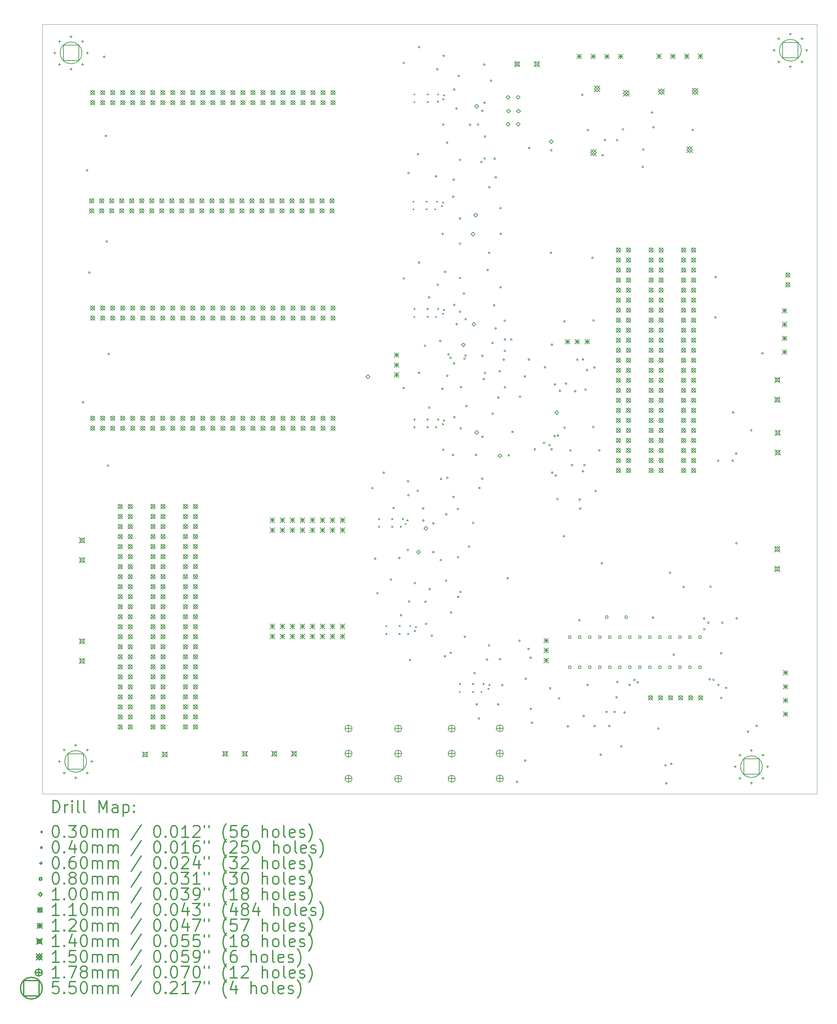
<source format=gbr>
%FSLAX45Y45*%
G04 Gerber Fmt 4.5, Leading zero omitted, Abs format (unit mm)*
G04 Created by KiCad (PCBNEW 4.0.4-stable) date 08/02/17 18:58:30*
%MOMM*%
%LPD*%
G01*
G04 APERTURE LIST*
%ADD10C,0.127000*%
%ADD11C,0.100000*%
%ADD12C,0.200000*%
%ADD13C,0.300000*%
G04 APERTURE END LIST*
D10*
D11*
X1772920Y-21031200D02*
X1772920Y-1526540D01*
X21417280Y-21031200D02*
X1772920Y-21031200D01*
X21417280Y-1524000D02*
X21417280Y-21031200D01*
X1772920Y-1524000D02*
X21417280Y-1524000D01*
D12*
X10294606Y-14046186D02*
X10324606Y-14076186D01*
X10324606Y-14046186D02*
X10294606Y-14076186D01*
X10294606Y-14243036D02*
X10324606Y-14273036D01*
X10324606Y-14243036D02*
X10294606Y-14273036D01*
X10481550Y-16761446D02*
X10511550Y-16791446D01*
X10511550Y-16761446D02*
X10481550Y-16791446D01*
X10481550Y-16958296D02*
X10511550Y-16988296D01*
X10511550Y-16958296D02*
X10481550Y-16988296D01*
X10631156Y-14046186D02*
X10661156Y-14076186D01*
X10661156Y-14046186D02*
X10631156Y-14076186D01*
X10631156Y-14243036D02*
X10661156Y-14273036D01*
X10661156Y-14243036D02*
X10631156Y-14273036D01*
X10818100Y-16761446D02*
X10848100Y-16791446D01*
X10848100Y-16761446D02*
X10818100Y-16791446D01*
X10818100Y-16958296D02*
X10848100Y-16988296D01*
X10848100Y-16958296D02*
X10818100Y-16988296D01*
X10847056Y-14243036D02*
X10877056Y-14273036D01*
X10877056Y-14243036D02*
X10847056Y-14273036D01*
X10897856Y-14046186D02*
X10927856Y-14076186D01*
X10927856Y-14046186D02*
X10897856Y-14076186D01*
X10971770Y-14170900D02*
X11001770Y-14200900D01*
X11001770Y-14170900D02*
X10971770Y-14200900D01*
X11021300Y-14079460D02*
X11051300Y-14109460D01*
X11051300Y-14079460D02*
X11021300Y-14109460D01*
X11034000Y-16958296D02*
X11064000Y-16988296D01*
X11064000Y-16958296D02*
X11034000Y-16988296D01*
X11084800Y-16761446D02*
X11114800Y-16791446D01*
X11114800Y-16761446D02*
X11084800Y-16791446D01*
X11167350Y-5998450D02*
X11197350Y-6028450D01*
X11197350Y-5998450D02*
X11167350Y-6028450D01*
X11167350Y-6195300D02*
X11197350Y-6225300D01*
X11197350Y-6195300D02*
X11167350Y-6225300D01*
X11192750Y-3280650D02*
X11222750Y-3310650D01*
X11222750Y-3280650D02*
X11192750Y-3310650D01*
X11192750Y-3477500D02*
X11222750Y-3507500D01*
X11222750Y-3477500D02*
X11192750Y-3507500D01*
X11192750Y-8723870D02*
X11222750Y-8753870D01*
X11222750Y-8723870D02*
X11192750Y-8753870D01*
X11192750Y-8920720D02*
X11222750Y-8950720D01*
X11222750Y-8920720D02*
X11192750Y-8950720D01*
X11192750Y-11522950D02*
X11222750Y-11552950D01*
X11222750Y-11522950D02*
X11192750Y-11552950D01*
X11192750Y-11719800D02*
X11222750Y-11749800D01*
X11222750Y-11719800D02*
X11192750Y-11749800D01*
X11205450Y-16882096D02*
X11235450Y-16912096D01*
X11235450Y-16882096D02*
X11205450Y-16912096D01*
X11230850Y-16786846D02*
X11260850Y-16816846D01*
X11260850Y-16786846D02*
X11230850Y-16816846D01*
X11503900Y-5998450D02*
X11533900Y-6028450D01*
X11533900Y-5998450D02*
X11503900Y-6028450D01*
X11503900Y-6195300D02*
X11533900Y-6225300D01*
X11533900Y-6195300D02*
X11503900Y-6225300D01*
X11529300Y-3280650D02*
X11559300Y-3310650D01*
X11559300Y-3280650D02*
X11529300Y-3310650D01*
X11529300Y-3477500D02*
X11559300Y-3507500D01*
X11559300Y-3477500D02*
X11529300Y-3507500D01*
X11529300Y-8723870D02*
X11559300Y-8753870D01*
X11559300Y-8723870D02*
X11529300Y-8753870D01*
X11529300Y-8920720D02*
X11559300Y-8950720D01*
X11559300Y-8920720D02*
X11529300Y-8950720D01*
X11529300Y-11522950D02*
X11559300Y-11552950D01*
X11559300Y-11522950D02*
X11529300Y-11552950D01*
X11529300Y-11719800D02*
X11559300Y-11749800D01*
X11559300Y-11719800D02*
X11529300Y-11749800D01*
X11719800Y-6195300D02*
X11749800Y-6225300D01*
X11749800Y-6195300D02*
X11719800Y-6225300D01*
X11745200Y-8920720D02*
X11775200Y-8950720D01*
X11775200Y-8920720D02*
X11745200Y-8950720D01*
X11745200Y-11719800D02*
X11775200Y-11749800D01*
X11775200Y-11719800D02*
X11745200Y-11749800D01*
X11770600Y-5998450D02*
X11800600Y-6028450D01*
X11800600Y-5998450D02*
X11770600Y-6028450D01*
X11790920Y-3462260D02*
X11820920Y-3492260D01*
X11820920Y-3462260D02*
X11790920Y-3492260D01*
X11796000Y-3280650D02*
X11826000Y-3310650D01*
X11826000Y-3280650D02*
X11796000Y-3310650D01*
X11796000Y-8723870D02*
X11826000Y-8753870D01*
X11826000Y-8723870D02*
X11796000Y-8753870D01*
X11796000Y-11522950D02*
X11826000Y-11552950D01*
X11826000Y-11522950D02*
X11796000Y-11552950D01*
X11891250Y-6119100D02*
X11921250Y-6149100D01*
X11921250Y-6119100D02*
X11891250Y-6149100D01*
X11916650Y-6023850D02*
X11946650Y-6053850D01*
X11946650Y-6023850D02*
X11916650Y-6053850D01*
X11916650Y-8844520D02*
X11946650Y-8874520D01*
X11946650Y-8844520D02*
X11916650Y-8874520D01*
X11916650Y-11643600D02*
X11946650Y-11673600D01*
X11946650Y-11643600D02*
X11916650Y-11673600D01*
X11924270Y-3403840D02*
X11954270Y-3433840D01*
X11954270Y-3403840D02*
X11924270Y-3433840D01*
X11942050Y-3306050D02*
X11972050Y-3336050D01*
X11972050Y-3306050D02*
X11942050Y-3336050D01*
X11942050Y-8749270D02*
X11972050Y-8779270D01*
X11972050Y-8749270D02*
X11942050Y-8779270D01*
X11942050Y-11548350D02*
X11972050Y-11578350D01*
X11972050Y-11548350D02*
X11942050Y-11578350D01*
X12343370Y-18232614D02*
X12373370Y-18262614D01*
X12373370Y-18232614D02*
X12343370Y-18262614D01*
X12343370Y-18429464D02*
X12373370Y-18459464D01*
X12373370Y-18429464D02*
X12343370Y-18459464D01*
X12679920Y-18232614D02*
X12709920Y-18262614D01*
X12709920Y-18232614D02*
X12679920Y-18262614D01*
X12679920Y-18429464D02*
X12709920Y-18459464D01*
X12709920Y-18429464D02*
X12679920Y-18459464D01*
X12895820Y-18429464D02*
X12925820Y-18459464D01*
X12925820Y-18429464D02*
X12895820Y-18459464D01*
X12946620Y-18232614D02*
X12976620Y-18262614D01*
X12976620Y-18232614D02*
X12946620Y-18262614D01*
X13067270Y-18353264D02*
X13097270Y-18383264D01*
X13097270Y-18353264D02*
X13067270Y-18383264D01*
X13092670Y-18258014D02*
X13122670Y-18288014D01*
X13122670Y-18258014D02*
X13092670Y-18288014D01*
X2824160Y-11102340D02*
G75*
G03X2824160Y-11102340I-20000J0D01*
G01*
X2928300Y-5222240D02*
G75*
G03X2928300Y-5222240I-20000J0D01*
G01*
X2981640Y-7815580D02*
G75*
G03X2981640Y-7815580I-20000J0D01*
G01*
X3360100Y-2344420D02*
G75*
G03X3360100Y-2344420I-20000J0D01*
G01*
X3400740Y-4353560D02*
G75*
G03X3400740Y-4353560I-20000J0D01*
G01*
X3423600Y-7025640D02*
G75*
G03X3423600Y-7025640I-20000J0D01*
G01*
X3454080Y-12710160D02*
G75*
G03X3454080Y-12710160I-20000J0D01*
G01*
X3471860Y-9880600D02*
G75*
G03X3471860Y-9880600I-20000J0D01*
G01*
X10159680Y-13279120D02*
G75*
G03X10159680Y-13279120I-20000J0D01*
G01*
X10230800Y-15067280D02*
G75*
G03X10230800Y-15067280I-20000J0D01*
G01*
X10289220Y-15943580D02*
G75*
G03X10289220Y-15943580I-20000J0D01*
G01*
X10449240Y-12887960D02*
G75*
G03X10449240Y-12887960I-20000J0D01*
G01*
X10632120Y-15598140D02*
G75*
G03X10632120Y-15598140I-20000J0D01*
G01*
X10700700Y-13784580D02*
G75*
G03X10700700Y-13784580I-20000J0D01*
G01*
X10845480Y-15052040D02*
G75*
G03X10845480Y-15052040I-20000J0D01*
G01*
X10888660Y-16499840D02*
G75*
G03X10888660Y-16499840I-20000J0D01*
G01*
X10954700Y-2501900D02*
G75*
G03X10954700Y-2501900I-20000J0D01*
G01*
X10954700Y-7962900D02*
G75*
G03X10954700Y-7962900I-20000J0D01*
G01*
X10954700Y-10744200D02*
G75*
G03X10954700Y-10744200I-20000J0D01*
G01*
X11061888Y-14846808D02*
G75*
G03X11061888Y-14846808I-20000J0D01*
G01*
X11063920Y-13103860D02*
G75*
G03X11063920Y-13103860I-20000J0D01*
G01*
X11074080Y-13456920D02*
G75*
G03X11074080Y-13456920I-20000J0D01*
G01*
X11076620Y-5293360D02*
G75*
G03X11076620Y-5293360I-20000J0D01*
G01*
X11091860Y-16154400D02*
G75*
G03X11091860Y-16154400I-20000J0D01*
G01*
X11114720Y-17635220D02*
G75*
G03X11114720Y-17635220I-20000J0D01*
G01*
X11236640Y-15687040D02*
G75*
G03X11236640Y-15687040I-20000J0D01*
G01*
X11310300Y-13347700D02*
G75*
G03X11310300Y-13347700I-20000J0D01*
G01*
X11317920Y-4813300D02*
G75*
G03X11317920Y-4813300I-20000J0D01*
G01*
X11340780Y-7561580D02*
G75*
G03X11340780Y-7561580I-20000J0D01*
G01*
X11343320Y-10353040D02*
G75*
G03X11343320Y-10353040I-20000J0D01*
G01*
X11345860Y-2100580D02*
G75*
G03X11345860Y-2100580I-20000J0D01*
G01*
X11450000Y-13794740D02*
G75*
G03X11450000Y-13794740I-20000J0D01*
G01*
X11450000Y-14099540D02*
G75*
G03X11450000Y-14099540I-20000J0D01*
G01*
X11495720Y-9672320D02*
G75*
G03X11495720Y-9672320I-20000J0D01*
G01*
X11505880Y-16159480D02*
G75*
G03X11505880Y-16159480I-20000J0D01*
G01*
X11523660Y-16720820D02*
G75*
G03X11523660Y-16720820I-20000J0D01*
G01*
X11599860Y-8442960D02*
G75*
G03X11599860Y-8442960I-20000J0D01*
G01*
X11602400Y-11239500D02*
G75*
G03X11602400Y-11239500I-20000J0D01*
G01*
X11615100Y-15841980D02*
G75*
G03X11615100Y-15841980I-20000J0D01*
G01*
X11668440Y-17020540D02*
G75*
G03X11668440Y-17020540I-20000J0D01*
G01*
X11706540Y-14173200D02*
G75*
G03X11706540Y-14173200I-20000J0D01*
G01*
X11706540Y-14902180D02*
G75*
G03X11706540Y-14902180I-20000J0D01*
G01*
X11775120Y-5374640D02*
G75*
G03X11775120Y-5374640I-20000J0D01*
G01*
X11805600Y-2661920D02*
G75*
G03X11805600Y-2661920I-20000J0D01*
G01*
X11815760Y-8122920D02*
G75*
G03X11815760Y-8122920I-20000J0D01*
G01*
X11881800Y-9547860D02*
G75*
G03X11881800Y-9547860I-20000J0D01*
G01*
X11897040Y-15102840D02*
G75*
G03X11897040Y-15102840I-20000J0D01*
G01*
X11902120Y-13045440D02*
G75*
G03X11902120Y-13045440I-20000J0D01*
G01*
X11937680Y-10761980D02*
G75*
G03X11937680Y-10761980I-20000J0D01*
G01*
X11942760Y-6835140D02*
G75*
G03X11942760Y-6835140I-20000J0D01*
G01*
X11958000Y-4064000D02*
G75*
G03X11958000Y-4064000I-20000J0D01*
G01*
X11958000Y-12306300D02*
G75*
G03X11958000Y-12306300I-20000J0D01*
G01*
X11968160Y-2321560D02*
G75*
G03X11968160Y-2321560I-20000J0D01*
G01*
X12003720Y-17543780D02*
G75*
G03X12003720Y-17543780I-20000J0D01*
G01*
X12008800Y-7797800D02*
G75*
G03X12008800Y-7797800I-20000J0D01*
G01*
X12029120Y-15626080D02*
G75*
G03X12029120Y-15626080I-20000J0D01*
G01*
X12034200Y-13944600D02*
G75*
G03X12034200Y-13944600I-20000J0D01*
G01*
X12057060Y-4521200D02*
G75*
G03X12057060Y-4521200I-20000J0D01*
G01*
X12059600Y-10431780D02*
G75*
G03X12059600Y-10431780I-20000J0D01*
G01*
X12059600Y-13017500D02*
G75*
G03X12059600Y-13017500I-20000J0D01*
G01*
X12090080Y-9890760D02*
G75*
G03X12090080Y-9890760I-20000J0D01*
G01*
X12143420Y-9979660D02*
G75*
G03X12143420Y-9979660I-20000J0D01*
G01*
X12148500Y-17454880D02*
G75*
G03X12148500Y-17454880I-20000J0D01*
G01*
X12156120Y-16431260D02*
G75*
G03X12156120Y-16431260I-20000J0D01*
G01*
X12206920Y-12435840D02*
G75*
G03X12206920Y-12435840I-20000J0D01*
G01*
X12212000Y-5892800D02*
G75*
G03X12212000Y-5892800I-20000J0D01*
G01*
X12217080Y-13502640D02*
G75*
G03X12217080Y-13502640I-20000J0D01*
G01*
X12222160Y-5461000D02*
G75*
G03X12222160Y-5461000I-20000J0D01*
G01*
X12232320Y-10119360D02*
G75*
G03X12232320Y-10119360I-20000J0D01*
G01*
X12237400Y-3175000D02*
G75*
G03X12237400Y-3175000I-20000J0D01*
G01*
X12237400Y-8636000D02*
G75*
G03X12237400Y-8636000I-20000J0D01*
G01*
X12239940Y-11478260D02*
G75*
G03X12239940Y-11478260I-20000J0D01*
G01*
X12290740Y-3655060D02*
G75*
G03X12290740Y-3655060I-20000J0D01*
G01*
X12298360Y-9123680D02*
G75*
G03X12298360Y-9123680I-20000J0D01*
G01*
X12328840Y-13807440D02*
G75*
G03X12328840Y-13807440I-20000J0D01*
G01*
X12333920Y-15031720D02*
G75*
G03X12333920Y-15031720I-20000J0D01*
G01*
X12333920Y-16037560D02*
G75*
G03X12333920Y-16037560I-20000J0D01*
G01*
X12349160Y-2829560D02*
G75*
G03X12349160Y-2829560I-20000J0D01*
G01*
X12382180Y-6443980D02*
G75*
G03X12382180Y-6443980I-20000J0D01*
G01*
X12384720Y-4958080D02*
G75*
G03X12384720Y-4958080I-20000J0D01*
G01*
X12384720Y-7081520D02*
G75*
G03X12384720Y-7081520I-20000J0D01*
G01*
X12384720Y-7955280D02*
G75*
G03X12384720Y-7955280I-20000J0D01*
G01*
X12384720Y-8808720D02*
G75*
G03X12384720Y-8808720I-20000J0D01*
G01*
X12394880Y-15910560D02*
G75*
G03X12394880Y-15910560I-20000J0D01*
G01*
X12397420Y-11765280D02*
G75*
G03X12397420Y-11765280I-20000J0D01*
G01*
X12405040Y-10718800D02*
G75*
G03X12405040Y-10718800I-20000J0D01*
G01*
X12481240Y-8346440D02*
G75*
G03X12481240Y-8346440I-20000J0D01*
G01*
X12496480Y-9994900D02*
G75*
G03X12496480Y-9994900I-20000J0D01*
G01*
X12504100Y-17045940D02*
G75*
G03X12504100Y-17045940I-20000J0D01*
G01*
X12524420Y-8996680D02*
G75*
G03X12524420Y-8996680I-20000J0D01*
G01*
X12524420Y-9918700D02*
G75*
G03X12524420Y-9918700I-20000J0D01*
G01*
X12544740Y-11198860D02*
G75*
G03X12544740Y-11198860I-20000J0D01*
G01*
X12613320Y-14762480D02*
G75*
G03X12613320Y-14762480I-20000J0D01*
G01*
X12636180Y-4066540D02*
G75*
G03X12636180Y-4066540I-20000J0D01*
G01*
X12714920Y-14160500D02*
G75*
G03X12714920Y-14160500I-20000J0D01*
G01*
X12750480Y-17970500D02*
G75*
G03X12750480Y-17970500I-20000J0D01*
G01*
X12791120Y-12435840D02*
G75*
G03X12791120Y-12435840I-20000J0D01*
G01*
X12806360Y-18760440D02*
G75*
G03X12806360Y-18760440I-20000J0D01*
G01*
X12836840Y-4061460D02*
G75*
G03X12836840Y-4061460I-20000J0D01*
G01*
X12862240Y-19121120D02*
G75*
G03X12862240Y-19121120I-20000J0D01*
G01*
X12874940Y-13276580D02*
G75*
G03X12874940Y-13276580I-20000J0D01*
G01*
X12925740Y-5013960D02*
G75*
G03X12925740Y-5013960I-20000J0D01*
G01*
X12946060Y-13040360D02*
G75*
G03X12946060Y-13040360I-20000J0D01*
G01*
X12948600Y-3713480D02*
G75*
G03X12948600Y-3713480I-20000J0D01*
G01*
X12948600Y-9926320D02*
G75*
G03X12948600Y-9926320I-20000J0D01*
G01*
X12953680Y-11978640D02*
G75*
G03X12953680Y-11978640I-20000J0D01*
G01*
X12984160Y-10515600D02*
G75*
G03X12984160Y-10515600I-20000J0D01*
G01*
X12999400Y-2542540D02*
G75*
G03X12999400Y-2542540I-20000J0D01*
G01*
X13004480Y-3510280D02*
G75*
G03X13004480Y-3510280I-20000J0D01*
G01*
X13009560Y-4922520D02*
G75*
G03X13009560Y-4922520I-20000J0D01*
G01*
X13014640Y-4366260D02*
G75*
G03X13014640Y-4366260I-20000J0D01*
G01*
X13017180Y-10358120D02*
G75*
G03X13017180Y-10358120I-20000J0D01*
G01*
X13065440Y-17627600D02*
G75*
G03X13065440Y-17627600I-20000J0D01*
G01*
X13085760Y-7752080D02*
G75*
G03X13085760Y-7752080I-20000J0D01*
G01*
X13121320Y-7312660D02*
G75*
G03X13121320Y-7312660I-20000J0D01*
G01*
X13121320Y-17266920D02*
G75*
G03X13121320Y-17266920I-20000J0D01*
G01*
X13126400Y-5648960D02*
G75*
G03X13126400Y-5648960I-20000J0D01*
G01*
X13167040Y-2951480D02*
G75*
G03X13167040Y-2951480I-20000J0D01*
G01*
X13205140Y-9598660D02*
G75*
G03X13205140Y-9598660I-20000J0D01*
G01*
X13210220Y-11394440D02*
G75*
G03X13210220Y-11394440I-20000J0D01*
G01*
X13248320Y-8646160D02*
G75*
G03X13248320Y-8646160I-20000J0D01*
G01*
X13261020Y-4927600D02*
G75*
G03X13261020Y-4927600I-20000J0D01*
G01*
X13286420Y-9230360D02*
G75*
G03X13286420Y-9230360I-20000J0D01*
G01*
X13288960Y-5402580D02*
G75*
G03X13288960Y-5402580I-20000J0D01*
G01*
X13349920Y-18760440D02*
G75*
G03X13349920Y-18760440I-20000J0D01*
G01*
X13352460Y-10982960D02*
G75*
G03X13352460Y-10982960I-20000J0D01*
G01*
X13390560Y-10317480D02*
G75*
G03X13390560Y-10317480I-20000J0D01*
G01*
X13395640Y-17617440D02*
G75*
G03X13395640Y-17617440I-20000J0D01*
G01*
X13410880Y-6182360D02*
G75*
G03X13410880Y-6182360I-20000J0D01*
G01*
X13410880Y-8188960D02*
G75*
G03X13410880Y-8188960I-20000J0D01*
G01*
X13415960Y-6832600D02*
G75*
G03X13415960Y-6832600I-20000J0D01*
G01*
X13456600Y-18272760D02*
G75*
G03X13456600Y-18272760I-20000J0D01*
G01*
X13492160Y-10022840D02*
G75*
G03X13492160Y-10022840I-20000J0D01*
G01*
X13517560Y-9037320D02*
G75*
G03X13517560Y-9037320I-20000J0D01*
G01*
X13520100Y-9799320D02*
G75*
G03X13520100Y-9799320I-20000J0D01*
G01*
X13522640Y-9509760D02*
G75*
G03X13522640Y-9509760I-20000J0D01*
G01*
X13522640Y-10723880D02*
G75*
G03X13522640Y-10723880I-20000J0D01*
G01*
X13591220Y-15565120D02*
G75*
G03X13591220Y-15565120I-20000J0D01*
G01*
X13619160Y-12448540D02*
G75*
G03X13619160Y-12448540I-20000J0D01*
G01*
X13682660Y-9512300D02*
G75*
G03X13682660Y-9512300I-20000J0D01*
G01*
X13713140Y-11854180D02*
G75*
G03X13713140Y-11854180I-20000J0D01*
G01*
X13829980Y-20726400D02*
G75*
G03X13829980Y-20726400I-20000J0D01*
G01*
X13890940Y-17150080D02*
G75*
G03X13890940Y-17150080I-20000J0D01*
G01*
X13903640Y-10962640D02*
G75*
G03X13903640Y-10962640I-20000J0D01*
G01*
X14025560Y-10447020D02*
G75*
G03X14025560Y-10447020I-20000J0D01*
G01*
X14035720Y-20182840D02*
G75*
G03X14035720Y-20182840I-20000J0D01*
G01*
X14050960Y-18112740D02*
G75*
G03X14050960Y-18112740I-20000J0D01*
G01*
X14119540Y-17358360D02*
G75*
G03X14119540Y-17358360I-20000J0D01*
G01*
X14132240Y-10020300D02*
G75*
G03X14132240Y-10020300I-20000J0D01*
G01*
X14137320Y-4658360D02*
G75*
G03X14137320Y-4658360I-20000J0D01*
G01*
X14172880Y-17576800D02*
G75*
G03X14172880Y-17576800I-20000J0D01*
G01*
X14177960Y-18877280D02*
G75*
G03X14177960Y-18877280I-20000J0D01*
G01*
X14203360Y-19227800D02*
G75*
G03X14203360Y-19227800I-20000J0D01*
G01*
X14279560Y-12296140D02*
G75*
G03X14279560Y-12296140I-20000J0D01*
G01*
X14513240Y-12131040D02*
G75*
G03X14513240Y-12131040I-20000J0D01*
G01*
X14538640Y-10215880D02*
G75*
G03X14538640Y-10215880I-20000J0D01*
G01*
X14655480Y-12186920D02*
G75*
G03X14655480Y-12186920I-20000J0D01*
G01*
X14668180Y-18354040D02*
G75*
G03X14668180Y-18354040I-20000J0D01*
G01*
X14685960Y-7315200D02*
G75*
G03X14685960Y-7315200I-20000J0D01*
G01*
X14698660Y-4716780D02*
G75*
G03X14698660Y-4716780I-20000J0D01*
G01*
X14706280Y-12293600D02*
G75*
G03X14706280Y-12293600I-20000J0D01*
G01*
X14713900Y-9641840D02*
G75*
G03X14713900Y-9641840I-20000J0D01*
G01*
X14721520Y-12885420D02*
G75*
G03X14721520Y-12885420I-20000J0D01*
G01*
X14782480Y-11960860D02*
G75*
G03X14782480Y-11960860I-20000J0D01*
G01*
X14787560Y-10650220D02*
G75*
G03X14787560Y-10650220I-20000J0D01*
G01*
X14810420Y-12959080D02*
G75*
G03X14810420Y-12959080I-20000J0D01*
G01*
X14851060Y-13558520D02*
G75*
G03X14851060Y-13558520I-20000J0D01*
G01*
X14863760Y-11945620D02*
G75*
G03X14863760Y-11945620I-20000J0D01*
G01*
X14894240Y-18608040D02*
G75*
G03X14894240Y-18608040I-20000J0D01*
G01*
X14914560Y-10812780D02*
G75*
G03X14914560Y-10812780I-20000J0D01*
G01*
X15016160Y-14500860D02*
G75*
G03X15016160Y-14500860I-20000J0D01*
G01*
X15031400Y-9052560D02*
G75*
G03X15031400Y-9052560I-20000J0D01*
G01*
X15033940Y-11747500D02*
G75*
G03X15033940Y-11747500I-20000J0D01*
G01*
X15072040Y-10629900D02*
G75*
G03X15072040Y-10629900I-20000J0D01*
G01*
X15117760Y-19319240D02*
G75*
G03X15117760Y-19319240I-20000J0D01*
G01*
X15178720Y-12324080D02*
G75*
G03X15178720Y-12324080I-20000J0D01*
G01*
X15224440Y-12697460D02*
G75*
G03X15224440Y-12697460I-20000J0D01*
G01*
X15303180Y-10822940D02*
G75*
G03X15303180Y-10822940I-20000J0D01*
G01*
X15359060Y-10025380D02*
G75*
G03X15359060Y-10025380I-20000J0D01*
G01*
X15409860Y-16629380D02*
G75*
G03X15409860Y-16629380I-20000J0D01*
G01*
X15417480Y-13571220D02*
G75*
G03X15417480Y-13571220I-20000J0D01*
G01*
X15430180Y-13797280D02*
G75*
G03X15430180Y-13797280I-20000J0D01*
G01*
X15483520Y-3309620D02*
G75*
G03X15483520Y-3309620I-20000J0D01*
G01*
X15501300Y-10017760D02*
G75*
G03X15501300Y-10017760I-20000J0D01*
G01*
X15501300Y-12852400D02*
G75*
G03X15501300Y-12852400I-20000J0D01*
G01*
X15519080Y-19055080D02*
G75*
G03X15519080Y-19055080I-20000J0D01*
G01*
X15536860Y-12697460D02*
G75*
G03X15536860Y-12697460I-20000J0D01*
G01*
X15564800Y-10782300D02*
G75*
G03X15564800Y-10782300I-20000J0D01*
G01*
X15607980Y-10287000D02*
G75*
G03X15607980Y-10287000I-20000J0D01*
G01*
X15615600Y-18267680D02*
G75*
G03X15615600Y-18267680I-20000J0D01*
G01*
X15623220Y-4201160D02*
G75*
G03X15623220Y-4201160I-20000J0D01*
G01*
X15742600Y-7442200D02*
G75*
G03X15742600Y-7442200I-20000J0D01*
G01*
X15762920Y-11729720D02*
G75*
G03X15762920Y-11729720I-20000J0D01*
G01*
X15768000Y-9029700D02*
G75*
G03X15768000Y-9029700I-20000J0D01*
G01*
X15790860Y-10220960D02*
G75*
G03X15790860Y-10220960I-20000J0D01*
G01*
X15795940Y-19311620D02*
G75*
G03X15795940Y-19311620I-20000J0D01*
G01*
X15821340Y-13355320D02*
G75*
G03X15821340Y-13355320I-20000J0D01*
G01*
X15915320Y-12324080D02*
G75*
G03X15915320Y-12324080I-20000J0D01*
G01*
X15950880Y-20038060D02*
G75*
G03X15950880Y-20038060I-20000J0D01*
G01*
X15978820Y-15184120D02*
G75*
G03X15978820Y-15184120I-20000J0D01*
G01*
X16000000Y-4842700D02*
G75*
G03X16000000Y-4842700I-20000J0D01*
G01*
X16060100Y-4452620D02*
G75*
G03X16060100Y-4452620I-20000J0D01*
G01*
X16098200Y-18953480D02*
G75*
G03X16098200Y-18953480I-20000J0D01*
G01*
X16166780Y-19309080D02*
G75*
G03X16166780Y-19309080I-20000J0D01*
G01*
X16301400Y-18953480D02*
G75*
G03X16301400Y-18953480I-20000J0D01*
G01*
X16352200Y-18582640D02*
G75*
G03X16352200Y-18582640I-20000J0D01*
G01*
X16367440Y-4460240D02*
G75*
G03X16367440Y-4460240I-20000J0D01*
G01*
X16372520Y-18194020D02*
G75*
G03X16372520Y-18194020I-20000J0D01*
G01*
X16471580Y-19827240D02*
G75*
G03X16471580Y-19827240I-20000J0D01*
G01*
X16514760Y-4185920D02*
G75*
G03X16514760Y-4185920I-20000J0D01*
G01*
X16555400Y-18968720D02*
G75*
G03X16555400Y-18968720I-20000J0D01*
G01*
X16682400Y-18267680D02*
G75*
G03X16682400Y-18267680I-20000J0D01*
G01*
X16806860Y-18143220D02*
G75*
G03X16806860Y-18143220I-20000J0D01*
G01*
X16890680Y-18201640D02*
G75*
G03X16890680Y-18201640I-20000J0D01*
G01*
X17017680Y-5135880D02*
G75*
G03X17017680Y-5135880I-20000J0D01*
G01*
X17030380Y-4693920D02*
G75*
G03X17030380Y-4693920I-20000J0D01*
G01*
X17253900Y-3759200D02*
G75*
G03X17253900Y-3759200I-20000J0D01*
G01*
X17276760Y-16560800D02*
G75*
G03X17276760Y-16560800I-20000J0D01*
G01*
X17289460Y-4132580D02*
G75*
G03X17289460Y-4132580I-20000J0D01*
G01*
X17413920Y-19375120D02*
G75*
G03X17413920Y-19375120I-20000J0D01*
G01*
X17594260Y-20307300D02*
G75*
G03X17594260Y-20307300I-20000J0D01*
G01*
X17614580Y-20761960D02*
G75*
G03X17614580Y-20761960I-20000J0D01*
G01*
X17706020Y-15422880D02*
G75*
G03X17706020Y-15422880I-20000J0D01*
G01*
X17741580Y-20269200D02*
G75*
G03X17741580Y-20269200I-20000J0D01*
G01*
X17805080Y-17500600D02*
G75*
G03X17805080Y-17500600I-20000J0D01*
G01*
X18054040Y-15784440D02*
G75*
G03X18054040Y-15784440I-20000J0D01*
G01*
X18285140Y-4201160D02*
G75*
G03X18285140Y-4201160I-20000J0D01*
G01*
X18574700Y-16586200D02*
G75*
G03X18574700Y-16586200I-20000J0D01*
G01*
X18577240Y-16857980D02*
G75*
G03X18577240Y-16857980I-20000J0D01*
G01*
X18678840Y-16690340D02*
G75*
G03X18678840Y-16690340I-20000J0D01*
G01*
X18714400Y-18125440D02*
G75*
G03X18714400Y-18125440I-20000J0D01*
G01*
X18734720Y-15778480D02*
G75*
G03X18734720Y-15778480I-20000J0D01*
G01*
X18810920Y-18140680D02*
G75*
G03X18810920Y-18140680I-20000J0D01*
G01*
X18859180Y-8950960D02*
G75*
G03X18859180Y-8950960I-20000J0D01*
G01*
X18866800Y-7929880D02*
G75*
G03X18866800Y-7929880I-20000J0D01*
G01*
X18930300Y-12584430D02*
G75*
G03X18930300Y-12584430I-20000J0D01*
G01*
X18935380Y-18267680D02*
G75*
G03X18935380Y-18267680I-20000J0D01*
G01*
X19006500Y-17467580D02*
G75*
G03X19006500Y-17467580I-20000J0D01*
G01*
X19006500Y-18597880D02*
G75*
G03X19006500Y-18597880I-20000J0D01*
G01*
X19039520Y-16690340D02*
G75*
G03X19039520Y-16690340I-20000J0D01*
G01*
X19133500Y-18343880D02*
G75*
G03X19133500Y-18343880I-20000J0D01*
G01*
X19298600Y-12584430D02*
G75*
G03X19298600Y-12584430I-20000J0D01*
G01*
X19311300Y-11363960D02*
G75*
G03X19311300Y-11363960I-20000J0D01*
G01*
X19386230Y-12405360D02*
G75*
G03X19386230Y-12405360I-20000J0D01*
G01*
X19392580Y-14676120D02*
G75*
G03X19392580Y-14676120I-20000J0D01*
G01*
X19400000Y-16580000D02*
G75*
G03X19400000Y-16580000I-20000J0D01*
G01*
X19684680Y-19453860D02*
G75*
G03X19684680Y-19453860I-20000J0D01*
G01*
X19768500Y-11816080D02*
G75*
G03X19768500Y-11816080I-20000J0D01*
G01*
X19905660Y-19306540D02*
G75*
G03X19905660Y-19306540I-20000J0D01*
G01*
X20055520Y-9862820D02*
G75*
G03X20055520Y-9862820I-20000J0D01*
G01*
X2086860Y-2215360D02*
X2086860Y-2275360D01*
X2056860Y-2245360D02*
X2116860Y-2245360D01*
X2203700Y-20178240D02*
X2203700Y-20238240D01*
X2173700Y-20208240D02*
X2233700Y-20208240D01*
X2206679Y-1922678D02*
X2206679Y-1982678D01*
X2176679Y-1952678D02*
X2236679Y-1952678D01*
X2206679Y-2508042D02*
X2206679Y-2568042D01*
X2176679Y-2538042D02*
X2236679Y-2538042D01*
X2323519Y-19885559D02*
X2323519Y-19945559D01*
X2293519Y-19915559D02*
X2353519Y-19915559D01*
X2323519Y-20470922D02*
X2323519Y-20530922D01*
X2293519Y-20500922D02*
X2353519Y-20500922D01*
X2499360Y-1802860D02*
X2499360Y-1862860D01*
X2469360Y-1832860D02*
X2529360Y-1832860D01*
X2499360Y-2627860D02*
X2499360Y-2687860D01*
X2469360Y-2657860D02*
X2529360Y-2657860D01*
X2616200Y-19765740D02*
X2616200Y-19825740D01*
X2586200Y-19795740D02*
X2646200Y-19795740D01*
X2616200Y-20590740D02*
X2616200Y-20650740D01*
X2586200Y-20620740D02*
X2646200Y-20620740D01*
X2792042Y-1922678D02*
X2792042Y-1982678D01*
X2762042Y-1952678D02*
X2822041Y-1952678D01*
X2792042Y-2508042D02*
X2792042Y-2568042D01*
X2762042Y-2538042D02*
X2822041Y-2538042D01*
X2908881Y-19885559D02*
X2908881Y-19945559D01*
X2878881Y-19915559D02*
X2938881Y-19915559D01*
X2908881Y-20470922D02*
X2908881Y-20530922D01*
X2878881Y-20500922D02*
X2938881Y-20500922D01*
X2911860Y-2215360D02*
X2911860Y-2275360D01*
X2881860Y-2245360D02*
X2941860Y-2245360D01*
X3028700Y-20178240D02*
X3028700Y-20238240D01*
X2998700Y-20208240D02*
X3058700Y-20208240D01*
X19341080Y-20310320D02*
X19341080Y-20370320D01*
X19311080Y-20340320D02*
X19371080Y-20340320D01*
X19460899Y-20017639D02*
X19460899Y-20077639D01*
X19430899Y-20047639D02*
X19490899Y-20047639D01*
X19460899Y-20603002D02*
X19460899Y-20663002D01*
X19430899Y-20633002D02*
X19490899Y-20633002D01*
X19753580Y-19897820D02*
X19753580Y-19957820D01*
X19723580Y-19927820D02*
X19783580Y-19927820D01*
X19753580Y-20722820D02*
X19753580Y-20782820D01*
X19723580Y-20752820D02*
X19783580Y-20752820D01*
X20046262Y-20017639D02*
X20046262Y-20077639D01*
X20016262Y-20047639D02*
X20076262Y-20047639D01*
X20046262Y-20603002D02*
X20046262Y-20663002D01*
X20016262Y-20633002D02*
X20076262Y-20633002D01*
X20166080Y-20310320D02*
X20166080Y-20370320D01*
X20136080Y-20340320D02*
X20196080Y-20340320D01*
X20329140Y-2149320D02*
X20329140Y-2209320D01*
X20299140Y-2179320D02*
X20359140Y-2179320D01*
X20448959Y-1856638D02*
X20448959Y-1916638D01*
X20418959Y-1886638D02*
X20478959Y-1886638D01*
X20448959Y-2442002D02*
X20448959Y-2502002D01*
X20418959Y-2472002D02*
X20478959Y-2472002D01*
X20741640Y-1736820D02*
X20741640Y-1796820D01*
X20711640Y-1766820D02*
X20771640Y-1766820D01*
X20741640Y-2561820D02*
X20741640Y-2621820D01*
X20711640Y-2591820D02*
X20771640Y-2591820D01*
X21034322Y-1856638D02*
X21034322Y-1916638D01*
X21004322Y-1886638D02*
X21064322Y-1886638D01*
X21034322Y-2442002D02*
X21034322Y-2502002D01*
X21004322Y-2472002D02*
X21064322Y-2472002D01*
X21154140Y-2149320D02*
X21154140Y-2209320D01*
X21124140Y-2179320D02*
X21184140Y-2179320D01*
X15176844Y-17081845D02*
X15176844Y-17025276D01*
X15120275Y-17025276D01*
X15120275Y-17081845D01*
X15176844Y-17081845D01*
X15176844Y-17843845D02*
X15176844Y-17787276D01*
X15120275Y-17787276D01*
X15120275Y-17843845D01*
X15176844Y-17843845D01*
X15430844Y-17081845D02*
X15430844Y-17025276D01*
X15374275Y-17025276D01*
X15374275Y-17081845D01*
X15430844Y-17081845D01*
X15430844Y-17843845D02*
X15430844Y-17787276D01*
X15374275Y-17787276D01*
X15374275Y-17843845D01*
X15430844Y-17843845D01*
X15684844Y-17081845D02*
X15684844Y-17025276D01*
X15628275Y-17025276D01*
X15628275Y-17081845D01*
X15684844Y-17081845D01*
X15684844Y-17843845D02*
X15684844Y-17787276D01*
X15628275Y-17787276D01*
X15628275Y-17843845D01*
X15684844Y-17843845D01*
X15938844Y-17081845D02*
X15938844Y-17025276D01*
X15882275Y-17025276D01*
X15882275Y-17081845D01*
X15938844Y-17081845D01*
X15938844Y-17843845D02*
X15938844Y-17787276D01*
X15882275Y-17787276D01*
X15882275Y-17843845D01*
X15938844Y-17843845D01*
X16116324Y-16578924D02*
X16116324Y-16522355D01*
X16059755Y-16522355D01*
X16059755Y-16578924D01*
X16116324Y-16578924D01*
X16192844Y-17081845D02*
X16192844Y-17025276D01*
X16136275Y-17025276D01*
X16136275Y-17081845D01*
X16192844Y-17081845D01*
X16192844Y-17843845D02*
X16192844Y-17787276D01*
X16136275Y-17787276D01*
X16136275Y-17843845D01*
X16192844Y-17843845D01*
X16446844Y-17081845D02*
X16446844Y-17025276D01*
X16390275Y-17025276D01*
X16390275Y-17081845D01*
X16446844Y-17081845D01*
X16446844Y-17843845D02*
X16446844Y-17787276D01*
X16390275Y-17787276D01*
X16390275Y-17843845D01*
X16446844Y-17843845D01*
X16604324Y-16578924D02*
X16604324Y-16522355D01*
X16547755Y-16522355D01*
X16547755Y-16578924D01*
X16604324Y-16578924D01*
X16700844Y-17081845D02*
X16700844Y-17025276D01*
X16644275Y-17025276D01*
X16644275Y-17081845D01*
X16700844Y-17081845D01*
X16700844Y-17843845D02*
X16700844Y-17787276D01*
X16644275Y-17787276D01*
X16644275Y-17843845D01*
X16700844Y-17843845D01*
X16954845Y-17081845D02*
X16954845Y-17025276D01*
X16898276Y-17025276D01*
X16898276Y-17081845D01*
X16954845Y-17081845D01*
X16954845Y-17843845D02*
X16954845Y-17787276D01*
X16898276Y-17787276D01*
X16898276Y-17843845D01*
X16954845Y-17843845D01*
X17208845Y-17081845D02*
X17208845Y-17025276D01*
X17152276Y-17025276D01*
X17152276Y-17081845D01*
X17208845Y-17081845D01*
X17208845Y-17843845D02*
X17208845Y-17787276D01*
X17152276Y-17787276D01*
X17152276Y-17843845D01*
X17208845Y-17843845D01*
X17462845Y-17081845D02*
X17462845Y-17025276D01*
X17406276Y-17025276D01*
X17406276Y-17081845D01*
X17462845Y-17081845D01*
X17462845Y-17843845D02*
X17462845Y-17787276D01*
X17406276Y-17787276D01*
X17406276Y-17843845D01*
X17462845Y-17843845D01*
X17716845Y-17081845D02*
X17716845Y-17025276D01*
X17660276Y-17025276D01*
X17660276Y-17081845D01*
X17716845Y-17081845D01*
X17716845Y-17843845D02*
X17716845Y-17787276D01*
X17660276Y-17787276D01*
X17660276Y-17843845D01*
X17716845Y-17843845D01*
X17970845Y-17081845D02*
X17970845Y-17025276D01*
X17914276Y-17025276D01*
X17914276Y-17081845D01*
X17970845Y-17081845D01*
X17970845Y-17843845D02*
X17970845Y-17787276D01*
X17914276Y-17787276D01*
X17914276Y-17843845D01*
X17970845Y-17843845D01*
X18224845Y-17081845D02*
X18224845Y-17025276D01*
X18168276Y-17025276D01*
X18168276Y-17081845D01*
X18224845Y-17081845D01*
X18224845Y-17843845D02*
X18224845Y-17787276D01*
X18168276Y-17787276D01*
X18168276Y-17843845D01*
X18224845Y-17843845D01*
X18478845Y-17081845D02*
X18478845Y-17025276D01*
X18422276Y-17025276D01*
X18422276Y-17081845D01*
X18478845Y-17081845D01*
X18478845Y-17843845D02*
X18478845Y-17787276D01*
X18422276Y-17787276D01*
X18422276Y-17843845D01*
X18478845Y-17843845D01*
X10030460Y-10507180D02*
X10080460Y-10457180D01*
X10030460Y-10407180D01*
X9980460Y-10457180D01*
X10030460Y-10507180D01*
X11310620Y-14949640D02*
X11360620Y-14899640D01*
X11310620Y-14849640D01*
X11260620Y-14899640D01*
X11310620Y-14949640D01*
X11501120Y-14352740D02*
X11551120Y-14302740D01*
X11501120Y-14252740D01*
X11451120Y-14302740D01*
X11501120Y-14352740D01*
X12446000Y-9696920D02*
X12496000Y-9646920D01*
X12446000Y-9596920D01*
X12396000Y-9646920D01*
X12446000Y-9696920D01*
X12694920Y-6890220D02*
X12744920Y-6840220D01*
X12694920Y-6790220D01*
X12644920Y-6840220D01*
X12694920Y-6890220D01*
X12715240Y-9173680D02*
X12765240Y-9123680D01*
X12715240Y-9073680D01*
X12665240Y-9123680D01*
X12715240Y-9173680D01*
X12760960Y-6405080D02*
X12810960Y-6355080D01*
X12760960Y-6305080D01*
X12710960Y-6355080D01*
X12760960Y-6405080D01*
X12786360Y-11916880D02*
X12836360Y-11866880D01*
X12786360Y-11816880D01*
X12736360Y-11866880D01*
X12786360Y-11916880D01*
X12788900Y-3646640D02*
X12838900Y-3596640D01*
X12788900Y-3546640D01*
X12738900Y-3596640D01*
X12788900Y-3646640D01*
X13370560Y-12508700D02*
X13420560Y-12458700D01*
X13370560Y-12408700D01*
X13320560Y-12458700D01*
X13370560Y-12508700D01*
X13581380Y-3423120D02*
X13631380Y-3373120D01*
X13581380Y-3323120D01*
X13531380Y-3373120D01*
X13581380Y-3423120D01*
X13586460Y-4103840D02*
X13636460Y-4053840D01*
X13586460Y-4003840D01*
X13536460Y-4053840D01*
X13586460Y-4103840D01*
X13594080Y-3771100D02*
X13644080Y-3721100D01*
X13594080Y-3671100D01*
X13544080Y-3721100D01*
X13594080Y-3771100D01*
X13835380Y-3423120D02*
X13885380Y-3373120D01*
X13835380Y-3323120D01*
X13785380Y-3373120D01*
X13835380Y-3423120D01*
X13840460Y-4103840D02*
X13890460Y-4053840D01*
X13840460Y-4003840D01*
X13790460Y-4053840D01*
X13840460Y-4103840D01*
X13848080Y-3771100D02*
X13898080Y-3721100D01*
X13848080Y-3671100D01*
X13798080Y-3721100D01*
X13848080Y-3771100D01*
X14676120Y-4543260D02*
X14726120Y-4493260D01*
X14676120Y-4443260D01*
X14626120Y-4493260D01*
X14676120Y-4543260D01*
X14815820Y-11408880D02*
X14865820Y-11358880D01*
X14815820Y-11308880D01*
X14765820Y-11358880D01*
X14815820Y-11408880D01*
X2967600Y-5939400D02*
X3077600Y-6049400D01*
X3077600Y-5939400D02*
X2967600Y-6049400D01*
X3077600Y-5994400D02*
G75*
G03X3077600Y-5994400I-55000J0D01*
G01*
X2967600Y-6193400D02*
X3077600Y-6303400D01*
X3077600Y-6193400D02*
X2967600Y-6303400D01*
X3077600Y-6248400D02*
G75*
G03X3077600Y-6248400I-55000J0D01*
G01*
X2993000Y-3196200D02*
X3103000Y-3306200D01*
X3103000Y-3196200D02*
X2993000Y-3306200D01*
X3103000Y-3251200D02*
G75*
G03X3103000Y-3251200I-55000J0D01*
G01*
X2993000Y-3450200D02*
X3103000Y-3560200D01*
X3103000Y-3450200D02*
X2993000Y-3560200D01*
X3103000Y-3505200D02*
G75*
G03X3103000Y-3505200I-55000J0D01*
G01*
X2993000Y-8657200D02*
X3103000Y-8767200D01*
X3103000Y-8657200D02*
X2993000Y-8767200D01*
X3103000Y-8712200D02*
G75*
G03X3103000Y-8712200I-55000J0D01*
G01*
X2993000Y-8911200D02*
X3103000Y-9021200D01*
X3103000Y-8911200D02*
X2993000Y-9021200D01*
X3103000Y-8966200D02*
G75*
G03X3103000Y-8966200I-55000J0D01*
G01*
X2993000Y-11451200D02*
X3103000Y-11561200D01*
X3103000Y-11451200D02*
X2993000Y-11561200D01*
X3103000Y-11506200D02*
G75*
G03X3103000Y-11506200I-55000J0D01*
G01*
X2993000Y-11705200D02*
X3103000Y-11815200D01*
X3103000Y-11705200D02*
X2993000Y-11815200D01*
X3103000Y-11760200D02*
G75*
G03X3103000Y-11760200I-55000J0D01*
G01*
X3221600Y-5939400D02*
X3331600Y-6049400D01*
X3331600Y-5939400D02*
X3221600Y-6049400D01*
X3331600Y-5994400D02*
G75*
G03X3331600Y-5994400I-55000J0D01*
G01*
X3221600Y-6193400D02*
X3331600Y-6303400D01*
X3331600Y-6193400D02*
X3221600Y-6303400D01*
X3331600Y-6248400D02*
G75*
G03X3331600Y-6248400I-55000J0D01*
G01*
X3247000Y-3196200D02*
X3357000Y-3306200D01*
X3357000Y-3196200D02*
X3247000Y-3306200D01*
X3357000Y-3251200D02*
G75*
G03X3357000Y-3251200I-55000J0D01*
G01*
X3247000Y-3450200D02*
X3357000Y-3560200D01*
X3357000Y-3450200D02*
X3247000Y-3560200D01*
X3357000Y-3505200D02*
G75*
G03X3357000Y-3505200I-55000J0D01*
G01*
X3247000Y-8657200D02*
X3357000Y-8767200D01*
X3357000Y-8657200D02*
X3247000Y-8767200D01*
X3357000Y-8712200D02*
G75*
G03X3357000Y-8712200I-55000J0D01*
G01*
X3247000Y-8911200D02*
X3357000Y-9021200D01*
X3357000Y-8911200D02*
X3247000Y-9021200D01*
X3357000Y-8966200D02*
G75*
G03X3357000Y-8966200I-55000J0D01*
G01*
X3247000Y-11451200D02*
X3357000Y-11561200D01*
X3357000Y-11451200D02*
X3247000Y-11561200D01*
X3357000Y-11506200D02*
G75*
G03X3357000Y-11506200I-55000J0D01*
G01*
X3247000Y-11705200D02*
X3357000Y-11815200D01*
X3357000Y-11705200D02*
X3247000Y-11815200D01*
X3357000Y-11760200D02*
G75*
G03X3357000Y-11760200I-55000J0D01*
G01*
X3475600Y-5939400D02*
X3585600Y-6049400D01*
X3585600Y-5939400D02*
X3475600Y-6049400D01*
X3585600Y-5994400D02*
G75*
G03X3585600Y-5994400I-55000J0D01*
G01*
X3475600Y-6193400D02*
X3585600Y-6303400D01*
X3585600Y-6193400D02*
X3475600Y-6303400D01*
X3585600Y-6248400D02*
G75*
G03X3585600Y-6248400I-55000J0D01*
G01*
X3501000Y-3196200D02*
X3611000Y-3306200D01*
X3611000Y-3196200D02*
X3501000Y-3306200D01*
X3611000Y-3251200D02*
G75*
G03X3611000Y-3251200I-55000J0D01*
G01*
X3501000Y-3450200D02*
X3611000Y-3560200D01*
X3611000Y-3450200D02*
X3501000Y-3560200D01*
X3611000Y-3505200D02*
G75*
G03X3611000Y-3505200I-55000J0D01*
G01*
X3501000Y-8657200D02*
X3611000Y-8767200D01*
X3611000Y-8657200D02*
X3501000Y-8767200D01*
X3611000Y-8712200D02*
G75*
G03X3611000Y-8712200I-55000J0D01*
G01*
X3501000Y-8911200D02*
X3611000Y-9021200D01*
X3611000Y-8911200D02*
X3501000Y-9021200D01*
X3611000Y-8966200D02*
G75*
G03X3611000Y-8966200I-55000J0D01*
G01*
X3501000Y-11451200D02*
X3611000Y-11561200D01*
X3611000Y-11451200D02*
X3501000Y-11561200D01*
X3611000Y-11506200D02*
G75*
G03X3611000Y-11506200I-55000J0D01*
G01*
X3501000Y-11705200D02*
X3611000Y-11815200D01*
X3611000Y-11705200D02*
X3501000Y-11815200D01*
X3611000Y-11760200D02*
G75*
G03X3611000Y-11760200I-55000J0D01*
G01*
X3691500Y-13691480D02*
X3801500Y-13801480D01*
X3801500Y-13691480D02*
X3691500Y-13801480D01*
X3801500Y-13746480D02*
G75*
G03X3801500Y-13746480I-55000J0D01*
G01*
X3691500Y-13945480D02*
X3801500Y-14055480D01*
X3801500Y-13945480D02*
X3691500Y-14055480D01*
X3801500Y-14000480D02*
G75*
G03X3801500Y-14000480I-55000J0D01*
G01*
X3691500Y-14199480D02*
X3801500Y-14309480D01*
X3801500Y-14199480D02*
X3691500Y-14309480D01*
X3801500Y-14254480D02*
G75*
G03X3801500Y-14254480I-55000J0D01*
G01*
X3691500Y-14453480D02*
X3801500Y-14563480D01*
X3801500Y-14453480D02*
X3691500Y-14563480D01*
X3801500Y-14508480D02*
G75*
G03X3801500Y-14508480I-55000J0D01*
G01*
X3691500Y-14707480D02*
X3801500Y-14817480D01*
X3801500Y-14707480D02*
X3691500Y-14817480D01*
X3801500Y-14762480D02*
G75*
G03X3801500Y-14762480I-55000J0D01*
G01*
X3691500Y-14961480D02*
X3801500Y-15071480D01*
X3801500Y-14961480D02*
X3691500Y-15071480D01*
X3801500Y-15016480D02*
G75*
G03X3801500Y-15016480I-55000J0D01*
G01*
X3691500Y-15215480D02*
X3801500Y-15325480D01*
X3801500Y-15215480D02*
X3691500Y-15325480D01*
X3801500Y-15270480D02*
G75*
G03X3801500Y-15270480I-55000J0D01*
G01*
X3691500Y-15469480D02*
X3801500Y-15579480D01*
X3801500Y-15469480D02*
X3691500Y-15579480D01*
X3801500Y-15524480D02*
G75*
G03X3801500Y-15524480I-55000J0D01*
G01*
X3691500Y-15723480D02*
X3801500Y-15833480D01*
X3801500Y-15723480D02*
X3691500Y-15833480D01*
X3801500Y-15778480D02*
G75*
G03X3801500Y-15778480I-55000J0D01*
G01*
X3691500Y-15977480D02*
X3801500Y-16087480D01*
X3801500Y-15977480D02*
X3691500Y-16087480D01*
X3801500Y-16032480D02*
G75*
G03X3801500Y-16032480I-55000J0D01*
G01*
X3691500Y-16231480D02*
X3801500Y-16341480D01*
X3801500Y-16231480D02*
X3691500Y-16341480D01*
X3801500Y-16286480D02*
G75*
G03X3801500Y-16286480I-55000J0D01*
G01*
X3691500Y-16485480D02*
X3801500Y-16595480D01*
X3801500Y-16485480D02*
X3691500Y-16595480D01*
X3801500Y-16540480D02*
G75*
G03X3801500Y-16540480I-55000J0D01*
G01*
X3691500Y-16739480D02*
X3801500Y-16849480D01*
X3801500Y-16739480D02*
X3691500Y-16849480D01*
X3801500Y-16794480D02*
G75*
G03X3801500Y-16794480I-55000J0D01*
G01*
X3691500Y-16993480D02*
X3801500Y-17103480D01*
X3801500Y-16993480D02*
X3691500Y-17103480D01*
X3801500Y-17048480D02*
G75*
G03X3801500Y-17048480I-55000J0D01*
G01*
X3691500Y-17247480D02*
X3801500Y-17357480D01*
X3801500Y-17247480D02*
X3691500Y-17357480D01*
X3801500Y-17302480D02*
G75*
G03X3801500Y-17302480I-55000J0D01*
G01*
X3691500Y-17501480D02*
X3801500Y-17611480D01*
X3801500Y-17501480D02*
X3691500Y-17611480D01*
X3801500Y-17556480D02*
G75*
G03X3801500Y-17556480I-55000J0D01*
G01*
X3691500Y-17755480D02*
X3801500Y-17865480D01*
X3801500Y-17755480D02*
X3691500Y-17865480D01*
X3801500Y-17810480D02*
G75*
G03X3801500Y-17810480I-55000J0D01*
G01*
X3691500Y-18009480D02*
X3801500Y-18119480D01*
X3801500Y-18009480D02*
X3691500Y-18119480D01*
X3801500Y-18064480D02*
G75*
G03X3801500Y-18064480I-55000J0D01*
G01*
X3691500Y-18263480D02*
X3801500Y-18373480D01*
X3801500Y-18263480D02*
X3691500Y-18373480D01*
X3801500Y-18318480D02*
G75*
G03X3801500Y-18318480I-55000J0D01*
G01*
X3691500Y-18517480D02*
X3801500Y-18627480D01*
X3801500Y-18517480D02*
X3691500Y-18627480D01*
X3801500Y-18572480D02*
G75*
G03X3801500Y-18572480I-55000J0D01*
G01*
X3691500Y-18771480D02*
X3801500Y-18881480D01*
X3801500Y-18771480D02*
X3691500Y-18881480D01*
X3801500Y-18826480D02*
G75*
G03X3801500Y-18826480I-55000J0D01*
G01*
X3691500Y-19025480D02*
X3801500Y-19135480D01*
X3801500Y-19025480D02*
X3691500Y-19135480D01*
X3801500Y-19080480D02*
G75*
G03X3801500Y-19080480I-55000J0D01*
G01*
X3691500Y-19279480D02*
X3801500Y-19389480D01*
X3801500Y-19279480D02*
X3691500Y-19389480D01*
X3801500Y-19334480D02*
G75*
G03X3801500Y-19334480I-55000J0D01*
G01*
X3729600Y-5939400D02*
X3839600Y-6049400D01*
X3839600Y-5939400D02*
X3729600Y-6049400D01*
X3839600Y-5994400D02*
G75*
G03X3839600Y-5994400I-55000J0D01*
G01*
X3729600Y-6193400D02*
X3839600Y-6303400D01*
X3839600Y-6193400D02*
X3729600Y-6303400D01*
X3839600Y-6248400D02*
G75*
G03X3839600Y-6248400I-55000J0D01*
G01*
X3755000Y-3196200D02*
X3865000Y-3306200D01*
X3865000Y-3196200D02*
X3755000Y-3306200D01*
X3865000Y-3251200D02*
G75*
G03X3865000Y-3251200I-55000J0D01*
G01*
X3755000Y-3450200D02*
X3865000Y-3560200D01*
X3865000Y-3450200D02*
X3755000Y-3560200D01*
X3865000Y-3505200D02*
G75*
G03X3865000Y-3505200I-55000J0D01*
G01*
X3755000Y-8657200D02*
X3865000Y-8767200D01*
X3865000Y-8657200D02*
X3755000Y-8767200D01*
X3865000Y-8712200D02*
G75*
G03X3865000Y-8712200I-55000J0D01*
G01*
X3755000Y-8911200D02*
X3865000Y-9021200D01*
X3865000Y-8911200D02*
X3755000Y-9021200D01*
X3865000Y-8966200D02*
G75*
G03X3865000Y-8966200I-55000J0D01*
G01*
X3755000Y-11451200D02*
X3865000Y-11561200D01*
X3865000Y-11451200D02*
X3755000Y-11561200D01*
X3865000Y-11506200D02*
G75*
G03X3865000Y-11506200I-55000J0D01*
G01*
X3755000Y-11705200D02*
X3865000Y-11815200D01*
X3865000Y-11705200D02*
X3755000Y-11815200D01*
X3865000Y-11760200D02*
G75*
G03X3865000Y-11760200I-55000J0D01*
G01*
X3945500Y-13691480D02*
X4055500Y-13801480D01*
X4055500Y-13691480D02*
X3945500Y-13801480D01*
X4055500Y-13746480D02*
G75*
G03X4055500Y-13746480I-55000J0D01*
G01*
X3945500Y-13945480D02*
X4055500Y-14055480D01*
X4055500Y-13945480D02*
X3945500Y-14055480D01*
X4055500Y-14000480D02*
G75*
G03X4055500Y-14000480I-55000J0D01*
G01*
X3945500Y-14199480D02*
X4055500Y-14309480D01*
X4055500Y-14199480D02*
X3945500Y-14309480D01*
X4055500Y-14254480D02*
G75*
G03X4055500Y-14254480I-55000J0D01*
G01*
X3945500Y-14453480D02*
X4055500Y-14563480D01*
X4055500Y-14453480D02*
X3945500Y-14563480D01*
X4055500Y-14508480D02*
G75*
G03X4055500Y-14508480I-55000J0D01*
G01*
X3945500Y-14707480D02*
X4055500Y-14817480D01*
X4055500Y-14707480D02*
X3945500Y-14817480D01*
X4055500Y-14762480D02*
G75*
G03X4055500Y-14762480I-55000J0D01*
G01*
X3945500Y-14961480D02*
X4055500Y-15071480D01*
X4055500Y-14961480D02*
X3945500Y-15071480D01*
X4055500Y-15016480D02*
G75*
G03X4055500Y-15016480I-55000J0D01*
G01*
X3945500Y-15215480D02*
X4055500Y-15325480D01*
X4055500Y-15215480D02*
X3945500Y-15325480D01*
X4055500Y-15270480D02*
G75*
G03X4055500Y-15270480I-55000J0D01*
G01*
X3945500Y-15469480D02*
X4055500Y-15579480D01*
X4055500Y-15469480D02*
X3945500Y-15579480D01*
X4055500Y-15524480D02*
G75*
G03X4055500Y-15524480I-55000J0D01*
G01*
X3945500Y-15723480D02*
X4055500Y-15833480D01*
X4055500Y-15723480D02*
X3945500Y-15833480D01*
X4055500Y-15778480D02*
G75*
G03X4055500Y-15778480I-55000J0D01*
G01*
X3945500Y-15977480D02*
X4055500Y-16087480D01*
X4055500Y-15977480D02*
X3945500Y-16087480D01*
X4055500Y-16032480D02*
G75*
G03X4055500Y-16032480I-55000J0D01*
G01*
X3945500Y-16231480D02*
X4055500Y-16341480D01*
X4055500Y-16231480D02*
X3945500Y-16341480D01*
X4055500Y-16286480D02*
G75*
G03X4055500Y-16286480I-55000J0D01*
G01*
X3945500Y-16485480D02*
X4055500Y-16595480D01*
X4055500Y-16485480D02*
X3945500Y-16595480D01*
X4055500Y-16540480D02*
G75*
G03X4055500Y-16540480I-55000J0D01*
G01*
X3945500Y-16739480D02*
X4055500Y-16849480D01*
X4055500Y-16739480D02*
X3945500Y-16849480D01*
X4055500Y-16794480D02*
G75*
G03X4055500Y-16794480I-55000J0D01*
G01*
X3945500Y-16993480D02*
X4055500Y-17103480D01*
X4055500Y-16993480D02*
X3945500Y-17103480D01*
X4055500Y-17048480D02*
G75*
G03X4055500Y-17048480I-55000J0D01*
G01*
X3945500Y-17247480D02*
X4055500Y-17357480D01*
X4055500Y-17247480D02*
X3945500Y-17357480D01*
X4055500Y-17302480D02*
G75*
G03X4055500Y-17302480I-55000J0D01*
G01*
X3945500Y-17501480D02*
X4055500Y-17611480D01*
X4055500Y-17501480D02*
X3945500Y-17611480D01*
X4055500Y-17556480D02*
G75*
G03X4055500Y-17556480I-55000J0D01*
G01*
X3945500Y-17755480D02*
X4055500Y-17865480D01*
X4055500Y-17755480D02*
X3945500Y-17865480D01*
X4055500Y-17810480D02*
G75*
G03X4055500Y-17810480I-55000J0D01*
G01*
X3945500Y-18009480D02*
X4055500Y-18119480D01*
X4055500Y-18009480D02*
X3945500Y-18119480D01*
X4055500Y-18064480D02*
G75*
G03X4055500Y-18064480I-55000J0D01*
G01*
X3945500Y-18263480D02*
X4055500Y-18373480D01*
X4055500Y-18263480D02*
X3945500Y-18373480D01*
X4055500Y-18318480D02*
G75*
G03X4055500Y-18318480I-55000J0D01*
G01*
X3945500Y-18517480D02*
X4055500Y-18627480D01*
X4055500Y-18517480D02*
X3945500Y-18627480D01*
X4055500Y-18572480D02*
G75*
G03X4055500Y-18572480I-55000J0D01*
G01*
X3945500Y-18771480D02*
X4055500Y-18881480D01*
X4055500Y-18771480D02*
X3945500Y-18881480D01*
X4055500Y-18826480D02*
G75*
G03X4055500Y-18826480I-55000J0D01*
G01*
X3945500Y-19025480D02*
X4055500Y-19135480D01*
X4055500Y-19025480D02*
X3945500Y-19135480D01*
X4055500Y-19080480D02*
G75*
G03X4055500Y-19080480I-55000J0D01*
G01*
X3945500Y-19279480D02*
X4055500Y-19389480D01*
X4055500Y-19279480D02*
X3945500Y-19389480D01*
X4055500Y-19334480D02*
G75*
G03X4055500Y-19334480I-55000J0D01*
G01*
X3983600Y-5939400D02*
X4093600Y-6049400D01*
X4093600Y-5939400D02*
X3983600Y-6049400D01*
X4093600Y-5994400D02*
G75*
G03X4093600Y-5994400I-55000J0D01*
G01*
X3983600Y-6193400D02*
X4093600Y-6303400D01*
X4093600Y-6193400D02*
X3983600Y-6303400D01*
X4093600Y-6248400D02*
G75*
G03X4093600Y-6248400I-55000J0D01*
G01*
X4009000Y-3196200D02*
X4119000Y-3306200D01*
X4119000Y-3196200D02*
X4009000Y-3306200D01*
X4119000Y-3251200D02*
G75*
G03X4119000Y-3251200I-55000J0D01*
G01*
X4009000Y-3450200D02*
X4119000Y-3560200D01*
X4119000Y-3450200D02*
X4009000Y-3560200D01*
X4119000Y-3505200D02*
G75*
G03X4119000Y-3505200I-55000J0D01*
G01*
X4009000Y-8657200D02*
X4119000Y-8767200D01*
X4119000Y-8657200D02*
X4009000Y-8767200D01*
X4119000Y-8712200D02*
G75*
G03X4119000Y-8712200I-55000J0D01*
G01*
X4009000Y-8911200D02*
X4119000Y-9021200D01*
X4119000Y-8911200D02*
X4009000Y-9021200D01*
X4119000Y-8966200D02*
G75*
G03X4119000Y-8966200I-55000J0D01*
G01*
X4009000Y-11451200D02*
X4119000Y-11561200D01*
X4119000Y-11451200D02*
X4009000Y-11561200D01*
X4119000Y-11506200D02*
G75*
G03X4119000Y-11506200I-55000J0D01*
G01*
X4009000Y-11705200D02*
X4119000Y-11815200D01*
X4119000Y-11705200D02*
X4009000Y-11815200D01*
X4119000Y-11760200D02*
G75*
G03X4119000Y-11760200I-55000J0D01*
G01*
X4237600Y-5939400D02*
X4347600Y-6049400D01*
X4347600Y-5939400D02*
X4237600Y-6049400D01*
X4347600Y-5994400D02*
G75*
G03X4347600Y-5994400I-55000J0D01*
G01*
X4237600Y-6193400D02*
X4347600Y-6303400D01*
X4347600Y-6193400D02*
X4237600Y-6303400D01*
X4347600Y-6248400D02*
G75*
G03X4347600Y-6248400I-55000J0D01*
G01*
X4263000Y-3196200D02*
X4373000Y-3306200D01*
X4373000Y-3196200D02*
X4263000Y-3306200D01*
X4373000Y-3251200D02*
G75*
G03X4373000Y-3251200I-55000J0D01*
G01*
X4263000Y-3450200D02*
X4373000Y-3560200D01*
X4373000Y-3450200D02*
X4263000Y-3560200D01*
X4373000Y-3505200D02*
G75*
G03X4373000Y-3505200I-55000J0D01*
G01*
X4263000Y-8657200D02*
X4373000Y-8767200D01*
X4373000Y-8657200D02*
X4263000Y-8767200D01*
X4373000Y-8712200D02*
G75*
G03X4373000Y-8712200I-55000J0D01*
G01*
X4263000Y-8911200D02*
X4373000Y-9021200D01*
X4373000Y-8911200D02*
X4263000Y-9021200D01*
X4373000Y-8966200D02*
G75*
G03X4373000Y-8966200I-55000J0D01*
G01*
X4263000Y-11451200D02*
X4373000Y-11561200D01*
X4373000Y-11451200D02*
X4263000Y-11561200D01*
X4373000Y-11506200D02*
G75*
G03X4373000Y-11506200I-55000J0D01*
G01*
X4263000Y-11705200D02*
X4373000Y-11815200D01*
X4373000Y-11705200D02*
X4263000Y-11815200D01*
X4373000Y-11760200D02*
G75*
G03X4373000Y-11760200I-55000J0D01*
G01*
X4491600Y-5939400D02*
X4601600Y-6049400D01*
X4601600Y-5939400D02*
X4491600Y-6049400D01*
X4601600Y-5994400D02*
G75*
G03X4601600Y-5994400I-55000J0D01*
G01*
X4491600Y-6193400D02*
X4601600Y-6303400D01*
X4601600Y-6193400D02*
X4491600Y-6303400D01*
X4601600Y-6248400D02*
G75*
G03X4601600Y-6248400I-55000J0D01*
G01*
X4517000Y-3196200D02*
X4627000Y-3306200D01*
X4627000Y-3196200D02*
X4517000Y-3306200D01*
X4627000Y-3251200D02*
G75*
G03X4627000Y-3251200I-55000J0D01*
G01*
X4517000Y-3450200D02*
X4627000Y-3560200D01*
X4627000Y-3450200D02*
X4517000Y-3560200D01*
X4627000Y-3505200D02*
G75*
G03X4627000Y-3505200I-55000J0D01*
G01*
X4517000Y-8657200D02*
X4627000Y-8767200D01*
X4627000Y-8657200D02*
X4517000Y-8767200D01*
X4627000Y-8712200D02*
G75*
G03X4627000Y-8712200I-55000J0D01*
G01*
X4517000Y-8911200D02*
X4627000Y-9021200D01*
X4627000Y-8911200D02*
X4517000Y-9021200D01*
X4627000Y-8966200D02*
G75*
G03X4627000Y-8966200I-55000J0D01*
G01*
X4517000Y-11451200D02*
X4627000Y-11561200D01*
X4627000Y-11451200D02*
X4517000Y-11561200D01*
X4627000Y-11506200D02*
G75*
G03X4627000Y-11506200I-55000J0D01*
G01*
X4517000Y-11705200D02*
X4627000Y-11815200D01*
X4627000Y-11705200D02*
X4517000Y-11815200D01*
X4627000Y-11760200D02*
G75*
G03X4627000Y-11760200I-55000J0D01*
G01*
X4522800Y-13689920D02*
X4632800Y-13799920D01*
X4632800Y-13689920D02*
X4522800Y-13799920D01*
X4632800Y-13744920D02*
G75*
G03X4632800Y-13744920I-55000J0D01*
G01*
X4522800Y-13943920D02*
X4632800Y-14053920D01*
X4632800Y-13943920D02*
X4522800Y-14053920D01*
X4632800Y-13998920D02*
G75*
G03X4632800Y-13998920I-55000J0D01*
G01*
X4522800Y-14197920D02*
X4632800Y-14307920D01*
X4632800Y-14197920D02*
X4522800Y-14307920D01*
X4632800Y-14252920D02*
G75*
G03X4632800Y-14252920I-55000J0D01*
G01*
X4522800Y-14451920D02*
X4632800Y-14561920D01*
X4632800Y-14451920D02*
X4522800Y-14561920D01*
X4632800Y-14506920D02*
G75*
G03X4632800Y-14506920I-55000J0D01*
G01*
X4522800Y-14705920D02*
X4632800Y-14815920D01*
X4632800Y-14705920D02*
X4522800Y-14815920D01*
X4632800Y-14760920D02*
G75*
G03X4632800Y-14760920I-55000J0D01*
G01*
X4522800Y-14959920D02*
X4632800Y-15069920D01*
X4632800Y-14959920D02*
X4522800Y-15069920D01*
X4632800Y-15014920D02*
G75*
G03X4632800Y-15014920I-55000J0D01*
G01*
X4522800Y-15213920D02*
X4632800Y-15323920D01*
X4632800Y-15213920D02*
X4522800Y-15323920D01*
X4632800Y-15268920D02*
G75*
G03X4632800Y-15268920I-55000J0D01*
G01*
X4522800Y-15467920D02*
X4632800Y-15577920D01*
X4632800Y-15467920D02*
X4522800Y-15577920D01*
X4632800Y-15522920D02*
G75*
G03X4632800Y-15522920I-55000J0D01*
G01*
X4522800Y-15721920D02*
X4632800Y-15831920D01*
X4632800Y-15721920D02*
X4522800Y-15831920D01*
X4632800Y-15776920D02*
G75*
G03X4632800Y-15776920I-55000J0D01*
G01*
X4522800Y-15975920D02*
X4632800Y-16085920D01*
X4632800Y-15975920D02*
X4522800Y-16085920D01*
X4632800Y-16030920D02*
G75*
G03X4632800Y-16030920I-55000J0D01*
G01*
X4522800Y-16229920D02*
X4632800Y-16339920D01*
X4632800Y-16229920D02*
X4522800Y-16339920D01*
X4632800Y-16284920D02*
G75*
G03X4632800Y-16284920I-55000J0D01*
G01*
X4522800Y-16483920D02*
X4632800Y-16593920D01*
X4632800Y-16483920D02*
X4522800Y-16593920D01*
X4632800Y-16538920D02*
G75*
G03X4632800Y-16538920I-55000J0D01*
G01*
X4522800Y-16737920D02*
X4632800Y-16847920D01*
X4632800Y-16737920D02*
X4522800Y-16847920D01*
X4632800Y-16792920D02*
G75*
G03X4632800Y-16792920I-55000J0D01*
G01*
X4522800Y-16991920D02*
X4632800Y-17101920D01*
X4632800Y-16991920D02*
X4522800Y-17101920D01*
X4632800Y-17046920D02*
G75*
G03X4632800Y-17046920I-55000J0D01*
G01*
X4522800Y-17245920D02*
X4632800Y-17355920D01*
X4632800Y-17245920D02*
X4522800Y-17355920D01*
X4632800Y-17300920D02*
G75*
G03X4632800Y-17300920I-55000J0D01*
G01*
X4522800Y-17499920D02*
X4632800Y-17609920D01*
X4632800Y-17499920D02*
X4522800Y-17609920D01*
X4632800Y-17554920D02*
G75*
G03X4632800Y-17554920I-55000J0D01*
G01*
X4522800Y-17753920D02*
X4632800Y-17863920D01*
X4632800Y-17753920D02*
X4522800Y-17863920D01*
X4632800Y-17808920D02*
G75*
G03X4632800Y-17808920I-55000J0D01*
G01*
X4522800Y-18007920D02*
X4632800Y-18117920D01*
X4632800Y-18007920D02*
X4522800Y-18117920D01*
X4632800Y-18062920D02*
G75*
G03X4632800Y-18062920I-55000J0D01*
G01*
X4522800Y-18261920D02*
X4632800Y-18371920D01*
X4632800Y-18261920D02*
X4522800Y-18371920D01*
X4632800Y-18316920D02*
G75*
G03X4632800Y-18316920I-55000J0D01*
G01*
X4522800Y-18515920D02*
X4632800Y-18625920D01*
X4632800Y-18515920D02*
X4522800Y-18625920D01*
X4632800Y-18570920D02*
G75*
G03X4632800Y-18570920I-55000J0D01*
G01*
X4522800Y-18769920D02*
X4632800Y-18879920D01*
X4632800Y-18769920D02*
X4522800Y-18879920D01*
X4632800Y-18824920D02*
G75*
G03X4632800Y-18824920I-55000J0D01*
G01*
X4522800Y-19023920D02*
X4632800Y-19133920D01*
X4632800Y-19023920D02*
X4522800Y-19133920D01*
X4632800Y-19078920D02*
G75*
G03X4632800Y-19078920I-55000J0D01*
G01*
X4522800Y-19277920D02*
X4632800Y-19387920D01*
X4632800Y-19277920D02*
X4522800Y-19387920D01*
X4632800Y-19332920D02*
G75*
G03X4632800Y-19332920I-55000J0D01*
G01*
X4745600Y-5939400D02*
X4855600Y-6049400D01*
X4855600Y-5939400D02*
X4745600Y-6049400D01*
X4855600Y-5994400D02*
G75*
G03X4855600Y-5994400I-55000J0D01*
G01*
X4745600Y-6193400D02*
X4855600Y-6303400D01*
X4855600Y-6193400D02*
X4745600Y-6303400D01*
X4855600Y-6248400D02*
G75*
G03X4855600Y-6248400I-55000J0D01*
G01*
X4771000Y-3196200D02*
X4881000Y-3306200D01*
X4881000Y-3196200D02*
X4771000Y-3306200D01*
X4881000Y-3251200D02*
G75*
G03X4881000Y-3251200I-55000J0D01*
G01*
X4771000Y-3450200D02*
X4881000Y-3560200D01*
X4881000Y-3450200D02*
X4771000Y-3560200D01*
X4881000Y-3505200D02*
G75*
G03X4881000Y-3505200I-55000J0D01*
G01*
X4771000Y-8657200D02*
X4881000Y-8767200D01*
X4881000Y-8657200D02*
X4771000Y-8767200D01*
X4881000Y-8712200D02*
G75*
G03X4881000Y-8712200I-55000J0D01*
G01*
X4771000Y-8911200D02*
X4881000Y-9021200D01*
X4881000Y-8911200D02*
X4771000Y-9021200D01*
X4881000Y-8966200D02*
G75*
G03X4881000Y-8966200I-55000J0D01*
G01*
X4771000Y-11451200D02*
X4881000Y-11561200D01*
X4881000Y-11451200D02*
X4771000Y-11561200D01*
X4881000Y-11506200D02*
G75*
G03X4881000Y-11506200I-55000J0D01*
G01*
X4771000Y-11705200D02*
X4881000Y-11815200D01*
X4881000Y-11705200D02*
X4771000Y-11815200D01*
X4881000Y-11760200D02*
G75*
G03X4881000Y-11760200I-55000J0D01*
G01*
X4776800Y-13689920D02*
X4886800Y-13799920D01*
X4886800Y-13689920D02*
X4776800Y-13799920D01*
X4886800Y-13744920D02*
G75*
G03X4886800Y-13744920I-55000J0D01*
G01*
X4776800Y-13943920D02*
X4886800Y-14053920D01*
X4886800Y-13943920D02*
X4776800Y-14053920D01*
X4886800Y-13998920D02*
G75*
G03X4886800Y-13998920I-55000J0D01*
G01*
X4776800Y-14197920D02*
X4886800Y-14307920D01*
X4886800Y-14197920D02*
X4776800Y-14307920D01*
X4886800Y-14252920D02*
G75*
G03X4886800Y-14252920I-55000J0D01*
G01*
X4776800Y-14451920D02*
X4886800Y-14561920D01*
X4886800Y-14451920D02*
X4776800Y-14561920D01*
X4886800Y-14506920D02*
G75*
G03X4886800Y-14506920I-55000J0D01*
G01*
X4776800Y-14705920D02*
X4886800Y-14815920D01*
X4886800Y-14705920D02*
X4776800Y-14815920D01*
X4886800Y-14760920D02*
G75*
G03X4886800Y-14760920I-55000J0D01*
G01*
X4776800Y-14959920D02*
X4886800Y-15069920D01*
X4886800Y-14959920D02*
X4776800Y-15069920D01*
X4886800Y-15014920D02*
G75*
G03X4886800Y-15014920I-55000J0D01*
G01*
X4776800Y-15213920D02*
X4886800Y-15323920D01*
X4886800Y-15213920D02*
X4776800Y-15323920D01*
X4886800Y-15268920D02*
G75*
G03X4886800Y-15268920I-55000J0D01*
G01*
X4776800Y-15467920D02*
X4886800Y-15577920D01*
X4886800Y-15467920D02*
X4776800Y-15577920D01*
X4886800Y-15522920D02*
G75*
G03X4886800Y-15522920I-55000J0D01*
G01*
X4776800Y-15721920D02*
X4886800Y-15831920D01*
X4886800Y-15721920D02*
X4776800Y-15831920D01*
X4886800Y-15776920D02*
G75*
G03X4886800Y-15776920I-55000J0D01*
G01*
X4776800Y-15975920D02*
X4886800Y-16085920D01*
X4886800Y-15975920D02*
X4776800Y-16085920D01*
X4886800Y-16030920D02*
G75*
G03X4886800Y-16030920I-55000J0D01*
G01*
X4776800Y-16229920D02*
X4886800Y-16339920D01*
X4886800Y-16229920D02*
X4776800Y-16339920D01*
X4886800Y-16284920D02*
G75*
G03X4886800Y-16284920I-55000J0D01*
G01*
X4776800Y-16483920D02*
X4886800Y-16593920D01*
X4886800Y-16483920D02*
X4776800Y-16593920D01*
X4886800Y-16538920D02*
G75*
G03X4886800Y-16538920I-55000J0D01*
G01*
X4776800Y-16737920D02*
X4886800Y-16847920D01*
X4886800Y-16737920D02*
X4776800Y-16847920D01*
X4886800Y-16792920D02*
G75*
G03X4886800Y-16792920I-55000J0D01*
G01*
X4776800Y-16991920D02*
X4886800Y-17101920D01*
X4886800Y-16991920D02*
X4776800Y-17101920D01*
X4886800Y-17046920D02*
G75*
G03X4886800Y-17046920I-55000J0D01*
G01*
X4776800Y-17245920D02*
X4886800Y-17355920D01*
X4886800Y-17245920D02*
X4776800Y-17355920D01*
X4886800Y-17300920D02*
G75*
G03X4886800Y-17300920I-55000J0D01*
G01*
X4776800Y-17499920D02*
X4886800Y-17609920D01*
X4886800Y-17499920D02*
X4776800Y-17609920D01*
X4886800Y-17554920D02*
G75*
G03X4886800Y-17554920I-55000J0D01*
G01*
X4776800Y-17753920D02*
X4886800Y-17863920D01*
X4886800Y-17753920D02*
X4776800Y-17863920D01*
X4886800Y-17808920D02*
G75*
G03X4886800Y-17808920I-55000J0D01*
G01*
X4776800Y-18007920D02*
X4886800Y-18117920D01*
X4886800Y-18007920D02*
X4776800Y-18117920D01*
X4886800Y-18062920D02*
G75*
G03X4886800Y-18062920I-55000J0D01*
G01*
X4776800Y-18261920D02*
X4886800Y-18371920D01*
X4886800Y-18261920D02*
X4776800Y-18371920D01*
X4886800Y-18316920D02*
G75*
G03X4886800Y-18316920I-55000J0D01*
G01*
X4776800Y-18515920D02*
X4886800Y-18625920D01*
X4886800Y-18515920D02*
X4776800Y-18625920D01*
X4886800Y-18570920D02*
G75*
G03X4886800Y-18570920I-55000J0D01*
G01*
X4776800Y-18769920D02*
X4886800Y-18879920D01*
X4886800Y-18769920D02*
X4776800Y-18879920D01*
X4886800Y-18824920D02*
G75*
G03X4886800Y-18824920I-55000J0D01*
G01*
X4776800Y-19023920D02*
X4886800Y-19133920D01*
X4886800Y-19023920D02*
X4776800Y-19133920D01*
X4886800Y-19078920D02*
G75*
G03X4886800Y-19078920I-55000J0D01*
G01*
X4776800Y-19277920D02*
X4886800Y-19387920D01*
X4886800Y-19277920D02*
X4776800Y-19387920D01*
X4886800Y-19332920D02*
G75*
G03X4886800Y-19332920I-55000J0D01*
G01*
X4999600Y-5939400D02*
X5109600Y-6049400D01*
X5109600Y-5939400D02*
X4999600Y-6049400D01*
X5109600Y-5994400D02*
G75*
G03X5109600Y-5994400I-55000J0D01*
G01*
X4999600Y-6193400D02*
X5109600Y-6303400D01*
X5109600Y-6193400D02*
X4999600Y-6303400D01*
X5109600Y-6248400D02*
G75*
G03X5109600Y-6248400I-55000J0D01*
G01*
X5025000Y-3196200D02*
X5135000Y-3306200D01*
X5135000Y-3196200D02*
X5025000Y-3306200D01*
X5135000Y-3251200D02*
G75*
G03X5135000Y-3251200I-55000J0D01*
G01*
X5025000Y-3450200D02*
X5135000Y-3560200D01*
X5135000Y-3450200D02*
X5025000Y-3560200D01*
X5135000Y-3505200D02*
G75*
G03X5135000Y-3505200I-55000J0D01*
G01*
X5025000Y-8657200D02*
X5135000Y-8767200D01*
X5135000Y-8657200D02*
X5025000Y-8767200D01*
X5135000Y-8712200D02*
G75*
G03X5135000Y-8712200I-55000J0D01*
G01*
X5025000Y-8911200D02*
X5135000Y-9021200D01*
X5135000Y-8911200D02*
X5025000Y-9021200D01*
X5135000Y-8966200D02*
G75*
G03X5135000Y-8966200I-55000J0D01*
G01*
X5025000Y-11451200D02*
X5135000Y-11561200D01*
X5135000Y-11451200D02*
X5025000Y-11561200D01*
X5135000Y-11506200D02*
G75*
G03X5135000Y-11506200I-55000J0D01*
G01*
X5025000Y-11705200D02*
X5135000Y-11815200D01*
X5135000Y-11705200D02*
X5025000Y-11815200D01*
X5135000Y-11760200D02*
G75*
G03X5135000Y-11760200I-55000J0D01*
G01*
X5253600Y-5939400D02*
X5363600Y-6049400D01*
X5363600Y-5939400D02*
X5253600Y-6049400D01*
X5363600Y-5994400D02*
G75*
G03X5363600Y-5994400I-55000J0D01*
G01*
X5253600Y-6193400D02*
X5363600Y-6303400D01*
X5363600Y-6193400D02*
X5253600Y-6303400D01*
X5363600Y-6248400D02*
G75*
G03X5363600Y-6248400I-55000J0D01*
G01*
X5279000Y-3196200D02*
X5389000Y-3306200D01*
X5389000Y-3196200D02*
X5279000Y-3306200D01*
X5389000Y-3251200D02*
G75*
G03X5389000Y-3251200I-55000J0D01*
G01*
X5279000Y-3450200D02*
X5389000Y-3560200D01*
X5389000Y-3450200D02*
X5279000Y-3560200D01*
X5389000Y-3505200D02*
G75*
G03X5389000Y-3505200I-55000J0D01*
G01*
X5279000Y-8657200D02*
X5389000Y-8767200D01*
X5389000Y-8657200D02*
X5279000Y-8767200D01*
X5389000Y-8712200D02*
G75*
G03X5389000Y-8712200I-55000J0D01*
G01*
X5279000Y-8911200D02*
X5389000Y-9021200D01*
X5389000Y-8911200D02*
X5279000Y-9021200D01*
X5389000Y-8966200D02*
G75*
G03X5389000Y-8966200I-55000J0D01*
G01*
X5279000Y-11451200D02*
X5389000Y-11561200D01*
X5389000Y-11451200D02*
X5279000Y-11561200D01*
X5389000Y-11506200D02*
G75*
G03X5389000Y-11506200I-55000J0D01*
G01*
X5279000Y-11705200D02*
X5389000Y-11815200D01*
X5389000Y-11705200D02*
X5279000Y-11815200D01*
X5389000Y-11760200D02*
G75*
G03X5389000Y-11760200I-55000J0D01*
G01*
X5347580Y-13688940D02*
X5457580Y-13798940D01*
X5457580Y-13688940D02*
X5347580Y-13798940D01*
X5457580Y-13743940D02*
G75*
G03X5457580Y-13743940I-55000J0D01*
G01*
X5347580Y-13942940D02*
X5457580Y-14052940D01*
X5457580Y-13942940D02*
X5347580Y-14052940D01*
X5457580Y-13997940D02*
G75*
G03X5457580Y-13997940I-55000J0D01*
G01*
X5347580Y-14196940D02*
X5457580Y-14306940D01*
X5457580Y-14196940D02*
X5347580Y-14306940D01*
X5457580Y-14251940D02*
G75*
G03X5457580Y-14251940I-55000J0D01*
G01*
X5347580Y-14450940D02*
X5457580Y-14560940D01*
X5457580Y-14450940D02*
X5347580Y-14560940D01*
X5457580Y-14505940D02*
G75*
G03X5457580Y-14505940I-55000J0D01*
G01*
X5347580Y-14704940D02*
X5457580Y-14814940D01*
X5457580Y-14704940D02*
X5347580Y-14814940D01*
X5457580Y-14759940D02*
G75*
G03X5457580Y-14759940I-55000J0D01*
G01*
X5347580Y-14958940D02*
X5457580Y-15068940D01*
X5457580Y-14958940D02*
X5347580Y-15068940D01*
X5457580Y-15013940D02*
G75*
G03X5457580Y-15013940I-55000J0D01*
G01*
X5347580Y-15212940D02*
X5457580Y-15322940D01*
X5457580Y-15212940D02*
X5347580Y-15322940D01*
X5457580Y-15267940D02*
G75*
G03X5457580Y-15267940I-55000J0D01*
G01*
X5347580Y-15466940D02*
X5457580Y-15576940D01*
X5457580Y-15466940D02*
X5347580Y-15576940D01*
X5457580Y-15521940D02*
G75*
G03X5457580Y-15521940I-55000J0D01*
G01*
X5347580Y-15720940D02*
X5457580Y-15830940D01*
X5457580Y-15720940D02*
X5347580Y-15830940D01*
X5457580Y-15775940D02*
G75*
G03X5457580Y-15775940I-55000J0D01*
G01*
X5347580Y-15974940D02*
X5457580Y-16084940D01*
X5457580Y-15974940D02*
X5347580Y-16084940D01*
X5457580Y-16029940D02*
G75*
G03X5457580Y-16029940I-55000J0D01*
G01*
X5347580Y-16228940D02*
X5457580Y-16338940D01*
X5457580Y-16228940D02*
X5347580Y-16338940D01*
X5457580Y-16283940D02*
G75*
G03X5457580Y-16283940I-55000J0D01*
G01*
X5347580Y-16482940D02*
X5457580Y-16592940D01*
X5457580Y-16482940D02*
X5347580Y-16592940D01*
X5457580Y-16537940D02*
G75*
G03X5457580Y-16537940I-55000J0D01*
G01*
X5347580Y-16736940D02*
X5457580Y-16846940D01*
X5457580Y-16736940D02*
X5347580Y-16846940D01*
X5457580Y-16791940D02*
G75*
G03X5457580Y-16791940I-55000J0D01*
G01*
X5347580Y-16990940D02*
X5457580Y-17100940D01*
X5457580Y-16990940D02*
X5347580Y-17100940D01*
X5457580Y-17045940D02*
G75*
G03X5457580Y-17045940I-55000J0D01*
G01*
X5347580Y-17244940D02*
X5457580Y-17354940D01*
X5457580Y-17244940D02*
X5347580Y-17354940D01*
X5457580Y-17299940D02*
G75*
G03X5457580Y-17299940I-55000J0D01*
G01*
X5347580Y-17498940D02*
X5457580Y-17608940D01*
X5457580Y-17498940D02*
X5347580Y-17608940D01*
X5457580Y-17553940D02*
G75*
G03X5457580Y-17553940I-55000J0D01*
G01*
X5347580Y-17752940D02*
X5457580Y-17862940D01*
X5457580Y-17752940D02*
X5347580Y-17862940D01*
X5457580Y-17807940D02*
G75*
G03X5457580Y-17807940I-55000J0D01*
G01*
X5347580Y-18006940D02*
X5457580Y-18116940D01*
X5457580Y-18006940D02*
X5347580Y-18116940D01*
X5457580Y-18061940D02*
G75*
G03X5457580Y-18061940I-55000J0D01*
G01*
X5347580Y-18260940D02*
X5457580Y-18370940D01*
X5457580Y-18260940D02*
X5347580Y-18370940D01*
X5457580Y-18315940D02*
G75*
G03X5457580Y-18315940I-55000J0D01*
G01*
X5347580Y-18514940D02*
X5457580Y-18624940D01*
X5457580Y-18514940D02*
X5347580Y-18624940D01*
X5457580Y-18569940D02*
G75*
G03X5457580Y-18569940I-55000J0D01*
G01*
X5347580Y-18768940D02*
X5457580Y-18878940D01*
X5457580Y-18768940D02*
X5347580Y-18878940D01*
X5457580Y-18823940D02*
G75*
G03X5457580Y-18823940I-55000J0D01*
G01*
X5347580Y-19022940D02*
X5457580Y-19132940D01*
X5457580Y-19022940D02*
X5347580Y-19132940D01*
X5457580Y-19077940D02*
G75*
G03X5457580Y-19077940I-55000J0D01*
G01*
X5347580Y-19276940D02*
X5457580Y-19386940D01*
X5457580Y-19276940D02*
X5347580Y-19386940D01*
X5457580Y-19331940D02*
G75*
G03X5457580Y-19331940I-55000J0D01*
G01*
X5507600Y-5939400D02*
X5617600Y-6049400D01*
X5617600Y-5939400D02*
X5507600Y-6049400D01*
X5617600Y-5994400D02*
G75*
G03X5617600Y-5994400I-55000J0D01*
G01*
X5507600Y-6193400D02*
X5617600Y-6303400D01*
X5617600Y-6193400D02*
X5507600Y-6303400D01*
X5617600Y-6248400D02*
G75*
G03X5617600Y-6248400I-55000J0D01*
G01*
X5533000Y-3196200D02*
X5643000Y-3306200D01*
X5643000Y-3196200D02*
X5533000Y-3306200D01*
X5643000Y-3251200D02*
G75*
G03X5643000Y-3251200I-55000J0D01*
G01*
X5533000Y-3450200D02*
X5643000Y-3560200D01*
X5643000Y-3450200D02*
X5533000Y-3560200D01*
X5643000Y-3505200D02*
G75*
G03X5643000Y-3505200I-55000J0D01*
G01*
X5533000Y-8657200D02*
X5643000Y-8767200D01*
X5643000Y-8657200D02*
X5533000Y-8767200D01*
X5643000Y-8712200D02*
G75*
G03X5643000Y-8712200I-55000J0D01*
G01*
X5533000Y-8911200D02*
X5643000Y-9021200D01*
X5643000Y-8911200D02*
X5533000Y-9021200D01*
X5643000Y-8966200D02*
G75*
G03X5643000Y-8966200I-55000J0D01*
G01*
X5533000Y-11451200D02*
X5643000Y-11561200D01*
X5643000Y-11451200D02*
X5533000Y-11561200D01*
X5643000Y-11506200D02*
G75*
G03X5643000Y-11506200I-55000J0D01*
G01*
X5533000Y-11705200D02*
X5643000Y-11815200D01*
X5643000Y-11705200D02*
X5533000Y-11815200D01*
X5643000Y-11760200D02*
G75*
G03X5643000Y-11760200I-55000J0D01*
G01*
X5601580Y-13688940D02*
X5711580Y-13798940D01*
X5711580Y-13688940D02*
X5601580Y-13798940D01*
X5711580Y-13743940D02*
G75*
G03X5711580Y-13743940I-55000J0D01*
G01*
X5601580Y-13942940D02*
X5711580Y-14052940D01*
X5711580Y-13942940D02*
X5601580Y-14052940D01*
X5711580Y-13997940D02*
G75*
G03X5711580Y-13997940I-55000J0D01*
G01*
X5601580Y-14196940D02*
X5711580Y-14306940D01*
X5711580Y-14196940D02*
X5601580Y-14306940D01*
X5711580Y-14251940D02*
G75*
G03X5711580Y-14251940I-55000J0D01*
G01*
X5601580Y-14450940D02*
X5711580Y-14560940D01*
X5711580Y-14450940D02*
X5601580Y-14560940D01*
X5711580Y-14505940D02*
G75*
G03X5711580Y-14505940I-55000J0D01*
G01*
X5601580Y-14704940D02*
X5711580Y-14814940D01*
X5711580Y-14704940D02*
X5601580Y-14814940D01*
X5711580Y-14759940D02*
G75*
G03X5711580Y-14759940I-55000J0D01*
G01*
X5601580Y-14958940D02*
X5711580Y-15068940D01*
X5711580Y-14958940D02*
X5601580Y-15068940D01*
X5711580Y-15013940D02*
G75*
G03X5711580Y-15013940I-55000J0D01*
G01*
X5601580Y-15212940D02*
X5711580Y-15322940D01*
X5711580Y-15212940D02*
X5601580Y-15322940D01*
X5711580Y-15267940D02*
G75*
G03X5711580Y-15267940I-55000J0D01*
G01*
X5601580Y-15466940D02*
X5711580Y-15576940D01*
X5711580Y-15466940D02*
X5601580Y-15576940D01*
X5711580Y-15521940D02*
G75*
G03X5711580Y-15521940I-55000J0D01*
G01*
X5601580Y-15720940D02*
X5711580Y-15830940D01*
X5711580Y-15720940D02*
X5601580Y-15830940D01*
X5711580Y-15775940D02*
G75*
G03X5711580Y-15775940I-55000J0D01*
G01*
X5601580Y-15974940D02*
X5711580Y-16084940D01*
X5711580Y-15974940D02*
X5601580Y-16084940D01*
X5711580Y-16029940D02*
G75*
G03X5711580Y-16029940I-55000J0D01*
G01*
X5601580Y-16228940D02*
X5711580Y-16338940D01*
X5711580Y-16228940D02*
X5601580Y-16338940D01*
X5711580Y-16283940D02*
G75*
G03X5711580Y-16283940I-55000J0D01*
G01*
X5601580Y-16482940D02*
X5711580Y-16592940D01*
X5711580Y-16482940D02*
X5601580Y-16592940D01*
X5711580Y-16537940D02*
G75*
G03X5711580Y-16537940I-55000J0D01*
G01*
X5601580Y-16736940D02*
X5711580Y-16846940D01*
X5711580Y-16736940D02*
X5601580Y-16846940D01*
X5711580Y-16791940D02*
G75*
G03X5711580Y-16791940I-55000J0D01*
G01*
X5601580Y-16990940D02*
X5711580Y-17100940D01*
X5711580Y-16990940D02*
X5601580Y-17100940D01*
X5711580Y-17045940D02*
G75*
G03X5711580Y-17045940I-55000J0D01*
G01*
X5601580Y-17244940D02*
X5711580Y-17354940D01*
X5711580Y-17244940D02*
X5601580Y-17354940D01*
X5711580Y-17299940D02*
G75*
G03X5711580Y-17299940I-55000J0D01*
G01*
X5601580Y-17498940D02*
X5711580Y-17608940D01*
X5711580Y-17498940D02*
X5601580Y-17608940D01*
X5711580Y-17553940D02*
G75*
G03X5711580Y-17553940I-55000J0D01*
G01*
X5601580Y-17752940D02*
X5711580Y-17862940D01*
X5711580Y-17752940D02*
X5601580Y-17862940D01*
X5711580Y-17807940D02*
G75*
G03X5711580Y-17807940I-55000J0D01*
G01*
X5601580Y-18006940D02*
X5711580Y-18116940D01*
X5711580Y-18006940D02*
X5601580Y-18116940D01*
X5711580Y-18061940D02*
G75*
G03X5711580Y-18061940I-55000J0D01*
G01*
X5601580Y-18260940D02*
X5711580Y-18370940D01*
X5711580Y-18260940D02*
X5601580Y-18370940D01*
X5711580Y-18315940D02*
G75*
G03X5711580Y-18315940I-55000J0D01*
G01*
X5601580Y-18514940D02*
X5711580Y-18624940D01*
X5711580Y-18514940D02*
X5601580Y-18624940D01*
X5711580Y-18569940D02*
G75*
G03X5711580Y-18569940I-55000J0D01*
G01*
X5601580Y-18768940D02*
X5711580Y-18878940D01*
X5711580Y-18768940D02*
X5601580Y-18878940D01*
X5711580Y-18823940D02*
G75*
G03X5711580Y-18823940I-55000J0D01*
G01*
X5601580Y-19022940D02*
X5711580Y-19132940D01*
X5711580Y-19022940D02*
X5601580Y-19132940D01*
X5711580Y-19077940D02*
G75*
G03X5711580Y-19077940I-55000J0D01*
G01*
X5601580Y-19276940D02*
X5711580Y-19386940D01*
X5711580Y-19276940D02*
X5601580Y-19386940D01*
X5711580Y-19331940D02*
G75*
G03X5711580Y-19331940I-55000J0D01*
G01*
X5761600Y-5939400D02*
X5871600Y-6049400D01*
X5871600Y-5939400D02*
X5761600Y-6049400D01*
X5871600Y-5994400D02*
G75*
G03X5871600Y-5994400I-55000J0D01*
G01*
X5761600Y-6193400D02*
X5871600Y-6303400D01*
X5871600Y-6193400D02*
X5761600Y-6303400D01*
X5871600Y-6248400D02*
G75*
G03X5871600Y-6248400I-55000J0D01*
G01*
X5787000Y-3196200D02*
X5897000Y-3306200D01*
X5897000Y-3196200D02*
X5787000Y-3306200D01*
X5897000Y-3251200D02*
G75*
G03X5897000Y-3251200I-55000J0D01*
G01*
X5787000Y-3450200D02*
X5897000Y-3560200D01*
X5897000Y-3450200D02*
X5787000Y-3560200D01*
X5897000Y-3505200D02*
G75*
G03X5897000Y-3505200I-55000J0D01*
G01*
X5787000Y-8657200D02*
X5897000Y-8767200D01*
X5897000Y-8657200D02*
X5787000Y-8767200D01*
X5897000Y-8712200D02*
G75*
G03X5897000Y-8712200I-55000J0D01*
G01*
X5787000Y-8911200D02*
X5897000Y-9021200D01*
X5897000Y-8911200D02*
X5787000Y-9021200D01*
X5897000Y-8966200D02*
G75*
G03X5897000Y-8966200I-55000J0D01*
G01*
X5787000Y-11451200D02*
X5897000Y-11561200D01*
X5897000Y-11451200D02*
X5787000Y-11561200D01*
X5897000Y-11506200D02*
G75*
G03X5897000Y-11506200I-55000J0D01*
G01*
X5787000Y-11705200D02*
X5897000Y-11815200D01*
X5897000Y-11705200D02*
X5787000Y-11815200D01*
X5897000Y-11760200D02*
G75*
G03X5897000Y-11760200I-55000J0D01*
G01*
X6015600Y-5939400D02*
X6125600Y-6049400D01*
X6125600Y-5939400D02*
X6015600Y-6049400D01*
X6125600Y-5994400D02*
G75*
G03X6125600Y-5994400I-55000J0D01*
G01*
X6015600Y-6193400D02*
X6125600Y-6303400D01*
X6125600Y-6193400D02*
X6015600Y-6303400D01*
X6125600Y-6248400D02*
G75*
G03X6125600Y-6248400I-55000J0D01*
G01*
X6041000Y-3196200D02*
X6151000Y-3306200D01*
X6151000Y-3196200D02*
X6041000Y-3306200D01*
X6151000Y-3251200D02*
G75*
G03X6151000Y-3251200I-55000J0D01*
G01*
X6041000Y-3450200D02*
X6151000Y-3560200D01*
X6151000Y-3450200D02*
X6041000Y-3560200D01*
X6151000Y-3505200D02*
G75*
G03X6151000Y-3505200I-55000J0D01*
G01*
X6041000Y-8657200D02*
X6151000Y-8767200D01*
X6151000Y-8657200D02*
X6041000Y-8767200D01*
X6151000Y-8712200D02*
G75*
G03X6151000Y-8712200I-55000J0D01*
G01*
X6041000Y-8911200D02*
X6151000Y-9021200D01*
X6151000Y-8911200D02*
X6041000Y-9021200D01*
X6151000Y-8966200D02*
G75*
G03X6151000Y-8966200I-55000J0D01*
G01*
X6041000Y-11451200D02*
X6151000Y-11561200D01*
X6151000Y-11451200D02*
X6041000Y-11561200D01*
X6151000Y-11506200D02*
G75*
G03X6151000Y-11506200I-55000J0D01*
G01*
X6041000Y-11705200D02*
X6151000Y-11815200D01*
X6151000Y-11705200D02*
X6041000Y-11815200D01*
X6151000Y-11760200D02*
G75*
G03X6151000Y-11760200I-55000J0D01*
G01*
X6269600Y-5939400D02*
X6379600Y-6049400D01*
X6379600Y-5939400D02*
X6269600Y-6049400D01*
X6379600Y-5994400D02*
G75*
G03X6379600Y-5994400I-55000J0D01*
G01*
X6269600Y-6193400D02*
X6379600Y-6303400D01*
X6379600Y-6193400D02*
X6269600Y-6303400D01*
X6379600Y-6248400D02*
G75*
G03X6379600Y-6248400I-55000J0D01*
G01*
X6295000Y-3196200D02*
X6405000Y-3306200D01*
X6405000Y-3196200D02*
X6295000Y-3306200D01*
X6405000Y-3251200D02*
G75*
G03X6405000Y-3251200I-55000J0D01*
G01*
X6295000Y-3450200D02*
X6405000Y-3560200D01*
X6405000Y-3450200D02*
X6295000Y-3560200D01*
X6405000Y-3505200D02*
G75*
G03X6405000Y-3505200I-55000J0D01*
G01*
X6295000Y-8657200D02*
X6405000Y-8767200D01*
X6405000Y-8657200D02*
X6295000Y-8767200D01*
X6405000Y-8712200D02*
G75*
G03X6405000Y-8712200I-55000J0D01*
G01*
X6295000Y-8911200D02*
X6405000Y-9021200D01*
X6405000Y-8911200D02*
X6295000Y-9021200D01*
X6405000Y-8966200D02*
G75*
G03X6405000Y-8966200I-55000J0D01*
G01*
X6295000Y-11451200D02*
X6405000Y-11561200D01*
X6405000Y-11451200D02*
X6295000Y-11561200D01*
X6405000Y-11506200D02*
G75*
G03X6405000Y-11506200I-55000J0D01*
G01*
X6295000Y-11705200D02*
X6405000Y-11815200D01*
X6405000Y-11705200D02*
X6295000Y-11815200D01*
X6405000Y-11760200D02*
G75*
G03X6405000Y-11760200I-55000J0D01*
G01*
X6523600Y-5939400D02*
X6633600Y-6049400D01*
X6633600Y-5939400D02*
X6523600Y-6049400D01*
X6633600Y-5994400D02*
G75*
G03X6633600Y-5994400I-55000J0D01*
G01*
X6523600Y-6193400D02*
X6633600Y-6303400D01*
X6633600Y-6193400D02*
X6523600Y-6303400D01*
X6633600Y-6248400D02*
G75*
G03X6633600Y-6248400I-55000J0D01*
G01*
X6549000Y-3196200D02*
X6659000Y-3306200D01*
X6659000Y-3196200D02*
X6549000Y-3306200D01*
X6659000Y-3251200D02*
G75*
G03X6659000Y-3251200I-55000J0D01*
G01*
X6549000Y-3450200D02*
X6659000Y-3560200D01*
X6659000Y-3450200D02*
X6549000Y-3560200D01*
X6659000Y-3505200D02*
G75*
G03X6659000Y-3505200I-55000J0D01*
G01*
X6549000Y-8657200D02*
X6659000Y-8767200D01*
X6659000Y-8657200D02*
X6549000Y-8767200D01*
X6659000Y-8712200D02*
G75*
G03X6659000Y-8712200I-55000J0D01*
G01*
X6549000Y-8911200D02*
X6659000Y-9021200D01*
X6659000Y-8911200D02*
X6549000Y-9021200D01*
X6659000Y-8966200D02*
G75*
G03X6659000Y-8966200I-55000J0D01*
G01*
X6549000Y-11451200D02*
X6659000Y-11561200D01*
X6659000Y-11451200D02*
X6549000Y-11561200D01*
X6659000Y-11506200D02*
G75*
G03X6659000Y-11506200I-55000J0D01*
G01*
X6549000Y-11705200D02*
X6659000Y-11815200D01*
X6659000Y-11705200D02*
X6549000Y-11815200D01*
X6659000Y-11760200D02*
G75*
G03X6659000Y-11760200I-55000J0D01*
G01*
X6777600Y-5939400D02*
X6887600Y-6049400D01*
X6887600Y-5939400D02*
X6777600Y-6049400D01*
X6887600Y-5994400D02*
G75*
G03X6887600Y-5994400I-55000J0D01*
G01*
X6777600Y-6193400D02*
X6887600Y-6303400D01*
X6887600Y-6193400D02*
X6777600Y-6303400D01*
X6887600Y-6248400D02*
G75*
G03X6887600Y-6248400I-55000J0D01*
G01*
X6803000Y-3196200D02*
X6913000Y-3306200D01*
X6913000Y-3196200D02*
X6803000Y-3306200D01*
X6913000Y-3251200D02*
G75*
G03X6913000Y-3251200I-55000J0D01*
G01*
X6803000Y-3450200D02*
X6913000Y-3560200D01*
X6913000Y-3450200D02*
X6803000Y-3560200D01*
X6913000Y-3505200D02*
G75*
G03X6913000Y-3505200I-55000J0D01*
G01*
X6803000Y-8657200D02*
X6913000Y-8767200D01*
X6913000Y-8657200D02*
X6803000Y-8767200D01*
X6913000Y-8712200D02*
G75*
G03X6913000Y-8712200I-55000J0D01*
G01*
X6803000Y-8911200D02*
X6913000Y-9021200D01*
X6913000Y-8911200D02*
X6803000Y-9021200D01*
X6913000Y-8966200D02*
G75*
G03X6913000Y-8966200I-55000J0D01*
G01*
X6803000Y-11451200D02*
X6913000Y-11561200D01*
X6913000Y-11451200D02*
X6803000Y-11561200D01*
X6913000Y-11506200D02*
G75*
G03X6913000Y-11506200I-55000J0D01*
G01*
X6803000Y-11705200D02*
X6913000Y-11815200D01*
X6913000Y-11705200D02*
X6803000Y-11815200D01*
X6913000Y-11760200D02*
G75*
G03X6913000Y-11760200I-55000J0D01*
G01*
X7031600Y-5939400D02*
X7141600Y-6049400D01*
X7141600Y-5939400D02*
X7031600Y-6049400D01*
X7141600Y-5994400D02*
G75*
G03X7141600Y-5994400I-55000J0D01*
G01*
X7031600Y-6193400D02*
X7141600Y-6303400D01*
X7141600Y-6193400D02*
X7031600Y-6303400D01*
X7141600Y-6248400D02*
G75*
G03X7141600Y-6248400I-55000J0D01*
G01*
X7057000Y-3196200D02*
X7167000Y-3306200D01*
X7167000Y-3196200D02*
X7057000Y-3306200D01*
X7167000Y-3251200D02*
G75*
G03X7167000Y-3251200I-55000J0D01*
G01*
X7057000Y-3450200D02*
X7167000Y-3560200D01*
X7167000Y-3450200D02*
X7057000Y-3560200D01*
X7167000Y-3505200D02*
G75*
G03X7167000Y-3505200I-55000J0D01*
G01*
X7057000Y-8657200D02*
X7167000Y-8767200D01*
X7167000Y-8657200D02*
X7057000Y-8767200D01*
X7167000Y-8712200D02*
G75*
G03X7167000Y-8712200I-55000J0D01*
G01*
X7057000Y-8911200D02*
X7167000Y-9021200D01*
X7167000Y-8911200D02*
X7057000Y-9021200D01*
X7167000Y-8966200D02*
G75*
G03X7167000Y-8966200I-55000J0D01*
G01*
X7057000Y-11451200D02*
X7167000Y-11561200D01*
X7167000Y-11451200D02*
X7057000Y-11561200D01*
X7167000Y-11506200D02*
G75*
G03X7167000Y-11506200I-55000J0D01*
G01*
X7057000Y-11705200D02*
X7167000Y-11815200D01*
X7167000Y-11705200D02*
X7057000Y-11815200D01*
X7167000Y-11760200D02*
G75*
G03X7167000Y-11760200I-55000J0D01*
G01*
X7285600Y-5939400D02*
X7395600Y-6049400D01*
X7395600Y-5939400D02*
X7285600Y-6049400D01*
X7395600Y-5994400D02*
G75*
G03X7395600Y-5994400I-55000J0D01*
G01*
X7285600Y-6193400D02*
X7395600Y-6303400D01*
X7395600Y-6193400D02*
X7285600Y-6303400D01*
X7395600Y-6248400D02*
G75*
G03X7395600Y-6248400I-55000J0D01*
G01*
X7311000Y-3196200D02*
X7421000Y-3306200D01*
X7421000Y-3196200D02*
X7311000Y-3306200D01*
X7421000Y-3251200D02*
G75*
G03X7421000Y-3251200I-55000J0D01*
G01*
X7311000Y-3450200D02*
X7421000Y-3560200D01*
X7421000Y-3450200D02*
X7311000Y-3560200D01*
X7421000Y-3505200D02*
G75*
G03X7421000Y-3505200I-55000J0D01*
G01*
X7311000Y-8657200D02*
X7421000Y-8767200D01*
X7421000Y-8657200D02*
X7311000Y-8767200D01*
X7421000Y-8712200D02*
G75*
G03X7421000Y-8712200I-55000J0D01*
G01*
X7311000Y-8911200D02*
X7421000Y-9021200D01*
X7421000Y-8911200D02*
X7311000Y-9021200D01*
X7421000Y-8966200D02*
G75*
G03X7421000Y-8966200I-55000J0D01*
G01*
X7311000Y-11451200D02*
X7421000Y-11561200D01*
X7421000Y-11451200D02*
X7311000Y-11561200D01*
X7421000Y-11506200D02*
G75*
G03X7421000Y-11506200I-55000J0D01*
G01*
X7311000Y-11705200D02*
X7421000Y-11815200D01*
X7421000Y-11705200D02*
X7311000Y-11815200D01*
X7421000Y-11760200D02*
G75*
G03X7421000Y-11760200I-55000J0D01*
G01*
X7539600Y-5939400D02*
X7649600Y-6049400D01*
X7649600Y-5939400D02*
X7539600Y-6049400D01*
X7649600Y-5994400D02*
G75*
G03X7649600Y-5994400I-55000J0D01*
G01*
X7539600Y-6193400D02*
X7649600Y-6303400D01*
X7649600Y-6193400D02*
X7539600Y-6303400D01*
X7649600Y-6248400D02*
G75*
G03X7649600Y-6248400I-55000J0D01*
G01*
X7565000Y-3196200D02*
X7675000Y-3306200D01*
X7675000Y-3196200D02*
X7565000Y-3306200D01*
X7675000Y-3251200D02*
G75*
G03X7675000Y-3251200I-55000J0D01*
G01*
X7565000Y-3450200D02*
X7675000Y-3560200D01*
X7675000Y-3450200D02*
X7565000Y-3560200D01*
X7675000Y-3505200D02*
G75*
G03X7675000Y-3505200I-55000J0D01*
G01*
X7565000Y-8657200D02*
X7675000Y-8767200D01*
X7675000Y-8657200D02*
X7565000Y-8767200D01*
X7675000Y-8712200D02*
G75*
G03X7675000Y-8712200I-55000J0D01*
G01*
X7565000Y-8911200D02*
X7675000Y-9021200D01*
X7675000Y-8911200D02*
X7565000Y-9021200D01*
X7675000Y-8966200D02*
G75*
G03X7675000Y-8966200I-55000J0D01*
G01*
X7565000Y-11451200D02*
X7675000Y-11561200D01*
X7675000Y-11451200D02*
X7565000Y-11561200D01*
X7675000Y-11506200D02*
G75*
G03X7675000Y-11506200I-55000J0D01*
G01*
X7565000Y-11705200D02*
X7675000Y-11815200D01*
X7675000Y-11705200D02*
X7565000Y-11815200D01*
X7675000Y-11760200D02*
G75*
G03X7675000Y-11760200I-55000J0D01*
G01*
X7793600Y-5939400D02*
X7903600Y-6049400D01*
X7903600Y-5939400D02*
X7793600Y-6049400D01*
X7903600Y-5994400D02*
G75*
G03X7903600Y-5994400I-55000J0D01*
G01*
X7793600Y-6193400D02*
X7903600Y-6303400D01*
X7903600Y-6193400D02*
X7793600Y-6303400D01*
X7903600Y-6248400D02*
G75*
G03X7903600Y-6248400I-55000J0D01*
G01*
X7819000Y-3196200D02*
X7929000Y-3306200D01*
X7929000Y-3196200D02*
X7819000Y-3306200D01*
X7929000Y-3251200D02*
G75*
G03X7929000Y-3251200I-55000J0D01*
G01*
X7819000Y-3450200D02*
X7929000Y-3560200D01*
X7929000Y-3450200D02*
X7819000Y-3560200D01*
X7929000Y-3505200D02*
G75*
G03X7929000Y-3505200I-55000J0D01*
G01*
X7819000Y-8657200D02*
X7929000Y-8767200D01*
X7929000Y-8657200D02*
X7819000Y-8767200D01*
X7929000Y-8712200D02*
G75*
G03X7929000Y-8712200I-55000J0D01*
G01*
X7819000Y-8911200D02*
X7929000Y-9021200D01*
X7929000Y-8911200D02*
X7819000Y-9021200D01*
X7929000Y-8966200D02*
G75*
G03X7929000Y-8966200I-55000J0D01*
G01*
X7819000Y-11451200D02*
X7929000Y-11561200D01*
X7929000Y-11451200D02*
X7819000Y-11561200D01*
X7929000Y-11506200D02*
G75*
G03X7929000Y-11506200I-55000J0D01*
G01*
X7819000Y-11705200D02*
X7929000Y-11815200D01*
X7929000Y-11705200D02*
X7819000Y-11815200D01*
X7929000Y-11760200D02*
G75*
G03X7929000Y-11760200I-55000J0D01*
G01*
X8047600Y-5939400D02*
X8157600Y-6049400D01*
X8157600Y-5939400D02*
X8047600Y-6049400D01*
X8157600Y-5994400D02*
G75*
G03X8157600Y-5994400I-55000J0D01*
G01*
X8047600Y-6193400D02*
X8157600Y-6303400D01*
X8157600Y-6193400D02*
X8047600Y-6303400D01*
X8157600Y-6248400D02*
G75*
G03X8157600Y-6248400I-55000J0D01*
G01*
X8073000Y-3196200D02*
X8183000Y-3306200D01*
X8183000Y-3196200D02*
X8073000Y-3306200D01*
X8183000Y-3251200D02*
G75*
G03X8183000Y-3251200I-55000J0D01*
G01*
X8073000Y-3450200D02*
X8183000Y-3560200D01*
X8183000Y-3450200D02*
X8073000Y-3560200D01*
X8183000Y-3505200D02*
G75*
G03X8183000Y-3505200I-55000J0D01*
G01*
X8073000Y-8657200D02*
X8183000Y-8767200D01*
X8183000Y-8657200D02*
X8073000Y-8767200D01*
X8183000Y-8712200D02*
G75*
G03X8183000Y-8712200I-55000J0D01*
G01*
X8073000Y-8911200D02*
X8183000Y-9021200D01*
X8183000Y-8911200D02*
X8073000Y-9021200D01*
X8183000Y-8966200D02*
G75*
G03X8183000Y-8966200I-55000J0D01*
G01*
X8073000Y-11451200D02*
X8183000Y-11561200D01*
X8183000Y-11451200D02*
X8073000Y-11561200D01*
X8183000Y-11506200D02*
G75*
G03X8183000Y-11506200I-55000J0D01*
G01*
X8073000Y-11705200D02*
X8183000Y-11815200D01*
X8183000Y-11705200D02*
X8073000Y-11815200D01*
X8183000Y-11760200D02*
G75*
G03X8183000Y-11760200I-55000J0D01*
G01*
X8301600Y-5939400D02*
X8411600Y-6049400D01*
X8411600Y-5939400D02*
X8301600Y-6049400D01*
X8411600Y-5994400D02*
G75*
G03X8411600Y-5994400I-55000J0D01*
G01*
X8301600Y-6193400D02*
X8411600Y-6303400D01*
X8411600Y-6193400D02*
X8301600Y-6303400D01*
X8411600Y-6248400D02*
G75*
G03X8411600Y-6248400I-55000J0D01*
G01*
X8327000Y-3196200D02*
X8437000Y-3306200D01*
X8437000Y-3196200D02*
X8327000Y-3306200D01*
X8437000Y-3251200D02*
G75*
G03X8437000Y-3251200I-55000J0D01*
G01*
X8327000Y-3450200D02*
X8437000Y-3560200D01*
X8437000Y-3450200D02*
X8327000Y-3560200D01*
X8437000Y-3505200D02*
G75*
G03X8437000Y-3505200I-55000J0D01*
G01*
X8327000Y-8657200D02*
X8437000Y-8767200D01*
X8437000Y-8657200D02*
X8327000Y-8767200D01*
X8437000Y-8712200D02*
G75*
G03X8437000Y-8712200I-55000J0D01*
G01*
X8327000Y-8911200D02*
X8437000Y-9021200D01*
X8437000Y-8911200D02*
X8327000Y-9021200D01*
X8437000Y-8966200D02*
G75*
G03X8437000Y-8966200I-55000J0D01*
G01*
X8327000Y-11451200D02*
X8437000Y-11561200D01*
X8437000Y-11451200D02*
X8327000Y-11561200D01*
X8437000Y-11506200D02*
G75*
G03X8437000Y-11506200I-55000J0D01*
G01*
X8327000Y-11705200D02*
X8437000Y-11815200D01*
X8437000Y-11705200D02*
X8327000Y-11815200D01*
X8437000Y-11760200D02*
G75*
G03X8437000Y-11760200I-55000J0D01*
G01*
X8555600Y-5939400D02*
X8665600Y-6049400D01*
X8665600Y-5939400D02*
X8555600Y-6049400D01*
X8665600Y-5994400D02*
G75*
G03X8665600Y-5994400I-55000J0D01*
G01*
X8555600Y-6193400D02*
X8665600Y-6303400D01*
X8665600Y-6193400D02*
X8555600Y-6303400D01*
X8665600Y-6248400D02*
G75*
G03X8665600Y-6248400I-55000J0D01*
G01*
X8581000Y-3196200D02*
X8691000Y-3306200D01*
X8691000Y-3196200D02*
X8581000Y-3306200D01*
X8691000Y-3251200D02*
G75*
G03X8691000Y-3251200I-55000J0D01*
G01*
X8581000Y-3450200D02*
X8691000Y-3560200D01*
X8691000Y-3450200D02*
X8581000Y-3560200D01*
X8691000Y-3505200D02*
G75*
G03X8691000Y-3505200I-55000J0D01*
G01*
X8581000Y-8657200D02*
X8691000Y-8767200D01*
X8691000Y-8657200D02*
X8581000Y-8767200D01*
X8691000Y-8712200D02*
G75*
G03X8691000Y-8712200I-55000J0D01*
G01*
X8581000Y-8911200D02*
X8691000Y-9021200D01*
X8691000Y-8911200D02*
X8581000Y-9021200D01*
X8691000Y-8966200D02*
G75*
G03X8691000Y-8966200I-55000J0D01*
G01*
X8581000Y-11451200D02*
X8691000Y-11561200D01*
X8691000Y-11451200D02*
X8581000Y-11561200D01*
X8691000Y-11506200D02*
G75*
G03X8691000Y-11506200I-55000J0D01*
G01*
X8581000Y-11705200D02*
X8691000Y-11815200D01*
X8691000Y-11705200D02*
X8581000Y-11815200D01*
X8691000Y-11760200D02*
G75*
G03X8691000Y-11760200I-55000J0D01*
G01*
X8809600Y-5939400D02*
X8919600Y-6049400D01*
X8919600Y-5939400D02*
X8809600Y-6049400D01*
X8919600Y-5994400D02*
G75*
G03X8919600Y-5994400I-55000J0D01*
G01*
X8809600Y-6193400D02*
X8919600Y-6303400D01*
X8919600Y-6193400D02*
X8809600Y-6303400D01*
X8919600Y-6248400D02*
G75*
G03X8919600Y-6248400I-55000J0D01*
G01*
X8835000Y-3196200D02*
X8945000Y-3306200D01*
X8945000Y-3196200D02*
X8835000Y-3306200D01*
X8945000Y-3251200D02*
G75*
G03X8945000Y-3251200I-55000J0D01*
G01*
X8835000Y-3450200D02*
X8945000Y-3560200D01*
X8945000Y-3450200D02*
X8835000Y-3560200D01*
X8945000Y-3505200D02*
G75*
G03X8945000Y-3505200I-55000J0D01*
G01*
X8835000Y-8657200D02*
X8945000Y-8767200D01*
X8945000Y-8657200D02*
X8835000Y-8767200D01*
X8945000Y-8712200D02*
G75*
G03X8945000Y-8712200I-55000J0D01*
G01*
X8835000Y-8911200D02*
X8945000Y-9021200D01*
X8945000Y-8911200D02*
X8835000Y-9021200D01*
X8945000Y-8966200D02*
G75*
G03X8945000Y-8966200I-55000J0D01*
G01*
X8835000Y-11451200D02*
X8945000Y-11561200D01*
X8945000Y-11451200D02*
X8835000Y-11561200D01*
X8945000Y-11506200D02*
G75*
G03X8945000Y-11506200I-55000J0D01*
G01*
X8835000Y-11705200D02*
X8945000Y-11815200D01*
X8945000Y-11705200D02*
X8835000Y-11815200D01*
X8945000Y-11760200D02*
G75*
G03X8945000Y-11760200I-55000J0D01*
G01*
X9063600Y-5939400D02*
X9173600Y-6049400D01*
X9173600Y-5939400D02*
X9063600Y-6049400D01*
X9173600Y-5994400D02*
G75*
G03X9173600Y-5994400I-55000J0D01*
G01*
X9063600Y-6193400D02*
X9173600Y-6303400D01*
X9173600Y-6193400D02*
X9063600Y-6303400D01*
X9173600Y-6248400D02*
G75*
G03X9173600Y-6248400I-55000J0D01*
G01*
X9089000Y-3196200D02*
X9199000Y-3306200D01*
X9199000Y-3196200D02*
X9089000Y-3306200D01*
X9199000Y-3251200D02*
G75*
G03X9199000Y-3251200I-55000J0D01*
G01*
X9089000Y-3450200D02*
X9199000Y-3560200D01*
X9199000Y-3450200D02*
X9089000Y-3560200D01*
X9199000Y-3505200D02*
G75*
G03X9199000Y-3505200I-55000J0D01*
G01*
X9089000Y-8657200D02*
X9199000Y-8767200D01*
X9199000Y-8657200D02*
X9089000Y-8767200D01*
X9199000Y-8712200D02*
G75*
G03X9199000Y-8712200I-55000J0D01*
G01*
X9089000Y-8911200D02*
X9199000Y-9021200D01*
X9199000Y-8911200D02*
X9089000Y-9021200D01*
X9199000Y-8966200D02*
G75*
G03X9199000Y-8966200I-55000J0D01*
G01*
X9089000Y-11451200D02*
X9199000Y-11561200D01*
X9199000Y-11451200D02*
X9089000Y-11561200D01*
X9199000Y-11506200D02*
G75*
G03X9199000Y-11506200I-55000J0D01*
G01*
X9089000Y-11705200D02*
X9199000Y-11815200D01*
X9199000Y-11705200D02*
X9089000Y-11815200D01*
X9199000Y-11760200D02*
G75*
G03X9199000Y-11760200I-55000J0D01*
G01*
X16328000Y-7189080D02*
X16438000Y-7299080D01*
X16438000Y-7189080D02*
X16328000Y-7299080D01*
X16438000Y-7244080D02*
G75*
G03X16438000Y-7244080I-55000J0D01*
G01*
X16328000Y-7443080D02*
X16438000Y-7553080D01*
X16438000Y-7443080D02*
X16328000Y-7553080D01*
X16438000Y-7498080D02*
G75*
G03X16438000Y-7498080I-55000J0D01*
G01*
X16328000Y-7697080D02*
X16438000Y-7807080D01*
X16438000Y-7697080D02*
X16328000Y-7807080D01*
X16438000Y-7752080D02*
G75*
G03X16438000Y-7752080I-55000J0D01*
G01*
X16328000Y-7951080D02*
X16438000Y-8061080D01*
X16438000Y-7951080D02*
X16328000Y-8061080D01*
X16438000Y-8006080D02*
G75*
G03X16438000Y-8006080I-55000J0D01*
G01*
X16328000Y-8205080D02*
X16438000Y-8315080D01*
X16438000Y-8205080D02*
X16328000Y-8315080D01*
X16438000Y-8260080D02*
G75*
G03X16438000Y-8260080I-55000J0D01*
G01*
X16328000Y-8459080D02*
X16438000Y-8569080D01*
X16438000Y-8459080D02*
X16328000Y-8569080D01*
X16438000Y-8514080D02*
G75*
G03X16438000Y-8514080I-55000J0D01*
G01*
X16328000Y-8713080D02*
X16438000Y-8823080D01*
X16438000Y-8713080D02*
X16328000Y-8823080D01*
X16438000Y-8768080D02*
G75*
G03X16438000Y-8768080I-55000J0D01*
G01*
X16328000Y-8967080D02*
X16438000Y-9077080D01*
X16438000Y-8967080D02*
X16328000Y-9077080D01*
X16438000Y-9022080D02*
G75*
G03X16438000Y-9022080I-55000J0D01*
G01*
X16328000Y-9221080D02*
X16438000Y-9331080D01*
X16438000Y-9221080D02*
X16328000Y-9331080D01*
X16438000Y-9276080D02*
G75*
G03X16438000Y-9276080I-55000J0D01*
G01*
X16328000Y-9475080D02*
X16438000Y-9585080D01*
X16438000Y-9475080D02*
X16328000Y-9585080D01*
X16438000Y-9530080D02*
G75*
G03X16438000Y-9530080I-55000J0D01*
G01*
X16328000Y-9729080D02*
X16438000Y-9839080D01*
X16438000Y-9729080D02*
X16328000Y-9839080D01*
X16438000Y-9784080D02*
G75*
G03X16438000Y-9784080I-55000J0D01*
G01*
X16328000Y-9983080D02*
X16438000Y-10093080D01*
X16438000Y-9983080D02*
X16328000Y-10093080D01*
X16438000Y-10038080D02*
G75*
G03X16438000Y-10038080I-55000J0D01*
G01*
X16328000Y-10237080D02*
X16438000Y-10347080D01*
X16438000Y-10237080D02*
X16328000Y-10347080D01*
X16438000Y-10292080D02*
G75*
G03X16438000Y-10292080I-55000J0D01*
G01*
X16328000Y-10491080D02*
X16438000Y-10601080D01*
X16438000Y-10491080D02*
X16328000Y-10601080D01*
X16438000Y-10546080D02*
G75*
G03X16438000Y-10546080I-55000J0D01*
G01*
X16328000Y-10745080D02*
X16438000Y-10855080D01*
X16438000Y-10745080D02*
X16328000Y-10855080D01*
X16438000Y-10800080D02*
G75*
G03X16438000Y-10800080I-55000J0D01*
G01*
X16328000Y-10999080D02*
X16438000Y-11109080D01*
X16438000Y-10999080D02*
X16328000Y-11109080D01*
X16438000Y-11054080D02*
G75*
G03X16438000Y-11054080I-55000J0D01*
G01*
X16328000Y-11253080D02*
X16438000Y-11363080D01*
X16438000Y-11253080D02*
X16328000Y-11363080D01*
X16438000Y-11308080D02*
G75*
G03X16438000Y-11308080I-55000J0D01*
G01*
X16328000Y-11507080D02*
X16438000Y-11617080D01*
X16438000Y-11507080D02*
X16328000Y-11617080D01*
X16438000Y-11562080D02*
G75*
G03X16438000Y-11562080I-55000J0D01*
G01*
X16328000Y-11761080D02*
X16438000Y-11871080D01*
X16438000Y-11761080D02*
X16328000Y-11871080D01*
X16438000Y-11816080D02*
G75*
G03X16438000Y-11816080I-55000J0D01*
G01*
X16328000Y-12015080D02*
X16438000Y-12125080D01*
X16438000Y-12015080D02*
X16328000Y-12125080D01*
X16438000Y-12070080D02*
G75*
G03X16438000Y-12070080I-55000J0D01*
G01*
X16328000Y-12269080D02*
X16438000Y-12379080D01*
X16438000Y-12269080D02*
X16328000Y-12379080D01*
X16438000Y-12324080D02*
G75*
G03X16438000Y-12324080I-55000J0D01*
G01*
X16328000Y-12523080D02*
X16438000Y-12633080D01*
X16438000Y-12523080D02*
X16328000Y-12633080D01*
X16438000Y-12578080D02*
G75*
G03X16438000Y-12578080I-55000J0D01*
G01*
X16328000Y-12777080D02*
X16438000Y-12887080D01*
X16438000Y-12777080D02*
X16328000Y-12887080D01*
X16438000Y-12832080D02*
G75*
G03X16438000Y-12832080I-55000J0D01*
G01*
X16582000Y-7189080D02*
X16692000Y-7299080D01*
X16692000Y-7189080D02*
X16582000Y-7299080D01*
X16692000Y-7244080D02*
G75*
G03X16692000Y-7244080I-55000J0D01*
G01*
X16582000Y-7443080D02*
X16692000Y-7553080D01*
X16692000Y-7443080D02*
X16582000Y-7553080D01*
X16692000Y-7498080D02*
G75*
G03X16692000Y-7498080I-55000J0D01*
G01*
X16582000Y-7697080D02*
X16692000Y-7807080D01*
X16692000Y-7697080D02*
X16582000Y-7807080D01*
X16692000Y-7752080D02*
G75*
G03X16692000Y-7752080I-55000J0D01*
G01*
X16582000Y-7951080D02*
X16692000Y-8061080D01*
X16692000Y-7951080D02*
X16582000Y-8061080D01*
X16692000Y-8006080D02*
G75*
G03X16692000Y-8006080I-55000J0D01*
G01*
X16582000Y-8205080D02*
X16692000Y-8315080D01*
X16692000Y-8205080D02*
X16582000Y-8315080D01*
X16692000Y-8260080D02*
G75*
G03X16692000Y-8260080I-55000J0D01*
G01*
X16582000Y-8459080D02*
X16692000Y-8569080D01*
X16692000Y-8459080D02*
X16582000Y-8569080D01*
X16692000Y-8514080D02*
G75*
G03X16692000Y-8514080I-55000J0D01*
G01*
X16582000Y-8713080D02*
X16692000Y-8823080D01*
X16692000Y-8713080D02*
X16582000Y-8823080D01*
X16692000Y-8768080D02*
G75*
G03X16692000Y-8768080I-55000J0D01*
G01*
X16582000Y-8967080D02*
X16692000Y-9077080D01*
X16692000Y-8967080D02*
X16582000Y-9077080D01*
X16692000Y-9022080D02*
G75*
G03X16692000Y-9022080I-55000J0D01*
G01*
X16582000Y-9221080D02*
X16692000Y-9331080D01*
X16692000Y-9221080D02*
X16582000Y-9331080D01*
X16692000Y-9276080D02*
G75*
G03X16692000Y-9276080I-55000J0D01*
G01*
X16582000Y-9475080D02*
X16692000Y-9585080D01*
X16692000Y-9475080D02*
X16582000Y-9585080D01*
X16692000Y-9530080D02*
G75*
G03X16692000Y-9530080I-55000J0D01*
G01*
X16582000Y-9729080D02*
X16692000Y-9839080D01*
X16692000Y-9729080D02*
X16582000Y-9839080D01*
X16692000Y-9784080D02*
G75*
G03X16692000Y-9784080I-55000J0D01*
G01*
X16582000Y-9983080D02*
X16692000Y-10093080D01*
X16692000Y-9983080D02*
X16582000Y-10093080D01*
X16692000Y-10038080D02*
G75*
G03X16692000Y-10038080I-55000J0D01*
G01*
X16582000Y-10237080D02*
X16692000Y-10347080D01*
X16692000Y-10237080D02*
X16582000Y-10347080D01*
X16692000Y-10292080D02*
G75*
G03X16692000Y-10292080I-55000J0D01*
G01*
X16582000Y-10491080D02*
X16692000Y-10601080D01*
X16692000Y-10491080D02*
X16582000Y-10601080D01*
X16692000Y-10546080D02*
G75*
G03X16692000Y-10546080I-55000J0D01*
G01*
X16582000Y-10745080D02*
X16692000Y-10855080D01*
X16692000Y-10745080D02*
X16582000Y-10855080D01*
X16692000Y-10800080D02*
G75*
G03X16692000Y-10800080I-55000J0D01*
G01*
X16582000Y-10999080D02*
X16692000Y-11109080D01*
X16692000Y-10999080D02*
X16582000Y-11109080D01*
X16692000Y-11054080D02*
G75*
G03X16692000Y-11054080I-55000J0D01*
G01*
X16582000Y-11253080D02*
X16692000Y-11363080D01*
X16692000Y-11253080D02*
X16582000Y-11363080D01*
X16692000Y-11308080D02*
G75*
G03X16692000Y-11308080I-55000J0D01*
G01*
X16582000Y-11507080D02*
X16692000Y-11617080D01*
X16692000Y-11507080D02*
X16582000Y-11617080D01*
X16692000Y-11562080D02*
G75*
G03X16692000Y-11562080I-55000J0D01*
G01*
X16582000Y-11761080D02*
X16692000Y-11871080D01*
X16692000Y-11761080D02*
X16582000Y-11871080D01*
X16692000Y-11816080D02*
G75*
G03X16692000Y-11816080I-55000J0D01*
G01*
X16582000Y-12015080D02*
X16692000Y-12125080D01*
X16692000Y-12015080D02*
X16582000Y-12125080D01*
X16692000Y-12070080D02*
G75*
G03X16692000Y-12070080I-55000J0D01*
G01*
X16582000Y-12269080D02*
X16692000Y-12379080D01*
X16692000Y-12269080D02*
X16582000Y-12379080D01*
X16692000Y-12324080D02*
G75*
G03X16692000Y-12324080I-55000J0D01*
G01*
X16582000Y-12523080D02*
X16692000Y-12633080D01*
X16692000Y-12523080D02*
X16582000Y-12633080D01*
X16692000Y-12578080D02*
G75*
G03X16692000Y-12578080I-55000J0D01*
G01*
X16582000Y-12777080D02*
X16692000Y-12887080D01*
X16692000Y-12777080D02*
X16582000Y-12887080D01*
X16692000Y-12832080D02*
G75*
G03X16692000Y-12832080I-55000J0D01*
G01*
X17140800Y-18537800D02*
X17250800Y-18647800D01*
X17250800Y-18537800D02*
X17140800Y-18647800D01*
X17250800Y-18592800D02*
G75*
G03X17250800Y-18592800I-55000J0D01*
G01*
X17153500Y-7189080D02*
X17263500Y-7299080D01*
X17263500Y-7189080D02*
X17153500Y-7299080D01*
X17263500Y-7244080D02*
G75*
G03X17263500Y-7244080I-55000J0D01*
G01*
X17153500Y-7443080D02*
X17263500Y-7553080D01*
X17263500Y-7443080D02*
X17153500Y-7553080D01*
X17263500Y-7498080D02*
G75*
G03X17263500Y-7498080I-55000J0D01*
G01*
X17153500Y-7697080D02*
X17263500Y-7807080D01*
X17263500Y-7697080D02*
X17153500Y-7807080D01*
X17263500Y-7752080D02*
G75*
G03X17263500Y-7752080I-55000J0D01*
G01*
X17153500Y-7951080D02*
X17263500Y-8061080D01*
X17263500Y-7951080D02*
X17153500Y-8061080D01*
X17263500Y-8006080D02*
G75*
G03X17263500Y-8006080I-55000J0D01*
G01*
X17153500Y-8205080D02*
X17263500Y-8315080D01*
X17263500Y-8205080D02*
X17153500Y-8315080D01*
X17263500Y-8260080D02*
G75*
G03X17263500Y-8260080I-55000J0D01*
G01*
X17153500Y-8459080D02*
X17263500Y-8569080D01*
X17263500Y-8459080D02*
X17153500Y-8569080D01*
X17263500Y-8514080D02*
G75*
G03X17263500Y-8514080I-55000J0D01*
G01*
X17153500Y-8713080D02*
X17263500Y-8823080D01*
X17263500Y-8713080D02*
X17153500Y-8823080D01*
X17263500Y-8768080D02*
G75*
G03X17263500Y-8768080I-55000J0D01*
G01*
X17153500Y-8967080D02*
X17263500Y-9077080D01*
X17263500Y-8967080D02*
X17153500Y-9077080D01*
X17263500Y-9022080D02*
G75*
G03X17263500Y-9022080I-55000J0D01*
G01*
X17153500Y-9221080D02*
X17263500Y-9331080D01*
X17263500Y-9221080D02*
X17153500Y-9331080D01*
X17263500Y-9276080D02*
G75*
G03X17263500Y-9276080I-55000J0D01*
G01*
X17153500Y-9475080D02*
X17263500Y-9585080D01*
X17263500Y-9475080D02*
X17153500Y-9585080D01*
X17263500Y-9530080D02*
G75*
G03X17263500Y-9530080I-55000J0D01*
G01*
X17153500Y-9729080D02*
X17263500Y-9839080D01*
X17263500Y-9729080D02*
X17153500Y-9839080D01*
X17263500Y-9784080D02*
G75*
G03X17263500Y-9784080I-55000J0D01*
G01*
X17153500Y-9983080D02*
X17263500Y-10093080D01*
X17263500Y-9983080D02*
X17153500Y-10093080D01*
X17263500Y-10038080D02*
G75*
G03X17263500Y-10038080I-55000J0D01*
G01*
X17153500Y-10237080D02*
X17263500Y-10347080D01*
X17263500Y-10237080D02*
X17153500Y-10347080D01*
X17263500Y-10292080D02*
G75*
G03X17263500Y-10292080I-55000J0D01*
G01*
X17153500Y-10491080D02*
X17263500Y-10601080D01*
X17263500Y-10491080D02*
X17153500Y-10601080D01*
X17263500Y-10546080D02*
G75*
G03X17263500Y-10546080I-55000J0D01*
G01*
X17153500Y-10745080D02*
X17263500Y-10855080D01*
X17263500Y-10745080D02*
X17153500Y-10855080D01*
X17263500Y-10800080D02*
G75*
G03X17263500Y-10800080I-55000J0D01*
G01*
X17153500Y-10999080D02*
X17263500Y-11109080D01*
X17263500Y-10999080D02*
X17153500Y-11109080D01*
X17263500Y-11054080D02*
G75*
G03X17263500Y-11054080I-55000J0D01*
G01*
X17153500Y-11253080D02*
X17263500Y-11363080D01*
X17263500Y-11253080D02*
X17153500Y-11363080D01*
X17263500Y-11308080D02*
G75*
G03X17263500Y-11308080I-55000J0D01*
G01*
X17153500Y-11507080D02*
X17263500Y-11617080D01*
X17263500Y-11507080D02*
X17153500Y-11617080D01*
X17263500Y-11562080D02*
G75*
G03X17263500Y-11562080I-55000J0D01*
G01*
X17153500Y-11761080D02*
X17263500Y-11871080D01*
X17263500Y-11761080D02*
X17153500Y-11871080D01*
X17263500Y-11816080D02*
G75*
G03X17263500Y-11816080I-55000J0D01*
G01*
X17153500Y-12015080D02*
X17263500Y-12125080D01*
X17263500Y-12015080D02*
X17153500Y-12125080D01*
X17263500Y-12070080D02*
G75*
G03X17263500Y-12070080I-55000J0D01*
G01*
X17153500Y-12269080D02*
X17263500Y-12379080D01*
X17263500Y-12269080D02*
X17153500Y-12379080D01*
X17263500Y-12324080D02*
G75*
G03X17263500Y-12324080I-55000J0D01*
G01*
X17153500Y-12523080D02*
X17263500Y-12633080D01*
X17263500Y-12523080D02*
X17153500Y-12633080D01*
X17263500Y-12578080D02*
G75*
G03X17263500Y-12578080I-55000J0D01*
G01*
X17153500Y-12777080D02*
X17263500Y-12887080D01*
X17263500Y-12777080D02*
X17153500Y-12887080D01*
X17263500Y-12832080D02*
G75*
G03X17263500Y-12832080I-55000J0D01*
G01*
X17394800Y-18537800D02*
X17504800Y-18647800D01*
X17504800Y-18537800D02*
X17394800Y-18647800D01*
X17504800Y-18592800D02*
G75*
G03X17504800Y-18592800I-55000J0D01*
G01*
X17407500Y-7189080D02*
X17517500Y-7299080D01*
X17517500Y-7189080D02*
X17407500Y-7299080D01*
X17517500Y-7244080D02*
G75*
G03X17517500Y-7244080I-55000J0D01*
G01*
X17407500Y-7443080D02*
X17517500Y-7553080D01*
X17517500Y-7443080D02*
X17407500Y-7553080D01*
X17517500Y-7498080D02*
G75*
G03X17517500Y-7498080I-55000J0D01*
G01*
X17407500Y-7697080D02*
X17517500Y-7807080D01*
X17517500Y-7697080D02*
X17407500Y-7807080D01*
X17517500Y-7752080D02*
G75*
G03X17517500Y-7752080I-55000J0D01*
G01*
X17407500Y-7951080D02*
X17517500Y-8061080D01*
X17517500Y-7951080D02*
X17407500Y-8061080D01*
X17517500Y-8006080D02*
G75*
G03X17517500Y-8006080I-55000J0D01*
G01*
X17407500Y-8205080D02*
X17517500Y-8315080D01*
X17517500Y-8205080D02*
X17407500Y-8315080D01*
X17517500Y-8260080D02*
G75*
G03X17517500Y-8260080I-55000J0D01*
G01*
X17407500Y-8459080D02*
X17517500Y-8569080D01*
X17517500Y-8459080D02*
X17407500Y-8569080D01*
X17517500Y-8514080D02*
G75*
G03X17517500Y-8514080I-55000J0D01*
G01*
X17407500Y-8713080D02*
X17517500Y-8823080D01*
X17517500Y-8713080D02*
X17407500Y-8823080D01*
X17517500Y-8768080D02*
G75*
G03X17517500Y-8768080I-55000J0D01*
G01*
X17407500Y-8967080D02*
X17517500Y-9077080D01*
X17517500Y-8967080D02*
X17407500Y-9077080D01*
X17517500Y-9022080D02*
G75*
G03X17517500Y-9022080I-55000J0D01*
G01*
X17407500Y-9221080D02*
X17517500Y-9331080D01*
X17517500Y-9221080D02*
X17407500Y-9331080D01*
X17517500Y-9276080D02*
G75*
G03X17517500Y-9276080I-55000J0D01*
G01*
X17407500Y-9475080D02*
X17517500Y-9585080D01*
X17517500Y-9475080D02*
X17407500Y-9585080D01*
X17517500Y-9530080D02*
G75*
G03X17517500Y-9530080I-55000J0D01*
G01*
X17407500Y-9729080D02*
X17517500Y-9839080D01*
X17517500Y-9729080D02*
X17407500Y-9839080D01*
X17517500Y-9784080D02*
G75*
G03X17517500Y-9784080I-55000J0D01*
G01*
X17407500Y-9983080D02*
X17517500Y-10093080D01*
X17517500Y-9983080D02*
X17407500Y-10093080D01*
X17517500Y-10038080D02*
G75*
G03X17517500Y-10038080I-55000J0D01*
G01*
X17407500Y-10237080D02*
X17517500Y-10347080D01*
X17517500Y-10237080D02*
X17407500Y-10347080D01*
X17517500Y-10292080D02*
G75*
G03X17517500Y-10292080I-55000J0D01*
G01*
X17407500Y-10491080D02*
X17517500Y-10601080D01*
X17517500Y-10491080D02*
X17407500Y-10601080D01*
X17517500Y-10546080D02*
G75*
G03X17517500Y-10546080I-55000J0D01*
G01*
X17407500Y-10745080D02*
X17517500Y-10855080D01*
X17517500Y-10745080D02*
X17407500Y-10855080D01*
X17517500Y-10800080D02*
G75*
G03X17517500Y-10800080I-55000J0D01*
G01*
X17407500Y-10999080D02*
X17517500Y-11109080D01*
X17517500Y-10999080D02*
X17407500Y-11109080D01*
X17517500Y-11054080D02*
G75*
G03X17517500Y-11054080I-55000J0D01*
G01*
X17407500Y-11253080D02*
X17517500Y-11363080D01*
X17517500Y-11253080D02*
X17407500Y-11363080D01*
X17517500Y-11308080D02*
G75*
G03X17517500Y-11308080I-55000J0D01*
G01*
X17407500Y-11507080D02*
X17517500Y-11617080D01*
X17517500Y-11507080D02*
X17407500Y-11617080D01*
X17517500Y-11562080D02*
G75*
G03X17517500Y-11562080I-55000J0D01*
G01*
X17407500Y-11761080D02*
X17517500Y-11871080D01*
X17517500Y-11761080D02*
X17407500Y-11871080D01*
X17517500Y-11816080D02*
G75*
G03X17517500Y-11816080I-55000J0D01*
G01*
X17407500Y-12015080D02*
X17517500Y-12125080D01*
X17517500Y-12015080D02*
X17407500Y-12125080D01*
X17517500Y-12070080D02*
G75*
G03X17517500Y-12070080I-55000J0D01*
G01*
X17407500Y-12269080D02*
X17517500Y-12379080D01*
X17517500Y-12269080D02*
X17407500Y-12379080D01*
X17517500Y-12324080D02*
G75*
G03X17517500Y-12324080I-55000J0D01*
G01*
X17407500Y-12523080D02*
X17517500Y-12633080D01*
X17517500Y-12523080D02*
X17407500Y-12633080D01*
X17517500Y-12578080D02*
G75*
G03X17517500Y-12578080I-55000J0D01*
G01*
X17407500Y-12777080D02*
X17517500Y-12887080D01*
X17517500Y-12777080D02*
X17407500Y-12887080D01*
X17517500Y-12832080D02*
G75*
G03X17517500Y-12832080I-55000J0D01*
G01*
X17648800Y-18537800D02*
X17758800Y-18647800D01*
X17758800Y-18537800D02*
X17648800Y-18647800D01*
X17758800Y-18592800D02*
G75*
G03X17758800Y-18592800I-55000J0D01*
G01*
X17902800Y-18537800D02*
X18012800Y-18647800D01*
X18012800Y-18537800D02*
X17902800Y-18647800D01*
X18012800Y-18592800D02*
G75*
G03X18012800Y-18592800I-55000J0D01*
G01*
X17979000Y-7189080D02*
X18089000Y-7299080D01*
X18089000Y-7189080D02*
X17979000Y-7299080D01*
X18089000Y-7244080D02*
G75*
G03X18089000Y-7244080I-55000J0D01*
G01*
X17979000Y-7443080D02*
X18089000Y-7553080D01*
X18089000Y-7443080D02*
X17979000Y-7553080D01*
X18089000Y-7498080D02*
G75*
G03X18089000Y-7498080I-55000J0D01*
G01*
X17979000Y-7697080D02*
X18089000Y-7807080D01*
X18089000Y-7697080D02*
X17979000Y-7807080D01*
X18089000Y-7752080D02*
G75*
G03X18089000Y-7752080I-55000J0D01*
G01*
X17979000Y-7951080D02*
X18089000Y-8061080D01*
X18089000Y-7951080D02*
X17979000Y-8061080D01*
X18089000Y-8006080D02*
G75*
G03X18089000Y-8006080I-55000J0D01*
G01*
X17979000Y-8205080D02*
X18089000Y-8315080D01*
X18089000Y-8205080D02*
X17979000Y-8315080D01*
X18089000Y-8260080D02*
G75*
G03X18089000Y-8260080I-55000J0D01*
G01*
X17979000Y-8459080D02*
X18089000Y-8569080D01*
X18089000Y-8459080D02*
X17979000Y-8569080D01*
X18089000Y-8514080D02*
G75*
G03X18089000Y-8514080I-55000J0D01*
G01*
X17979000Y-8713080D02*
X18089000Y-8823080D01*
X18089000Y-8713080D02*
X17979000Y-8823080D01*
X18089000Y-8768080D02*
G75*
G03X18089000Y-8768080I-55000J0D01*
G01*
X17979000Y-8967080D02*
X18089000Y-9077080D01*
X18089000Y-8967080D02*
X17979000Y-9077080D01*
X18089000Y-9022080D02*
G75*
G03X18089000Y-9022080I-55000J0D01*
G01*
X17979000Y-9221080D02*
X18089000Y-9331080D01*
X18089000Y-9221080D02*
X17979000Y-9331080D01*
X18089000Y-9276080D02*
G75*
G03X18089000Y-9276080I-55000J0D01*
G01*
X17979000Y-9475080D02*
X18089000Y-9585080D01*
X18089000Y-9475080D02*
X17979000Y-9585080D01*
X18089000Y-9530080D02*
G75*
G03X18089000Y-9530080I-55000J0D01*
G01*
X17979000Y-9729080D02*
X18089000Y-9839080D01*
X18089000Y-9729080D02*
X17979000Y-9839080D01*
X18089000Y-9784080D02*
G75*
G03X18089000Y-9784080I-55000J0D01*
G01*
X17979000Y-9983080D02*
X18089000Y-10093080D01*
X18089000Y-9983080D02*
X17979000Y-10093080D01*
X18089000Y-10038080D02*
G75*
G03X18089000Y-10038080I-55000J0D01*
G01*
X17979000Y-10237080D02*
X18089000Y-10347080D01*
X18089000Y-10237080D02*
X17979000Y-10347080D01*
X18089000Y-10292080D02*
G75*
G03X18089000Y-10292080I-55000J0D01*
G01*
X17979000Y-10491080D02*
X18089000Y-10601080D01*
X18089000Y-10491080D02*
X17979000Y-10601080D01*
X18089000Y-10546080D02*
G75*
G03X18089000Y-10546080I-55000J0D01*
G01*
X17979000Y-10745080D02*
X18089000Y-10855080D01*
X18089000Y-10745080D02*
X17979000Y-10855080D01*
X18089000Y-10800080D02*
G75*
G03X18089000Y-10800080I-55000J0D01*
G01*
X17979000Y-10999080D02*
X18089000Y-11109080D01*
X18089000Y-10999080D02*
X17979000Y-11109080D01*
X18089000Y-11054080D02*
G75*
G03X18089000Y-11054080I-55000J0D01*
G01*
X17979000Y-11253080D02*
X18089000Y-11363080D01*
X18089000Y-11253080D02*
X17979000Y-11363080D01*
X18089000Y-11308080D02*
G75*
G03X18089000Y-11308080I-55000J0D01*
G01*
X17979000Y-11507080D02*
X18089000Y-11617080D01*
X18089000Y-11507080D02*
X17979000Y-11617080D01*
X18089000Y-11562080D02*
G75*
G03X18089000Y-11562080I-55000J0D01*
G01*
X17979000Y-11761080D02*
X18089000Y-11871080D01*
X18089000Y-11761080D02*
X17979000Y-11871080D01*
X18089000Y-11816080D02*
G75*
G03X18089000Y-11816080I-55000J0D01*
G01*
X17979000Y-12015080D02*
X18089000Y-12125080D01*
X18089000Y-12015080D02*
X17979000Y-12125080D01*
X18089000Y-12070080D02*
G75*
G03X18089000Y-12070080I-55000J0D01*
G01*
X17979000Y-12269080D02*
X18089000Y-12379080D01*
X18089000Y-12269080D02*
X17979000Y-12379080D01*
X18089000Y-12324080D02*
G75*
G03X18089000Y-12324080I-55000J0D01*
G01*
X17979000Y-12523080D02*
X18089000Y-12633080D01*
X18089000Y-12523080D02*
X17979000Y-12633080D01*
X18089000Y-12578080D02*
G75*
G03X18089000Y-12578080I-55000J0D01*
G01*
X17979000Y-12777080D02*
X18089000Y-12887080D01*
X18089000Y-12777080D02*
X17979000Y-12887080D01*
X18089000Y-12832080D02*
G75*
G03X18089000Y-12832080I-55000J0D01*
G01*
X18156800Y-18537800D02*
X18266800Y-18647800D01*
X18266800Y-18537800D02*
X18156800Y-18647800D01*
X18266800Y-18592800D02*
G75*
G03X18266800Y-18592800I-55000J0D01*
G01*
X18233000Y-7189080D02*
X18343000Y-7299080D01*
X18343000Y-7189080D02*
X18233000Y-7299080D01*
X18343000Y-7244080D02*
G75*
G03X18343000Y-7244080I-55000J0D01*
G01*
X18233000Y-7443080D02*
X18343000Y-7553080D01*
X18343000Y-7443080D02*
X18233000Y-7553080D01*
X18343000Y-7498080D02*
G75*
G03X18343000Y-7498080I-55000J0D01*
G01*
X18233000Y-7697080D02*
X18343000Y-7807080D01*
X18343000Y-7697080D02*
X18233000Y-7807080D01*
X18343000Y-7752080D02*
G75*
G03X18343000Y-7752080I-55000J0D01*
G01*
X18233000Y-7951080D02*
X18343000Y-8061080D01*
X18343000Y-7951080D02*
X18233000Y-8061080D01*
X18343000Y-8006080D02*
G75*
G03X18343000Y-8006080I-55000J0D01*
G01*
X18233000Y-8205080D02*
X18343000Y-8315080D01*
X18343000Y-8205080D02*
X18233000Y-8315080D01*
X18343000Y-8260080D02*
G75*
G03X18343000Y-8260080I-55000J0D01*
G01*
X18233000Y-8459080D02*
X18343000Y-8569080D01*
X18343000Y-8459080D02*
X18233000Y-8569080D01*
X18343000Y-8514080D02*
G75*
G03X18343000Y-8514080I-55000J0D01*
G01*
X18233000Y-8713080D02*
X18343000Y-8823080D01*
X18343000Y-8713080D02*
X18233000Y-8823080D01*
X18343000Y-8768080D02*
G75*
G03X18343000Y-8768080I-55000J0D01*
G01*
X18233000Y-8967080D02*
X18343000Y-9077080D01*
X18343000Y-8967080D02*
X18233000Y-9077080D01*
X18343000Y-9022080D02*
G75*
G03X18343000Y-9022080I-55000J0D01*
G01*
X18233000Y-9221080D02*
X18343000Y-9331080D01*
X18343000Y-9221080D02*
X18233000Y-9331080D01*
X18343000Y-9276080D02*
G75*
G03X18343000Y-9276080I-55000J0D01*
G01*
X18233000Y-9475080D02*
X18343000Y-9585080D01*
X18343000Y-9475080D02*
X18233000Y-9585080D01*
X18343000Y-9530080D02*
G75*
G03X18343000Y-9530080I-55000J0D01*
G01*
X18233000Y-9729080D02*
X18343000Y-9839080D01*
X18343000Y-9729080D02*
X18233000Y-9839080D01*
X18343000Y-9784080D02*
G75*
G03X18343000Y-9784080I-55000J0D01*
G01*
X18233000Y-9983080D02*
X18343000Y-10093080D01*
X18343000Y-9983080D02*
X18233000Y-10093080D01*
X18343000Y-10038080D02*
G75*
G03X18343000Y-10038080I-55000J0D01*
G01*
X18233000Y-10237080D02*
X18343000Y-10347080D01*
X18343000Y-10237080D02*
X18233000Y-10347080D01*
X18343000Y-10292080D02*
G75*
G03X18343000Y-10292080I-55000J0D01*
G01*
X18233000Y-10491080D02*
X18343000Y-10601080D01*
X18343000Y-10491080D02*
X18233000Y-10601080D01*
X18343000Y-10546080D02*
G75*
G03X18343000Y-10546080I-55000J0D01*
G01*
X18233000Y-10745080D02*
X18343000Y-10855080D01*
X18343000Y-10745080D02*
X18233000Y-10855080D01*
X18343000Y-10800080D02*
G75*
G03X18343000Y-10800080I-55000J0D01*
G01*
X18233000Y-10999080D02*
X18343000Y-11109080D01*
X18343000Y-10999080D02*
X18233000Y-11109080D01*
X18343000Y-11054080D02*
G75*
G03X18343000Y-11054080I-55000J0D01*
G01*
X18233000Y-11253080D02*
X18343000Y-11363080D01*
X18343000Y-11253080D02*
X18233000Y-11363080D01*
X18343000Y-11308080D02*
G75*
G03X18343000Y-11308080I-55000J0D01*
G01*
X18233000Y-11507080D02*
X18343000Y-11617080D01*
X18343000Y-11507080D02*
X18233000Y-11617080D01*
X18343000Y-11562080D02*
G75*
G03X18343000Y-11562080I-55000J0D01*
G01*
X18233000Y-11761080D02*
X18343000Y-11871080D01*
X18343000Y-11761080D02*
X18233000Y-11871080D01*
X18343000Y-11816080D02*
G75*
G03X18343000Y-11816080I-55000J0D01*
G01*
X18233000Y-12015080D02*
X18343000Y-12125080D01*
X18343000Y-12015080D02*
X18233000Y-12125080D01*
X18343000Y-12070080D02*
G75*
G03X18343000Y-12070080I-55000J0D01*
G01*
X18233000Y-12269080D02*
X18343000Y-12379080D01*
X18343000Y-12269080D02*
X18233000Y-12379080D01*
X18343000Y-12324080D02*
G75*
G03X18343000Y-12324080I-55000J0D01*
G01*
X18233000Y-12523080D02*
X18343000Y-12633080D01*
X18343000Y-12523080D02*
X18233000Y-12633080D01*
X18343000Y-12578080D02*
G75*
G03X18343000Y-12578080I-55000J0D01*
G01*
X18233000Y-12777080D02*
X18343000Y-12887080D01*
X18343000Y-12777080D02*
X18233000Y-12887080D01*
X18343000Y-12832080D02*
G75*
G03X18343000Y-12832080I-55000J0D01*
G01*
X18410800Y-18537800D02*
X18520800Y-18647800D01*
X18520800Y-18537800D02*
X18410800Y-18647800D01*
X18520800Y-18592800D02*
G75*
G03X18520800Y-18592800I-55000J0D01*
G01*
X20623140Y-7820460D02*
X20733140Y-7930460D01*
X20733140Y-7820460D02*
X20623140Y-7930460D01*
X20733140Y-7875460D02*
G75*
G03X20733140Y-7875460I-55000J0D01*
G01*
X20623140Y-8070460D02*
X20733140Y-8180460D01*
X20733140Y-8070460D02*
X20623140Y-8180460D01*
X20733140Y-8125460D02*
G75*
G03X20733140Y-8125460I-55000J0D01*
G01*
X7544760Y-14031920D02*
X7664760Y-14151920D01*
X7664760Y-14031920D02*
X7544760Y-14151920D01*
X7604760Y-14031920D02*
X7604760Y-14151920D01*
X7544760Y-14091920D02*
X7664760Y-14091920D01*
X7544760Y-14285920D02*
X7664760Y-14405920D01*
X7664760Y-14285920D02*
X7544760Y-14405920D01*
X7604760Y-14285920D02*
X7604760Y-14405920D01*
X7544760Y-14345920D02*
X7664760Y-14345920D01*
X7544760Y-16724320D02*
X7664760Y-16844320D01*
X7664760Y-16724320D02*
X7544760Y-16844320D01*
X7604760Y-16724320D02*
X7604760Y-16844320D01*
X7544760Y-16784320D02*
X7664760Y-16784320D01*
X7544760Y-16978320D02*
X7664760Y-17098320D01*
X7664760Y-16978320D02*
X7544760Y-17098320D01*
X7604760Y-16978320D02*
X7604760Y-17098320D01*
X7544760Y-17038320D02*
X7664760Y-17038320D01*
X7798760Y-14031920D02*
X7918760Y-14151920D01*
X7918760Y-14031920D02*
X7798760Y-14151920D01*
X7858760Y-14031920D02*
X7858760Y-14151920D01*
X7798760Y-14091920D02*
X7918760Y-14091920D01*
X7798760Y-14285920D02*
X7918760Y-14405920D01*
X7918760Y-14285920D02*
X7798760Y-14405920D01*
X7858760Y-14285920D02*
X7858760Y-14405920D01*
X7798760Y-14345920D02*
X7918760Y-14345920D01*
X7798760Y-16724320D02*
X7918760Y-16844320D01*
X7918760Y-16724320D02*
X7798760Y-16844320D01*
X7858760Y-16724320D02*
X7858760Y-16844320D01*
X7798760Y-16784320D02*
X7918760Y-16784320D01*
X7798760Y-16978320D02*
X7918760Y-17098320D01*
X7918760Y-16978320D02*
X7798760Y-17098320D01*
X7858760Y-16978320D02*
X7858760Y-17098320D01*
X7798760Y-17038320D02*
X7918760Y-17038320D01*
X8052760Y-14031920D02*
X8172760Y-14151920D01*
X8172760Y-14031920D02*
X8052760Y-14151920D01*
X8112760Y-14031920D02*
X8112760Y-14151920D01*
X8052760Y-14091920D02*
X8172760Y-14091920D01*
X8052760Y-14285920D02*
X8172760Y-14405920D01*
X8172760Y-14285920D02*
X8052760Y-14405920D01*
X8112760Y-14285920D02*
X8112760Y-14405920D01*
X8052760Y-14345920D02*
X8172760Y-14345920D01*
X8052760Y-16724320D02*
X8172760Y-16844320D01*
X8172760Y-16724320D02*
X8052760Y-16844320D01*
X8112760Y-16724320D02*
X8112760Y-16844320D01*
X8052760Y-16784320D02*
X8172760Y-16784320D01*
X8052760Y-16978320D02*
X8172760Y-17098320D01*
X8172760Y-16978320D02*
X8052760Y-17098320D01*
X8112760Y-16978320D02*
X8112760Y-17098320D01*
X8052760Y-17038320D02*
X8172760Y-17038320D01*
X8306760Y-14031920D02*
X8426760Y-14151920D01*
X8426760Y-14031920D02*
X8306760Y-14151920D01*
X8366760Y-14031920D02*
X8366760Y-14151920D01*
X8306760Y-14091920D02*
X8426760Y-14091920D01*
X8306760Y-14285920D02*
X8426760Y-14405920D01*
X8426760Y-14285920D02*
X8306760Y-14405920D01*
X8366760Y-14285920D02*
X8366760Y-14405920D01*
X8306760Y-14345920D02*
X8426760Y-14345920D01*
X8306760Y-16724320D02*
X8426760Y-16844320D01*
X8426760Y-16724320D02*
X8306760Y-16844320D01*
X8366760Y-16724320D02*
X8366760Y-16844320D01*
X8306760Y-16784320D02*
X8426760Y-16784320D01*
X8306760Y-16978320D02*
X8426760Y-17098320D01*
X8426760Y-16978320D02*
X8306760Y-17098320D01*
X8366760Y-16978320D02*
X8366760Y-17098320D01*
X8306760Y-17038320D02*
X8426760Y-17038320D01*
X8560760Y-14031920D02*
X8680760Y-14151920D01*
X8680760Y-14031920D02*
X8560760Y-14151920D01*
X8620760Y-14031920D02*
X8620760Y-14151920D01*
X8560760Y-14091920D02*
X8680760Y-14091920D01*
X8560760Y-14285920D02*
X8680760Y-14405920D01*
X8680760Y-14285920D02*
X8560760Y-14405920D01*
X8620760Y-14285920D02*
X8620760Y-14405920D01*
X8560760Y-14345920D02*
X8680760Y-14345920D01*
X8560760Y-16724320D02*
X8680760Y-16844320D01*
X8680760Y-16724320D02*
X8560760Y-16844320D01*
X8620760Y-16724320D02*
X8620760Y-16844320D01*
X8560760Y-16784320D02*
X8680760Y-16784320D01*
X8560760Y-16978320D02*
X8680760Y-17098320D01*
X8680760Y-16978320D02*
X8560760Y-17098320D01*
X8620760Y-16978320D02*
X8620760Y-17098320D01*
X8560760Y-17038320D02*
X8680760Y-17038320D01*
X8814760Y-14031920D02*
X8934760Y-14151920D01*
X8934760Y-14031920D02*
X8814760Y-14151920D01*
X8874760Y-14031920D02*
X8874760Y-14151920D01*
X8814760Y-14091920D02*
X8934760Y-14091920D01*
X8814760Y-14285920D02*
X8934760Y-14405920D01*
X8934760Y-14285920D02*
X8814760Y-14405920D01*
X8874760Y-14285920D02*
X8874760Y-14405920D01*
X8814760Y-14345920D02*
X8934760Y-14345920D01*
X8814760Y-16724320D02*
X8934760Y-16844320D01*
X8934760Y-16724320D02*
X8814760Y-16844320D01*
X8874760Y-16724320D02*
X8874760Y-16844320D01*
X8814760Y-16784320D02*
X8934760Y-16784320D01*
X8814760Y-16978320D02*
X8934760Y-17098320D01*
X8934760Y-16978320D02*
X8814760Y-17098320D01*
X8874760Y-16978320D02*
X8874760Y-17098320D01*
X8814760Y-17038320D02*
X8934760Y-17038320D01*
X9068760Y-14031920D02*
X9188760Y-14151920D01*
X9188760Y-14031920D02*
X9068760Y-14151920D01*
X9128760Y-14031920D02*
X9128760Y-14151920D01*
X9068760Y-14091920D02*
X9188760Y-14091920D01*
X9068760Y-14285920D02*
X9188760Y-14405920D01*
X9188760Y-14285920D02*
X9068760Y-14405920D01*
X9128760Y-14285920D02*
X9128760Y-14405920D01*
X9068760Y-14345920D02*
X9188760Y-14345920D01*
X9068760Y-16724320D02*
X9188760Y-16844320D01*
X9188760Y-16724320D02*
X9068760Y-16844320D01*
X9128760Y-16724320D02*
X9128760Y-16844320D01*
X9068760Y-16784320D02*
X9188760Y-16784320D01*
X9068760Y-16978320D02*
X9188760Y-17098320D01*
X9188760Y-16978320D02*
X9068760Y-17098320D01*
X9128760Y-16978320D02*
X9128760Y-17098320D01*
X9068760Y-17038320D02*
X9188760Y-17038320D01*
X9322760Y-14031920D02*
X9442760Y-14151920D01*
X9442760Y-14031920D02*
X9322760Y-14151920D01*
X9382760Y-14031920D02*
X9382760Y-14151920D01*
X9322760Y-14091920D02*
X9442760Y-14091920D01*
X9322760Y-14285920D02*
X9442760Y-14405920D01*
X9442760Y-14285920D02*
X9322760Y-14405920D01*
X9382760Y-14285920D02*
X9382760Y-14405920D01*
X9322760Y-14345920D02*
X9442760Y-14345920D01*
X9322760Y-16724320D02*
X9442760Y-16844320D01*
X9442760Y-16724320D02*
X9322760Y-16844320D01*
X9382760Y-16724320D02*
X9382760Y-16844320D01*
X9322760Y-16784320D02*
X9442760Y-16784320D01*
X9322760Y-16978320D02*
X9442760Y-17098320D01*
X9442760Y-16978320D02*
X9322760Y-17098320D01*
X9382760Y-16978320D02*
X9382760Y-17098320D01*
X9322760Y-17038320D02*
X9442760Y-17038320D01*
X10694360Y-9846000D02*
X10814360Y-9966000D01*
X10814360Y-9846000D02*
X10694360Y-9966000D01*
X10754360Y-9846000D02*
X10754360Y-9966000D01*
X10694360Y-9906000D02*
X10814360Y-9906000D01*
X10694360Y-10100000D02*
X10814360Y-10220000D01*
X10814360Y-10100000D02*
X10694360Y-10220000D01*
X10754360Y-10100000D02*
X10754360Y-10220000D01*
X10694360Y-10160000D02*
X10814360Y-10160000D01*
X10694360Y-10350000D02*
X10814360Y-10470000D01*
X10814360Y-10350000D02*
X10694360Y-10470000D01*
X10754360Y-10350000D02*
X10754360Y-10470000D01*
X10694360Y-10410000D02*
X10814360Y-10410000D01*
X14486580Y-17083920D02*
X14606580Y-17203920D01*
X14606580Y-17083920D02*
X14486580Y-17203920D01*
X14546580Y-17083920D02*
X14546580Y-17203920D01*
X14486580Y-17143920D02*
X14606580Y-17143920D01*
X14486580Y-17333920D02*
X14606580Y-17453920D01*
X14606580Y-17333920D02*
X14486580Y-17453920D01*
X14546580Y-17333920D02*
X14546580Y-17453920D01*
X14486580Y-17393920D02*
X14606580Y-17393920D01*
X14486580Y-17587920D02*
X14606580Y-17707920D01*
X14606580Y-17587920D02*
X14486580Y-17707920D01*
X14546580Y-17587920D02*
X14546580Y-17707920D01*
X14486580Y-17647920D02*
X14606580Y-17647920D01*
X15029060Y-9505640D02*
X15149060Y-9625640D01*
X15149060Y-9505640D02*
X15029060Y-9625640D01*
X15089060Y-9505640D02*
X15089060Y-9625640D01*
X15029060Y-9565640D02*
X15149060Y-9565640D01*
X15279060Y-9505640D02*
X15399060Y-9625640D01*
X15399060Y-9505640D02*
X15279060Y-9625640D01*
X15339060Y-9505640D02*
X15339060Y-9625640D01*
X15279060Y-9565640D02*
X15399060Y-9565640D01*
X15330260Y-2279240D02*
X15450260Y-2399240D01*
X15450260Y-2279240D02*
X15330260Y-2399240D01*
X15390260Y-2279240D02*
X15390260Y-2399240D01*
X15330260Y-2339240D02*
X15450260Y-2339240D01*
X15533060Y-9505640D02*
X15653060Y-9625640D01*
X15653060Y-9505640D02*
X15533060Y-9625640D01*
X15593060Y-9505640D02*
X15593060Y-9625640D01*
X15533060Y-9565640D02*
X15653060Y-9565640D01*
X15680260Y-2279240D02*
X15800260Y-2399240D01*
X15800260Y-2279240D02*
X15680260Y-2399240D01*
X15740260Y-2279240D02*
X15740260Y-2399240D01*
X15680260Y-2339240D02*
X15800260Y-2339240D01*
X16030260Y-2279240D02*
X16150260Y-2399240D01*
X16150260Y-2279240D02*
X16030260Y-2399240D01*
X16090260Y-2279240D02*
X16090260Y-2399240D01*
X16030260Y-2339240D02*
X16150260Y-2339240D01*
X16380260Y-2279240D02*
X16500260Y-2399240D01*
X16500260Y-2279240D02*
X16380260Y-2399240D01*
X16440260Y-2279240D02*
X16440260Y-2399240D01*
X16380260Y-2339240D02*
X16500260Y-2339240D01*
X17352100Y-2271620D02*
X17472100Y-2391620D01*
X17472100Y-2271620D02*
X17352100Y-2391620D01*
X17412100Y-2271620D02*
X17412100Y-2391620D01*
X17352100Y-2331620D02*
X17472100Y-2331620D01*
X17702100Y-2271620D02*
X17822100Y-2391620D01*
X17822100Y-2271620D02*
X17702100Y-2391620D01*
X17762100Y-2271620D02*
X17762100Y-2391620D01*
X17702100Y-2331620D02*
X17822100Y-2331620D01*
X18052100Y-2271620D02*
X18172100Y-2391620D01*
X18172100Y-2271620D02*
X18052100Y-2391620D01*
X18112100Y-2271620D02*
X18112100Y-2391620D01*
X18052100Y-2331620D02*
X18172100Y-2331620D01*
X18402100Y-2271620D02*
X18522100Y-2391620D01*
X18522100Y-2271620D02*
X18402100Y-2391620D01*
X18462100Y-2271620D02*
X18462100Y-2391620D01*
X18402100Y-2331620D02*
X18522100Y-2331620D01*
X20536960Y-8721180D02*
X20656960Y-8841180D01*
X20656960Y-8721180D02*
X20536960Y-8841180D01*
X20596960Y-8721180D02*
X20596960Y-8841180D01*
X20536960Y-8781180D02*
X20656960Y-8781180D01*
X20536960Y-9071180D02*
X20656960Y-9191180D01*
X20656960Y-9071180D02*
X20536960Y-9191180D01*
X20596960Y-9071180D02*
X20596960Y-9191180D01*
X20536960Y-9131180D02*
X20656960Y-9131180D01*
X20536960Y-9421180D02*
X20656960Y-9541180D01*
X20656960Y-9421180D02*
X20536960Y-9541180D01*
X20596960Y-9421180D02*
X20596960Y-9541180D01*
X20536960Y-9481180D02*
X20656960Y-9481180D01*
X20536960Y-9771180D02*
X20656960Y-9891180D01*
X20656960Y-9771180D02*
X20536960Y-9891180D01*
X20596960Y-9771180D02*
X20596960Y-9891180D01*
X20536960Y-9831180D02*
X20656960Y-9831180D01*
X20557280Y-17900740D02*
X20677280Y-18020740D01*
X20677280Y-17900740D02*
X20557280Y-18020740D01*
X20617280Y-17900740D02*
X20617280Y-18020740D01*
X20557280Y-17960740D02*
X20677280Y-17960740D01*
X20557280Y-18250740D02*
X20677280Y-18370740D01*
X20677280Y-18250740D02*
X20557280Y-18370740D01*
X20617280Y-18250740D02*
X20617280Y-18370740D01*
X20557280Y-18310740D02*
X20677280Y-18310740D01*
X20557280Y-18600740D02*
X20677280Y-18720740D01*
X20677280Y-18600740D02*
X20557280Y-18720740D01*
X20617280Y-18600740D02*
X20617280Y-18720740D01*
X20557280Y-18660740D02*
X20677280Y-18660740D01*
X20557280Y-18950740D02*
X20677280Y-19070740D01*
X20677280Y-18950740D02*
X20557280Y-19070740D01*
X20617280Y-18950740D02*
X20617280Y-19070740D01*
X20557280Y-19010740D02*
X20677280Y-19010740D01*
X2707490Y-14532650D02*
X2847490Y-14672650D01*
X2847490Y-14532650D02*
X2707490Y-14672650D01*
X2826988Y-14652148D02*
X2826988Y-14553152D01*
X2727992Y-14553152D01*
X2727992Y-14652148D01*
X2826988Y-14652148D01*
X2707490Y-15032650D02*
X2847490Y-15172650D01*
X2847490Y-15032650D02*
X2707490Y-15172650D01*
X2826988Y-15152148D02*
X2826988Y-15053152D01*
X2727992Y-15053152D01*
X2727992Y-15152148D01*
X2826988Y-15152148D01*
X2707490Y-17091700D02*
X2847490Y-17231700D01*
X2847490Y-17091700D02*
X2707490Y-17231700D01*
X2826988Y-17211198D02*
X2826988Y-17112202D01*
X2727992Y-17112202D01*
X2727992Y-17211198D01*
X2826988Y-17211198D01*
X2707490Y-17591700D02*
X2847490Y-17731700D01*
X2847490Y-17591700D02*
X2707490Y-17731700D01*
X2826988Y-17711198D02*
X2826988Y-17612202D01*
X2727992Y-17612202D01*
X2727992Y-17711198D01*
X2826988Y-17711198D01*
X4307880Y-19962980D02*
X4447880Y-20102980D01*
X4447880Y-19962980D02*
X4307880Y-20102980D01*
X4427378Y-20082478D02*
X4427378Y-19983482D01*
X4328382Y-19983482D01*
X4328382Y-20082478D01*
X4427378Y-20082478D01*
X4807880Y-19962980D02*
X4947880Y-20102980D01*
X4947880Y-19962980D02*
X4807880Y-20102980D01*
X4927378Y-20082478D02*
X4927378Y-19983482D01*
X4828382Y-19983482D01*
X4828382Y-20082478D01*
X4927378Y-20082478D01*
X6337340Y-19945200D02*
X6477340Y-20085200D01*
X6477340Y-19945200D02*
X6337340Y-20085200D01*
X6456838Y-20064698D02*
X6456838Y-19965702D01*
X6357842Y-19965702D01*
X6357842Y-20064698D01*
X6456838Y-20064698D01*
X6837340Y-19945200D02*
X6977340Y-20085200D01*
X6977340Y-19945200D02*
X6837340Y-20085200D01*
X6956838Y-20064698D02*
X6956838Y-19965702D01*
X6857842Y-19965702D01*
X6857842Y-20064698D01*
X6956838Y-20064698D01*
X7584480Y-19942660D02*
X7724480Y-20082660D01*
X7724480Y-19942660D02*
X7584480Y-20082660D01*
X7703978Y-20062158D02*
X7703978Y-19963162D01*
X7604982Y-19963162D01*
X7604982Y-20062158D01*
X7703978Y-20062158D01*
X8084480Y-19942660D02*
X8224480Y-20082660D01*
X8224480Y-19942660D02*
X8084480Y-20082660D01*
X8203978Y-20062158D02*
X8203978Y-19963162D01*
X8104982Y-19963162D01*
X8104982Y-20062158D01*
X8203978Y-20062158D01*
X13743980Y-2462380D02*
X13883980Y-2602380D01*
X13883980Y-2462380D02*
X13743980Y-2602380D01*
X13863478Y-2581878D02*
X13863478Y-2482882D01*
X13764482Y-2482882D01*
X13764482Y-2581878D01*
X13863478Y-2581878D01*
X14243980Y-2462380D02*
X14383980Y-2602380D01*
X14383980Y-2462380D02*
X14243980Y-2602380D01*
X14363478Y-2581878D02*
X14363478Y-2482882D01*
X14264482Y-2482882D01*
X14264482Y-2581878D01*
X14363478Y-2581878D01*
X20338900Y-14757440D02*
X20478900Y-14897440D01*
X20478900Y-14757440D02*
X20338900Y-14897440D01*
X20458398Y-14876938D02*
X20458398Y-14777942D01*
X20359402Y-14777942D01*
X20359402Y-14876938D01*
X20458398Y-14876938D01*
X20338900Y-15257440D02*
X20478900Y-15397440D01*
X20478900Y-15257440D02*
X20338900Y-15397440D01*
X20458398Y-15376938D02*
X20458398Y-15277942D01*
X20359402Y-15277942D01*
X20359402Y-15376938D01*
X20458398Y-15376938D01*
X20343980Y-10467380D02*
X20483980Y-10607380D01*
X20483980Y-10467380D02*
X20343980Y-10607380D01*
X20463478Y-10586878D02*
X20463478Y-10487882D01*
X20364482Y-10487882D01*
X20364482Y-10586878D01*
X20463478Y-10586878D01*
X20343980Y-10967380D02*
X20483980Y-11107380D01*
X20483980Y-10967380D02*
X20343980Y-11107380D01*
X20463478Y-11086878D02*
X20463478Y-10987882D01*
X20364482Y-10987882D01*
X20364482Y-11086878D01*
X20463478Y-11086878D01*
X20351600Y-11808500D02*
X20491600Y-11948500D01*
X20491600Y-11808500D02*
X20351600Y-11948500D01*
X20471098Y-11927998D02*
X20471098Y-11829002D01*
X20372102Y-11829002D01*
X20372102Y-11927998D01*
X20471098Y-11927998D01*
X20351600Y-12308500D02*
X20491600Y-12448500D01*
X20491600Y-12308500D02*
X20351600Y-12448500D01*
X20471098Y-12427998D02*
X20471098Y-12329002D01*
X20372102Y-12329002D01*
X20372102Y-12427998D01*
X20471098Y-12427998D01*
X15673000Y-4700200D02*
X15823000Y-4850200D01*
X15823000Y-4700200D02*
X15673000Y-4850200D01*
X15748000Y-4850200D02*
X15823000Y-4775200D01*
X15748000Y-4700200D01*
X15673000Y-4775200D01*
X15748000Y-4850200D01*
X15765000Y-3085000D02*
X15915000Y-3235000D01*
X15915000Y-3085000D02*
X15765000Y-3235000D01*
X15840000Y-3235000D02*
X15915000Y-3160000D01*
X15840000Y-3085000D01*
X15765000Y-3160000D01*
X15840000Y-3235000D01*
X16506120Y-3190932D02*
X16656120Y-3340932D01*
X16656120Y-3190932D02*
X16506120Y-3340932D01*
X16581120Y-3340932D02*
X16656120Y-3265932D01*
X16581120Y-3190932D01*
X16506120Y-3265932D01*
X16581120Y-3340932D01*
X17392072Y-3153848D02*
X17542072Y-3303848D01*
X17542072Y-3153848D02*
X17392072Y-3303848D01*
X17467072Y-3303848D02*
X17542072Y-3228848D01*
X17467072Y-3153848D01*
X17392072Y-3228848D01*
X17467072Y-3303848D01*
X18111400Y-4624000D02*
X18261400Y-4774000D01*
X18261400Y-4624000D02*
X18111400Y-4774000D01*
X18186400Y-4774000D02*
X18261400Y-4699000D01*
X18186400Y-4624000D01*
X18111400Y-4699000D01*
X18186400Y-4774000D01*
X18251608Y-3141148D02*
X18401608Y-3291148D01*
X18401608Y-3141148D02*
X18251608Y-3291148D01*
X18326608Y-3291148D02*
X18401608Y-3216148D01*
X18326608Y-3141148D01*
X18251608Y-3216148D01*
X18326608Y-3291148D01*
X9535160Y-19286120D02*
X9535160Y-19464120D01*
X9446160Y-19375120D02*
X9624160Y-19375120D01*
X9624160Y-19375120D02*
G75*
G03X9624160Y-19375120I-89000J0D01*
G01*
X9535160Y-19921120D02*
X9535160Y-20099120D01*
X9446160Y-20010120D02*
X9624160Y-20010120D01*
X9624160Y-20010120D02*
G75*
G03X9624160Y-20010120I-89000J0D01*
G01*
X9535160Y-20556120D02*
X9535160Y-20734120D01*
X9446160Y-20645120D02*
X9624160Y-20645120D01*
X9624160Y-20645120D02*
G75*
G03X9624160Y-20645120I-89000J0D01*
G01*
X10795000Y-19286120D02*
X10795000Y-19464120D01*
X10706000Y-19375120D02*
X10884000Y-19375120D01*
X10884000Y-19375120D02*
G75*
G03X10884000Y-19375120I-89000J0D01*
G01*
X10795000Y-19921120D02*
X10795000Y-20099120D01*
X10706000Y-20010120D02*
X10884000Y-20010120D01*
X10884000Y-20010120D02*
G75*
G03X10884000Y-20010120I-89000J0D01*
G01*
X10795000Y-20556120D02*
X10795000Y-20734120D01*
X10706000Y-20645120D02*
X10884000Y-20645120D01*
X10884000Y-20645120D02*
G75*
G03X10884000Y-20645120I-89000J0D01*
G01*
X12151360Y-19286120D02*
X12151360Y-19464120D01*
X12062360Y-19375120D02*
X12240360Y-19375120D01*
X12240360Y-19375120D02*
G75*
G03X12240360Y-19375120I-89000J0D01*
G01*
X12151360Y-19921120D02*
X12151360Y-20099120D01*
X12062360Y-20010120D02*
X12240360Y-20010120D01*
X12240360Y-20010120D02*
G75*
G03X12240360Y-20010120I-89000J0D01*
G01*
X12151360Y-20556120D02*
X12151360Y-20734120D01*
X12062360Y-20645120D02*
X12240360Y-20645120D01*
X12240360Y-20645120D02*
G75*
G03X12240360Y-20645120I-89000J0D01*
G01*
X13370560Y-19281040D02*
X13370560Y-19459040D01*
X13281560Y-19370040D02*
X13459560Y-19370040D01*
X13459560Y-19370040D02*
G75*
G03X13459560Y-19370040I-89000J0D01*
G01*
X13370560Y-19916040D02*
X13370560Y-20094040D01*
X13281560Y-20005040D02*
X13459560Y-20005040D01*
X13459560Y-20005040D02*
G75*
G03X13459560Y-20005040I-89000J0D01*
G01*
X13370560Y-20551040D02*
X13370560Y-20729040D01*
X13281560Y-20640040D02*
X13459560Y-20640040D01*
X13459560Y-20640040D02*
G75*
G03X13459560Y-20640040I-89000J0D01*
G01*
X2693816Y-2439816D02*
X2693816Y-2050904D01*
X2304904Y-2050904D01*
X2304904Y-2439816D01*
X2693816Y-2439816D01*
X2774360Y-2245360D02*
G75*
G03X2774360Y-2245360I-275000J0D01*
G01*
X2810656Y-20402696D02*
X2810656Y-20013784D01*
X2421744Y-20013784D01*
X2421744Y-20402696D01*
X2810656Y-20402696D01*
X2891200Y-20208240D02*
G75*
G03X2891200Y-20208240I-275000J0D01*
G01*
X19948036Y-20534776D02*
X19948036Y-20145864D01*
X19559124Y-20145864D01*
X19559124Y-20534776D01*
X19948036Y-20534776D01*
X20028580Y-20340320D02*
G75*
G03X20028580Y-20340320I-275000J0D01*
G01*
X20936096Y-2373776D02*
X20936096Y-1984864D01*
X20547184Y-1984864D01*
X20547184Y-2373776D01*
X20936096Y-2373776D01*
X21016640Y-2179320D02*
G75*
G03X21016640Y-2179320I-275000J0D01*
G01*
D13*
X2039348Y-21501914D02*
X2039348Y-21201914D01*
X2110777Y-21201914D01*
X2153634Y-21216200D01*
X2182206Y-21244772D01*
X2196491Y-21273343D01*
X2210777Y-21330486D01*
X2210777Y-21373343D01*
X2196491Y-21430486D01*
X2182206Y-21459057D01*
X2153634Y-21487629D01*
X2110777Y-21501914D01*
X2039348Y-21501914D01*
X2339349Y-21501914D02*
X2339349Y-21301914D01*
X2339349Y-21359057D02*
X2353634Y-21330486D01*
X2367920Y-21316200D01*
X2396491Y-21301914D01*
X2425063Y-21301914D01*
X2525063Y-21501914D02*
X2525063Y-21301914D01*
X2525063Y-21201914D02*
X2510777Y-21216200D01*
X2525063Y-21230486D01*
X2539349Y-21216200D01*
X2525063Y-21201914D01*
X2525063Y-21230486D01*
X2710777Y-21501914D02*
X2682206Y-21487629D01*
X2667920Y-21459057D01*
X2667920Y-21201914D01*
X2867920Y-21501914D02*
X2839348Y-21487629D01*
X2825063Y-21459057D01*
X2825063Y-21201914D01*
X3210777Y-21501914D02*
X3210777Y-21201914D01*
X3310777Y-21416200D01*
X3410777Y-21201914D01*
X3410777Y-21501914D01*
X3682206Y-21501914D02*
X3682206Y-21344772D01*
X3667920Y-21316200D01*
X3639348Y-21301914D01*
X3582206Y-21301914D01*
X3553634Y-21316200D01*
X3682206Y-21487629D02*
X3653634Y-21501914D01*
X3582206Y-21501914D01*
X3553634Y-21487629D01*
X3539348Y-21459057D01*
X3539348Y-21430486D01*
X3553634Y-21401914D01*
X3582206Y-21387629D01*
X3653634Y-21387629D01*
X3682206Y-21373343D01*
X3825063Y-21301914D02*
X3825063Y-21601914D01*
X3825063Y-21316200D02*
X3853634Y-21301914D01*
X3910777Y-21301914D01*
X3939348Y-21316200D01*
X3953634Y-21330486D01*
X3967920Y-21359057D01*
X3967920Y-21444772D01*
X3953634Y-21473343D01*
X3939348Y-21487629D01*
X3910777Y-21501914D01*
X3853634Y-21501914D01*
X3825063Y-21487629D01*
X4096491Y-21473343D02*
X4110777Y-21487629D01*
X4096491Y-21501914D01*
X4082206Y-21487629D01*
X4096491Y-21473343D01*
X4096491Y-21501914D01*
X4096491Y-21316200D02*
X4110777Y-21330486D01*
X4096491Y-21344772D01*
X4082206Y-21330486D01*
X4096491Y-21316200D01*
X4096491Y-21344772D01*
X1737920Y-21981200D02*
X1767920Y-22011200D01*
X1767920Y-21981200D02*
X1737920Y-22011200D01*
X2096491Y-21831914D02*
X2125063Y-21831914D01*
X2153634Y-21846200D01*
X2167920Y-21860486D01*
X2182206Y-21889057D01*
X2196491Y-21946200D01*
X2196491Y-22017629D01*
X2182206Y-22074772D01*
X2167920Y-22103343D01*
X2153634Y-22117629D01*
X2125063Y-22131914D01*
X2096491Y-22131914D01*
X2067920Y-22117629D01*
X2053634Y-22103343D01*
X2039348Y-22074772D01*
X2025063Y-22017629D01*
X2025063Y-21946200D01*
X2039348Y-21889057D01*
X2053634Y-21860486D01*
X2067920Y-21846200D01*
X2096491Y-21831914D01*
X2325063Y-22103343D02*
X2339349Y-22117629D01*
X2325063Y-22131914D01*
X2310777Y-22117629D01*
X2325063Y-22103343D01*
X2325063Y-22131914D01*
X2439348Y-21831914D02*
X2625063Y-21831914D01*
X2525063Y-21946200D01*
X2567920Y-21946200D01*
X2596491Y-21960486D01*
X2610777Y-21974772D01*
X2625063Y-22003343D01*
X2625063Y-22074772D01*
X2610777Y-22103343D01*
X2596491Y-22117629D01*
X2567920Y-22131914D01*
X2482206Y-22131914D01*
X2453634Y-22117629D01*
X2439348Y-22103343D01*
X2810777Y-21831914D02*
X2839348Y-21831914D01*
X2867920Y-21846200D01*
X2882206Y-21860486D01*
X2896491Y-21889057D01*
X2910777Y-21946200D01*
X2910777Y-22017629D01*
X2896491Y-22074772D01*
X2882206Y-22103343D01*
X2867920Y-22117629D01*
X2839348Y-22131914D01*
X2810777Y-22131914D01*
X2782206Y-22117629D01*
X2767920Y-22103343D01*
X2753634Y-22074772D01*
X2739349Y-22017629D01*
X2739349Y-21946200D01*
X2753634Y-21889057D01*
X2767920Y-21860486D01*
X2782206Y-21846200D01*
X2810777Y-21831914D01*
X3039348Y-22131914D02*
X3039348Y-21931914D01*
X3039348Y-21960486D02*
X3053634Y-21946200D01*
X3082206Y-21931914D01*
X3125063Y-21931914D01*
X3153634Y-21946200D01*
X3167920Y-21974772D01*
X3167920Y-22131914D01*
X3167920Y-21974772D02*
X3182206Y-21946200D01*
X3210777Y-21931914D01*
X3253634Y-21931914D01*
X3282206Y-21946200D01*
X3296491Y-21974772D01*
X3296491Y-22131914D01*
X3439348Y-22131914D02*
X3439348Y-21931914D01*
X3439348Y-21960486D02*
X3453634Y-21946200D01*
X3482206Y-21931914D01*
X3525063Y-21931914D01*
X3553634Y-21946200D01*
X3567920Y-21974772D01*
X3567920Y-22131914D01*
X3567920Y-21974772D02*
X3582206Y-21946200D01*
X3610777Y-21931914D01*
X3653634Y-21931914D01*
X3682206Y-21946200D01*
X3696491Y-21974772D01*
X3696491Y-22131914D01*
X4282206Y-21817629D02*
X4025063Y-22203343D01*
X4667920Y-21831914D02*
X4696491Y-21831914D01*
X4725063Y-21846200D01*
X4739348Y-21860486D01*
X4753634Y-21889057D01*
X4767920Y-21946200D01*
X4767920Y-22017629D01*
X4753634Y-22074772D01*
X4739348Y-22103343D01*
X4725063Y-22117629D01*
X4696491Y-22131914D01*
X4667920Y-22131914D01*
X4639348Y-22117629D01*
X4625063Y-22103343D01*
X4610777Y-22074772D01*
X4596491Y-22017629D01*
X4596491Y-21946200D01*
X4610777Y-21889057D01*
X4625063Y-21860486D01*
X4639348Y-21846200D01*
X4667920Y-21831914D01*
X4896491Y-22103343D02*
X4910777Y-22117629D01*
X4896491Y-22131914D01*
X4882206Y-22117629D01*
X4896491Y-22103343D01*
X4896491Y-22131914D01*
X5096491Y-21831914D02*
X5125063Y-21831914D01*
X5153634Y-21846200D01*
X5167920Y-21860486D01*
X5182206Y-21889057D01*
X5196491Y-21946200D01*
X5196491Y-22017629D01*
X5182206Y-22074772D01*
X5167920Y-22103343D01*
X5153634Y-22117629D01*
X5125063Y-22131914D01*
X5096491Y-22131914D01*
X5067920Y-22117629D01*
X5053634Y-22103343D01*
X5039348Y-22074772D01*
X5025063Y-22017629D01*
X5025063Y-21946200D01*
X5039348Y-21889057D01*
X5053634Y-21860486D01*
X5067920Y-21846200D01*
X5096491Y-21831914D01*
X5482206Y-22131914D02*
X5310777Y-22131914D01*
X5396491Y-22131914D02*
X5396491Y-21831914D01*
X5367920Y-21874772D01*
X5339348Y-21903343D01*
X5310777Y-21917629D01*
X5596491Y-21860486D02*
X5610777Y-21846200D01*
X5639348Y-21831914D01*
X5710777Y-21831914D01*
X5739348Y-21846200D01*
X5753634Y-21860486D01*
X5767920Y-21889057D01*
X5767920Y-21917629D01*
X5753634Y-21960486D01*
X5582206Y-22131914D01*
X5767920Y-22131914D01*
X5882206Y-21831914D02*
X5882206Y-21889057D01*
X5996491Y-21831914D02*
X5996491Y-21889057D01*
X6439348Y-22246200D02*
X6425063Y-22231914D01*
X6396491Y-22189057D01*
X6382205Y-22160486D01*
X6367920Y-22117629D01*
X6353634Y-22046200D01*
X6353634Y-21989057D01*
X6367920Y-21917629D01*
X6382205Y-21874772D01*
X6396491Y-21846200D01*
X6425063Y-21803343D01*
X6439348Y-21789057D01*
X6696491Y-21831914D02*
X6553634Y-21831914D01*
X6539348Y-21974772D01*
X6553634Y-21960486D01*
X6582205Y-21946200D01*
X6653634Y-21946200D01*
X6682205Y-21960486D01*
X6696491Y-21974772D01*
X6710777Y-22003343D01*
X6710777Y-22074772D01*
X6696491Y-22103343D01*
X6682205Y-22117629D01*
X6653634Y-22131914D01*
X6582205Y-22131914D01*
X6553634Y-22117629D01*
X6539348Y-22103343D01*
X6967920Y-21831914D02*
X6910777Y-21831914D01*
X6882205Y-21846200D01*
X6867920Y-21860486D01*
X6839348Y-21903343D01*
X6825063Y-21960486D01*
X6825063Y-22074772D01*
X6839348Y-22103343D01*
X6853634Y-22117629D01*
X6882205Y-22131914D01*
X6939348Y-22131914D01*
X6967920Y-22117629D01*
X6982205Y-22103343D01*
X6996491Y-22074772D01*
X6996491Y-22003343D01*
X6982205Y-21974772D01*
X6967920Y-21960486D01*
X6939348Y-21946200D01*
X6882205Y-21946200D01*
X6853634Y-21960486D01*
X6839348Y-21974772D01*
X6825063Y-22003343D01*
X7353634Y-22131914D02*
X7353634Y-21831914D01*
X7482205Y-22131914D02*
X7482205Y-21974772D01*
X7467920Y-21946200D01*
X7439348Y-21931914D01*
X7396491Y-21931914D01*
X7367920Y-21946200D01*
X7353634Y-21960486D01*
X7667920Y-22131914D02*
X7639348Y-22117629D01*
X7625063Y-22103343D01*
X7610777Y-22074772D01*
X7610777Y-21989057D01*
X7625063Y-21960486D01*
X7639348Y-21946200D01*
X7667920Y-21931914D01*
X7710777Y-21931914D01*
X7739348Y-21946200D01*
X7753634Y-21960486D01*
X7767920Y-21989057D01*
X7767920Y-22074772D01*
X7753634Y-22103343D01*
X7739348Y-22117629D01*
X7710777Y-22131914D01*
X7667920Y-22131914D01*
X7939348Y-22131914D02*
X7910777Y-22117629D01*
X7896491Y-22089057D01*
X7896491Y-21831914D01*
X8167920Y-22117629D02*
X8139348Y-22131914D01*
X8082206Y-22131914D01*
X8053634Y-22117629D01*
X8039348Y-22089057D01*
X8039348Y-21974772D01*
X8053634Y-21946200D01*
X8082206Y-21931914D01*
X8139348Y-21931914D01*
X8167920Y-21946200D01*
X8182206Y-21974772D01*
X8182206Y-22003343D01*
X8039348Y-22031914D01*
X8296491Y-22117629D02*
X8325063Y-22131914D01*
X8382206Y-22131914D01*
X8410777Y-22117629D01*
X8425063Y-22089057D01*
X8425063Y-22074772D01*
X8410777Y-22046200D01*
X8382206Y-22031914D01*
X8339348Y-22031914D01*
X8310777Y-22017629D01*
X8296491Y-21989057D01*
X8296491Y-21974772D01*
X8310777Y-21946200D01*
X8339348Y-21931914D01*
X8382206Y-21931914D01*
X8410777Y-21946200D01*
X8525063Y-22246200D02*
X8539349Y-22231914D01*
X8567920Y-22189057D01*
X8582206Y-22160486D01*
X8596491Y-22117629D01*
X8610777Y-22046200D01*
X8610777Y-21989057D01*
X8596491Y-21917629D01*
X8582206Y-21874772D01*
X8567920Y-21846200D01*
X8539349Y-21803343D01*
X8525063Y-21789057D01*
X1767920Y-22392200D02*
G75*
G03X1767920Y-22392200I-20000J0D01*
G01*
X2096491Y-22227914D02*
X2125063Y-22227914D01*
X2153634Y-22242200D01*
X2167920Y-22256486D01*
X2182206Y-22285057D01*
X2196491Y-22342200D01*
X2196491Y-22413629D01*
X2182206Y-22470771D01*
X2167920Y-22499343D01*
X2153634Y-22513629D01*
X2125063Y-22527914D01*
X2096491Y-22527914D01*
X2067920Y-22513629D01*
X2053634Y-22499343D01*
X2039348Y-22470771D01*
X2025063Y-22413629D01*
X2025063Y-22342200D01*
X2039348Y-22285057D01*
X2053634Y-22256486D01*
X2067920Y-22242200D01*
X2096491Y-22227914D01*
X2325063Y-22499343D02*
X2339349Y-22513629D01*
X2325063Y-22527914D01*
X2310777Y-22513629D01*
X2325063Y-22499343D01*
X2325063Y-22527914D01*
X2596491Y-22327914D02*
X2596491Y-22527914D01*
X2525063Y-22213629D02*
X2453634Y-22427914D01*
X2639348Y-22427914D01*
X2810777Y-22227914D02*
X2839348Y-22227914D01*
X2867920Y-22242200D01*
X2882206Y-22256486D01*
X2896491Y-22285057D01*
X2910777Y-22342200D01*
X2910777Y-22413629D01*
X2896491Y-22470771D01*
X2882206Y-22499343D01*
X2867920Y-22513629D01*
X2839348Y-22527914D01*
X2810777Y-22527914D01*
X2782206Y-22513629D01*
X2767920Y-22499343D01*
X2753634Y-22470771D01*
X2739349Y-22413629D01*
X2739349Y-22342200D01*
X2753634Y-22285057D01*
X2767920Y-22256486D01*
X2782206Y-22242200D01*
X2810777Y-22227914D01*
X3039348Y-22527914D02*
X3039348Y-22327914D01*
X3039348Y-22356486D02*
X3053634Y-22342200D01*
X3082206Y-22327914D01*
X3125063Y-22327914D01*
X3153634Y-22342200D01*
X3167920Y-22370771D01*
X3167920Y-22527914D01*
X3167920Y-22370771D02*
X3182206Y-22342200D01*
X3210777Y-22327914D01*
X3253634Y-22327914D01*
X3282206Y-22342200D01*
X3296491Y-22370771D01*
X3296491Y-22527914D01*
X3439348Y-22527914D02*
X3439348Y-22327914D01*
X3439348Y-22356486D02*
X3453634Y-22342200D01*
X3482206Y-22327914D01*
X3525063Y-22327914D01*
X3553634Y-22342200D01*
X3567920Y-22370771D01*
X3567920Y-22527914D01*
X3567920Y-22370771D02*
X3582206Y-22342200D01*
X3610777Y-22327914D01*
X3653634Y-22327914D01*
X3682206Y-22342200D01*
X3696491Y-22370771D01*
X3696491Y-22527914D01*
X4282206Y-22213629D02*
X4025063Y-22599343D01*
X4667920Y-22227914D02*
X4696491Y-22227914D01*
X4725063Y-22242200D01*
X4739348Y-22256486D01*
X4753634Y-22285057D01*
X4767920Y-22342200D01*
X4767920Y-22413629D01*
X4753634Y-22470771D01*
X4739348Y-22499343D01*
X4725063Y-22513629D01*
X4696491Y-22527914D01*
X4667920Y-22527914D01*
X4639348Y-22513629D01*
X4625063Y-22499343D01*
X4610777Y-22470771D01*
X4596491Y-22413629D01*
X4596491Y-22342200D01*
X4610777Y-22285057D01*
X4625063Y-22256486D01*
X4639348Y-22242200D01*
X4667920Y-22227914D01*
X4896491Y-22499343D02*
X4910777Y-22513629D01*
X4896491Y-22527914D01*
X4882206Y-22513629D01*
X4896491Y-22499343D01*
X4896491Y-22527914D01*
X5096491Y-22227914D02*
X5125063Y-22227914D01*
X5153634Y-22242200D01*
X5167920Y-22256486D01*
X5182206Y-22285057D01*
X5196491Y-22342200D01*
X5196491Y-22413629D01*
X5182206Y-22470771D01*
X5167920Y-22499343D01*
X5153634Y-22513629D01*
X5125063Y-22527914D01*
X5096491Y-22527914D01*
X5067920Y-22513629D01*
X5053634Y-22499343D01*
X5039348Y-22470771D01*
X5025063Y-22413629D01*
X5025063Y-22342200D01*
X5039348Y-22285057D01*
X5053634Y-22256486D01*
X5067920Y-22242200D01*
X5096491Y-22227914D01*
X5482206Y-22527914D02*
X5310777Y-22527914D01*
X5396491Y-22527914D02*
X5396491Y-22227914D01*
X5367920Y-22270772D01*
X5339348Y-22299343D01*
X5310777Y-22313629D01*
X5739348Y-22227914D02*
X5682205Y-22227914D01*
X5653634Y-22242200D01*
X5639348Y-22256486D01*
X5610777Y-22299343D01*
X5596491Y-22356486D01*
X5596491Y-22470771D01*
X5610777Y-22499343D01*
X5625063Y-22513629D01*
X5653634Y-22527914D01*
X5710777Y-22527914D01*
X5739348Y-22513629D01*
X5753634Y-22499343D01*
X5767920Y-22470771D01*
X5767920Y-22399343D01*
X5753634Y-22370771D01*
X5739348Y-22356486D01*
X5710777Y-22342200D01*
X5653634Y-22342200D01*
X5625063Y-22356486D01*
X5610777Y-22370771D01*
X5596491Y-22399343D01*
X5882206Y-22227914D02*
X5882206Y-22285057D01*
X5996491Y-22227914D02*
X5996491Y-22285057D01*
X6439348Y-22642200D02*
X6425063Y-22627914D01*
X6396491Y-22585057D01*
X6382205Y-22556486D01*
X6367920Y-22513629D01*
X6353634Y-22442200D01*
X6353634Y-22385057D01*
X6367920Y-22313629D01*
X6382205Y-22270772D01*
X6396491Y-22242200D01*
X6425063Y-22199343D01*
X6439348Y-22185057D01*
X6539348Y-22256486D02*
X6553634Y-22242200D01*
X6582205Y-22227914D01*
X6653634Y-22227914D01*
X6682205Y-22242200D01*
X6696491Y-22256486D01*
X6710777Y-22285057D01*
X6710777Y-22313629D01*
X6696491Y-22356486D01*
X6525063Y-22527914D01*
X6710777Y-22527914D01*
X6982205Y-22227914D02*
X6839348Y-22227914D01*
X6825063Y-22370771D01*
X6839348Y-22356486D01*
X6867920Y-22342200D01*
X6939348Y-22342200D01*
X6967920Y-22356486D01*
X6982205Y-22370771D01*
X6996491Y-22399343D01*
X6996491Y-22470771D01*
X6982205Y-22499343D01*
X6967920Y-22513629D01*
X6939348Y-22527914D01*
X6867920Y-22527914D01*
X6839348Y-22513629D01*
X6825063Y-22499343D01*
X7182205Y-22227914D02*
X7210777Y-22227914D01*
X7239348Y-22242200D01*
X7253634Y-22256486D01*
X7267920Y-22285057D01*
X7282205Y-22342200D01*
X7282205Y-22413629D01*
X7267920Y-22470771D01*
X7253634Y-22499343D01*
X7239348Y-22513629D01*
X7210777Y-22527914D01*
X7182205Y-22527914D01*
X7153634Y-22513629D01*
X7139348Y-22499343D01*
X7125063Y-22470771D01*
X7110777Y-22413629D01*
X7110777Y-22342200D01*
X7125063Y-22285057D01*
X7139348Y-22256486D01*
X7153634Y-22242200D01*
X7182205Y-22227914D01*
X7639348Y-22527914D02*
X7639348Y-22227914D01*
X7767920Y-22527914D02*
X7767920Y-22370771D01*
X7753634Y-22342200D01*
X7725063Y-22327914D01*
X7682205Y-22327914D01*
X7653634Y-22342200D01*
X7639348Y-22356486D01*
X7953634Y-22527914D02*
X7925063Y-22513629D01*
X7910777Y-22499343D01*
X7896491Y-22470771D01*
X7896491Y-22385057D01*
X7910777Y-22356486D01*
X7925063Y-22342200D01*
X7953634Y-22327914D01*
X7996491Y-22327914D01*
X8025063Y-22342200D01*
X8039348Y-22356486D01*
X8053634Y-22385057D01*
X8053634Y-22470771D01*
X8039348Y-22499343D01*
X8025063Y-22513629D01*
X7996491Y-22527914D01*
X7953634Y-22527914D01*
X8225063Y-22527914D02*
X8196491Y-22513629D01*
X8182206Y-22485057D01*
X8182206Y-22227914D01*
X8453634Y-22513629D02*
X8425063Y-22527914D01*
X8367920Y-22527914D01*
X8339348Y-22513629D01*
X8325063Y-22485057D01*
X8325063Y-22370771D01*
X8339348Y-22342200D01*
X8367920Y-22327914D01*
X8425063Y-22327914D01*
X8453634Y-22342200D01*
X8467920Y-22370771D01*
X8467920Y-22399343D01*
X8325063Y-22427914D01*
X8582206Y-22513629D02*
X8610777Y-22527914D01*
X8667920Y-22527914D01*
X8696491Y-22513629D01*
X8710777Y-22485057D01*
X8710777Y-22470771D01*
X8696491Y-22442200D01*
X8667920Y-22427914D01*
X8625063Y-22427914D01*
X8596491Y-22413629D01*
X8582206Y-22385057D01*
X8582206Y-22370771D01*
X8596491Y-22342200D01*
X8625063Y-22327914D01*
X8667920Y-22327914D01*
X8696491Y-22342200D01*
X8810777Y-22642200D02*
X8825063Y-22627914D01*
X8853634Y-22585057D01*
X8867920Y-22556486D01*
X8882206Y-22513629D01*
X8896491Y-22442200D01*
X8896491Y-22385057D01*
X8882206Y-22313629D01*
X8867920Y-22270772D01*
X8853634Y-22242200D01*
X8825063Y-22199343D01*
X8810777Y-22185057D01*
X1737920Y-22758200D02*
X1737920Y-22818200D01*
X1707920Y-22788200D02*
X1767920Y-22788200D01*
X2096491Y-22623914D02*
X2125063Y-22623914D01*
X2153634Y-22638200D01*
X2167920Y-22652486D01*
X2182206Y-22681057D01*
X2196491Y-22738200D01*
X2196491Y-22809629D01*
X2182206Y-22866771D01*
X2167920Y-22895343D01*
X2153634Y-22909629D01*
X2125063Y-22923914D01*
X2096491Y-22923914D01*
X2067920Y-22909629D01*
X2053634Y-22895343D01*
X2039348Y-22866771D01*
X2025063Y-22809629D01*
X2025063Y-22738200D01*
X2039348Y-22681057D01*
X2053634Y-22652486D01*
X2067920Y-22638200D01*
X2096491Y-22623914D01*
X2325063Y-22895343D02*
X2339349Y-22909629D01*
X2325063Y-22923914D01*
X2310777Y-22909629D01*
X2325063Y-22895343D01*
X2325063Y-22923914D01*
X2596491Y-22623914D02*
X2539348Y-22623914D01*
X2510777Y-22638200D01*
X2496491Y-22652486D01*
X2467920Y-22695343D01*
X2453634Y-22752486D01*
X2453634Y-22866771D01*
X2467920Y-22895343D01*
X2482206Y-22909629D01*
X2510777Y-22923914D01*
X2567920Y-22923914D01*
X2596491Y-22909629D01*
X2610777Y-22895343D01*
X2625063Y-22866771D01*
X2625063Y-22795343D01*
X2610777Y-22766771D01*
X2596491Y-22752486D01*
X2567920Y-22738200D01*
X2510777Y-22738200D01*
X2482206Y-22752486D01*
X2467920Y-22766771D01*
X2453634Y-22795343D01*
X2810777Y-22623914D02*
X2839348Y-22623914D01*
X2867920Y-22638200D01*
X2882206Y-22652486D01*
X2896491Y-22681057D01*
X2910777Y-22738200D01*
X2910777Y-22809629D01*
X2896491Y-22866771D01*
X2882206Y-22895343D01*
X2867920Y-22909629D01*
X2839348Y-22923914D01*
X2810777Y-22923914D01*
X2782206Y-22909629D01*
X2767920Y-22895343D01*
X2753634Y-22866771D01*
X2739349Y-22809629D01*
X2739349Y-22738200D01*
X2753634Y-22681057D01*
X2767920Y-22652486D01*
X2782206Y-22638200D01*
X2810777Y-22623914D01*
X3039348Y-22923914D02*
X3039348Y-22723914D01*
X3039348Y-22752486D02*
X3053634Y-22738200D01*
X3082206Y-22723914D01*
X3125063Y-22723914D01*
X3153634Y-22738200D01*
X3167920Y-22766771D01*
X3167920Y-22923914D01*
X3167920Y-22766771D02*
X3182206Y-22738200D01*
X3210777Y-22723914D01*
X3253634Y-22723914D01*
X3282206Y-22738200D01*
X3296491Y-22766771D01*
X3296491Y-22923914D01*
X3439348Y-22923914D02*
X3439348Y-22723914D01*
X3439348Y-22752486D02*
X3453634Y-22738200D01*
X3482206Y-22723914D01*
X3525063Y-22723914D01*
X3553634Y-22738200D01*
X3567920Y-22766771D01*
X3567920Y-22923914D01*
X3567920Y-22766771D02*
X3582206Y-22738200D01*
X3610777Y-22723914D01*
X3653634Y-22723914D01*
X3682206Y-22738200D01*
X3696491Y-22766771D01*
X3696491Y-22923914D01*
X4282206Y-22609629D02*
X4025063Y-22995343D01*
X4667920Y-22623914D02*
X4696491Y-22623914D01*
X4725063Y-22638200D01*
X4739348Y-22652486D01*
X4753634Y-22681057D01*
X4767920Y-22738200D01*
X4767920Y-22809629D01*
X4753634Y-22866771D01*
X4739348Y-22895343D01*
X4725063Y-22909629D01*
X4696491Y-22923914D01*
X4667920Y-22923914D01*
X4639348Y-22909629D01*
X4625063Y-22895343D01*
X4610777Y-22866771D01*
X4596491Y-22809629D01*
X4596491Y-22738200D01*
X4610777Y-22681057D01*
X4625063Y-22652486D01*
X4639348Y-22638200D01*
X4667920Y-22623914D01*
X4896491Y-22895343D02*
X4910777Y-22909629D01*
X4896491Y-22923914D01*
X4882206Y-22909629D01*
X4896491Y-22895343D01*
X4896491Y-22923914D01*
X5096491Y-22623914D02*
X5125063Y-22623914D01*
X5153634Y-22638200D01*
X5167920Y-22652486D01*
X5182206Y-22681057D01*
X5196491Y-22738200D01*
X5196491Y-22809629D01*
X5182206Y-22866771D01*
X5167920Y-22895343D01*
X5153634Y-22909629D01*
X5125063Y-22923914D01*
X5096491Y-22923914D01*
X5067920Y-22909629D01*
X5053634Y-22895343D01*
X5039348Y-22866771D01*
X5025063Y-22809629D01*
X5025063Y-22738200D01*
X5039348Y-22681057D01*
X5053634Y-22652486D01*
X5067920Y-22638200D01*
X5096491Y-22623914D01*
X5310777Y-22652486D02*
X5325063Y-22638200D01*
X5353634Y-22623914D01*
X5425063Y-22623914D01*
X5453634Y-22638200D01*
X5467920Y-22652486D01*
X5482206Y-22681057D01*
X5482206Y-22709629D01*
X5467920Y-22752486D01*
X5296491Y-22923914D01*
X5482206Y-22923914D01*
X5739348Y-22723914D02*
X5739348Y-22923914D01*
X5667920Y-22609629D02*
X5596491Y-22823914D01*
X5782205Y-22823914D01*
X5882206Y-22623914D02*
X5882206Y-22681057D01*
X5996491Y-22623914D02*
X5996491Y-22681057D01*
X6439348Y-23038200D02*
X6425063Y-23023914D01*
X6396491Y-22981057D01*
X6382205Y-22952486D01*
X6367920Y-22909629D01*
X6353634Y-22838200D01*
X6353634Y-22781057D01*
X6367920Y-22709629D01*
X6382205Y-22666771D01*
X6396491Y-22638200D01*
X6425063Y-22595343D01*
X6439348Y-22581057D01*
X6525063Y-22623914D02*
X6710777Y-22623914D01*
X6610777Y-22738200D01*
X6653634Y-22738200D01*
X6682205Y-22752486D01*
X6696491Y-22766771D01*
X6710777Y-22795343D01*
X6710777Y-22866771D01*
X6696491Y-22895343D01*
X6682205Y-22909629D01*
X6653634Y-22923914D01*
X6567920Y-22923914D01*
X6539348Y-22909629D01*
X6525063Y-22895343D01*
X6825063Y-22652486D02*
X6839348Y-22638200D01*
X6867920Y-22623914D01*
X6939348Y-22623914D01*
X6967920Y-22638200D01*
X6982205Y-22652486D01*
X6996491Y-22681057D01*
X6996491Y-22709629D01*
X6982205Y-22752486D01*
X6810777Y-22923914D01*
X6996491Y-22923914D01*
X7353634Y-22923914D02*
X7353634Y-22623914D01*
X7482205Y-22923914D02*
X7482205Y-22766771D01*
X7467920Y-22738200D01*
X7439348Y-22723914D01*
X7396491Y-22723914D01*
X7367920Y-22738200D01*
X7353634Y-22752486D01*
X7667920Y-22923914D02*
X7639348Y-22909629D01*
X7625063Y-22895343D01*
X7610777Y-22866771D01*
X7610777Y-22781057D01*
X7625063Y-22752486D01*
X7639348Y-22738200D01*
X7667920Y-22723914D01*
X7710777Y-22723914D01*
X7739348Y-22738200D01*
X7753634Y-22752486D01*
X7767920Y-22781057D01*
X7767920Y-22866771D01*
X7753634Y-22895343D01*
X7739348Y-22909629D01*
X7710777Y-22923914D01*
X7667920Y-22923914D01*
X7939348Y-22923914D02*
X7910777Y-22909629D01*
X7896491Y-22881057D01*
X7896491Y-22623914D01*
X8167920Y-22909629D02*
X8139348Y-22923914D01*
X8082206Y-22923914D01*
X8053634Y-22909629D01*
X8039348Y-22881057D01*
X8039348Y-22766771D01*
X8053634Y-22738200D01*
X8082206Y-22723914D01*
X8139348Y-22723914D01*
X8167920Y-22738200D01*
X8182206Y-22766771D01*
X8182206Y-22795343D01*
X8039348Y-22823914D01*
X8296491Y-22909629D02*
X8325063Y-22923914D01*
X8382206Y-22923914D01*
X8410777Y-22909629D01*
X8425063Y-22881057D01*
X8425063Y-22866771D01*
X8410777Y-22838200D01*
X8382206Y-22823914D01*
X8339348Y-22823914D01*
X8310777Y-22809629D01*
X8296491Y-22781057D01*
X8296491Y-22766771D01*
X8310777Y-22738200D01*
X8339348Y-22723914D01*
X8382206Y-22723914D01*
X8410777Y-22738200D01*
X8525063Y-23038200D02*
X8539349Y-23023914D01*
X8567920Y-22981057D01*
X8582206Y-22952486D01*
X8596491Y-22909629D01*
X8610777Y-22838200D01*
X8610777Y-22781057D01*
X8596491Y-22709629D01*
X8582206Y-22666771D01*
X8567920Y-22638200D01*
X8539349Y-22595343D01*
X8525063Y-22581057D01*
X1756204Y-23212485D02*
X1756204Y-23155916D01*
X1699635Y-23155916D01*
X1699635Y-23212485D01*
X1756204Y-23212485D01*
X2096491Y-23019914D02*
X2125063Y-23019914D01*
X2153634Y-23034200D01*
X2167920Y-23048486D01*
X2182206Y-23077057D01*
X2196491Y-23134200D01*
X2196491Y-23205629D01*
X2182206Y-23262771D01*
X2167920Y-23291343D01*
X2153634Y-23305629D01*
X2125063Y-23319914D01*
X2096491Y-23319914D01*
X2067920Y-23305629D01*
X2053634Y-23291343D01*
X2039348Y-23262771D01*
X2025063Y-23205629D01*
X2025063Y-23134200D01*
X2039348Y-23077057D01*
X2053634Y-23048486D01*
X2067920Y-23034200D01*
X2096491Y-23019914D01*
X2325063Y-23291343D02*
X2339349Y-23305629D01*
X2325063Y-23319914D01*
X2310777Y-23305629D01*
X2325063Y-23291343D01*
X2325063Y-23319914D01*
X2510777Y-23148486D02*
X2482206Y-23134200D01*
X2467920Y-23119914D01*
X2453634Y-23091343D01*
X2453634Y-23077057D01*
X2467920Y-23048486D01*
X2482206Y-23034200D01*
X2510777Y-23019914D01*
X2567920Y-23019914D01*
X2596491Y-23034200D01*
X2610777Y-23048486D01*
X2625063Y-23077057D01*
X2625063Y-23091343D01*
X2610777Y-23119914D01*
X2596491Y-23134200D01*
X2567920Y-23148486D01*
X2510777Y-23148486D01*
X2482206Y-23162771D01*
X2467920Y-23177057D01*
X2453634Y-23205629D01*
X2453634Y-23262771D01*
X2467920Y-23291343D01*
X2482206Y-23305629D01*
X2510777Y-23319914D01*
X2567920Y-23319914D01*
X2596491Y-23305629D01*
X2610777Y-23291343D01*
X2625063Y-23262771D01*
X2625063Y-23205629D01*
X2610777Y-23177057D01*
X2596491Y-23162771D01*
X2567920Y-23148486D01*
X2810777Y-23019914D02*
X2839348Y-23019914D01*
X2867920Y-23034200D01*
X2882206Y-23048486D01*
X2896491Y-23077057D01*
X2910777Y-23134200D01*
X2910777Y-23205629D01*
X2896491Y-23262771D01*
X2882206Y-23291343D01*
X2867920Y-23305629D01*
X2839348Y-23319914D01*
X2810777Y-23319914D01*
X2782206Y-23305629D01*
X2767920Y-23291343D01*
X2753634Y-23262771D01*
X2739349Y-23205629D01*
X2739349Y-23134200D01*
X2753634Y-23077057D01*
X2767920Y-23048486D01*
X2782206Y-23034200D01*
X2810777Y-23019914D01*
X3039348Y-23319914D02*
X3039348Y-23119914D01*
X3039348Y-23148486D02*
X3053634Y-23134200D01*
X3082206Y-23119914D01*
X3125063Y-23119914D01*
X3153634Y-23134200D01*
X3167920Y-23162771D01*
X3167920Y-23319914D01*
X3167920Y-23162771D02*
X3182206Y-23134200D01*
X3210777Y-23119914D01*
X3253634Y-23119914D01*
X3282206Y-23134200D01*
X3296491Y-23162771D01*
X3296491Y-23319914D01*
X3439348Y-23319914D02*
X3439348Y-23119914D01*
X3439348Y-23148486D02*
X3453634Y-23134200D01*
X3482206Y-23119914D01*
X3525063Y-23119914D01*
X3553634Y-23134200D01*
X3567920Y-23162771D01*
X3567920Y-23319914D01*
X3567920Y-23162771D02*
X3582206Y-23134200D01*
X3610777Y-23119914D01*
X3653634Y-23119914D01*
X3682206Y-23134200D01*
X3696491Y-23162771D01*
X3696491Y-23319914D01*
X4282206Y-23005629D02*
X4025063Y-23391343D01*
X4667920Y-23019914D02*
X4696491Y-23019914D01*
X4725063Y-23034200D01*
X4739348Y-23048486D01*
X4753634Y-23077057D01*
X4767920Y-23134200D01*
X4767920Y-23205629D01*
X4753634Y-23262771D01*
X4739348Y-23291343D01*
X4725063Y-23305629D01*
X4696491Y-23319914D01*
X4667920Y-23319914D01*
X4639348Y-23305629D01*
X4625063Y-23291343D01*
X4610777Y-23262771D01*
X4596491Y-23205629D01*
X4596491Y-23134200D01*
X4610777Y-23077057D01*
X4625063Y-23048486D01*
X4639348Y-23034200D01*
X4667920Y-23019914D01*
X4896491Y-23291343D02*
X4910777Y-23305629D01*
X4896491Y-23319914D01*
X4882206Y-23305629D01*
X4896491Y-23291343D01*
X4896491Y-23319914D01*
X5096491Y-23019914D02*
X5125063Y-23019914D01*
X5153634Y-23034200D01*
X5167920Y-23048486D01*
X5182206Y-23077057D01*
X5196491Y-23134200D01*
X5196491Y-23205629D01*
X5182206Y-23262771D01*
X5167920Y-23291343D01*
X5153634Y-23305629D01*
X5125063Y-23319914D01*
X5096491Y-23319914D01*
X5067920Y-23305629D01*
X5053634Y-23291343D01*
X5039348Y-23262771D01*
X5025063Y-23205629D01*
X5025063Y-23134200D01*
X5039348Y-23077057D01*
X5053634Y-23048486D01*
X5067920Y-23034200D01*
X5096491Y-23019914D01*
X5296491Y-23019914D02*
X5482206Y-23019914D01*
X5382206Y-23134200D01*
X5425063Y-23134200D01*
X5453634Y-23148486D01*
X5467920Y-23162771D01*
X5482206Y-23191343D01*
X5482206Y-23262771D01*
X5467920Y-23291343D01*
X5453634Y-23305629D01*
X5425063Y-23319914D01*
X5339348Y-23319914D01*
X5310777Y-23305629D01*
X5296491Y-23291343D01*
X5767920Y-23319914D02*
X5596491Y-23319914D01*
X5682205Y-23319914D02*
X5682205Y-23019914D01*
X5653634Y-23062771D01*
X5625063Y-23091343D01*
X5596491Y-23105629D01*
X5882206Y-23019914D02*
X5882206Y-23077057D01*
X5996491Y-23019914D02*
X5996491Y-23077057D01*
X6439348Y-23434200D02*
X6425063Y-23419914D01*
X6396491Y-23377057D01*
X6382205Y-23348486D01*
X6367920Y-23305629D01*
X6353634Y-23234200D01*
X6353634Y-23177057D01*
X6367920Y-23105629D01*
X6382205Y-23062771D01*
X6396491Y-23034200D01*
X6425063Y-22991343D01*
X6439348Y-22977057D01*
X6525063Y-23019914D02*
X6710777Y-23019914D01*
X6610777Y-23134200D01*
X6653634Y-23134200D01*
X6682205Y-23148486D01*
X6696491Y-23162771D01*
X6710777Y-23191343D01*
X6710777Y-23262771D01*
X6696491Y-23291343D01*
X6682205Y-23305629D01*
X6653634Y-23319914D01*
X6567920Y-23319914D01*
X6539348Y-23305629D01*
X6525063Y-23291343D01*
X6896491Y-23019914D02*
X6925063Y-23019914D01*
X6953634Y-23034200D01*
X6967920Y-23048486D01*
X6982205Y-23077057D01*
X6996491Y-23134200D01*
X6996491Y-23205629D01*
X6982205Y-23262771D01*
X6967920Y-23291343D01*
X6953634Y-23305629D01*
X6925063Y-23319914D01*
X6896491Y-23319914D01*
X6867920Y-23305629D01*
X6853634Y-23291343D01*
X6839348Y-23262771D01*
X6825063Y-23205629D01*
X6825063Y-23134200D01*
X6839348Y-23077057D01*
X6853634Y-23048486D01*
X6867920Y-23034200D01*
X6896491Y-23019914D01*
X7353634Y-23319914D02*
X7353634Y-23019914D01*
X7482205Y-23319914D02*
X7482205Y-23162771D01*
X7467920Y-23134200D01*
X7439348Y-23119914D01*
X7396491Y-23119914D01*
X7367920Y-23134200D01*
X7353634Y-23148486D01*
X7667920Y-23319914D02*
X7639348Y-23305629D01*
X7625063Y-23291343D01*
X7610777Y-23262771D01*
X7610777Y-23177057D01*
X7625063Y-23148486D01*
X7639348Y-23134200D01*
X7667920Y-23119914D01*
X7710777Y-23119914D01*
X7739348Y-23134200D01*
X7753634Y-23148486D01*
X7767920Y-23177057D01*
X7767920Y-23262771D01*
X7753634Y-23291343D01*
X7739348Y-23305629D01*
X7710777Y-23319914D01*
X7667920Y-23319914D01*
X7939348Y-23319914D02*
X7910777Y-23305629D01*
X7896491Y-23277057D01*
X7896491Y-23019914D01*
X8167920Y-23305629D02*
X8139348Y-23319914D01*
X8082206Y-23319914D01*
X8053634Y-23305629D01*
X8039348Y-23277057D01*
X8039348Y-23162771D01*
X8053634Y-23134200D01*
X8082206Y-23119914D01*
X8139348Y-23119914D01*
X8167920Y-23134200D01*
X8182206Y-23162771D01*
X8182206Y-23191343D01*
X8039348Y-23219914D01*
X8296491Y-23305629D02*
X8325063Y-23319914D01*
X8382206Y-23319914D01*
X8410777Y-23305629D01*
X8425063Y-23277057D01*
X8425063Y-23262771D01*
X8410777Y-23234200D01*
X8382206Y-23219914D01*
X8339348Y-23219914D01*
X8310777Y-23205629D01*
X8296491Y-23177057D01*
X8296491Y-23162771D01*
X8310777Y-23134200D01*
X8339348Y-23119914D01*
X8382206Y-23119914D01*
X8410777Y-23134200D01*
X8525063Y-23434200D02*
X8539349Y-23419914D01*
X8567920Y-23377057D01*
X8582206Y-23348486D01*
X8596491Y-23305629D01*
X8610777Y-23234200D01*
X8610777Y-23177057D01*
X8596491Y-23105629D01*
X8582206Y-23062771D01*
X8567920Y-23034200D01*
X8539349Y-22991343D01*
X8525063Y-22977057D01*
X1717920Y-23630200D02*
X1767920Y-23580200D01*
X1717920Y-23530200D01*
X1667920Y-23580200D01*
X1717920Y-23630200D01*
X2196491Y-23715914D02*
X2025063Y-23715914D01*
X2110777Y-23715914D02*
X2110777Y-23415914D01*
X2082206Y-23458771D01*
X2053634Y-23487343D01*
X2025063Y-23501629D01*
X2325063Y-23687343D02*
X2339349Y-23701629D01*
X2325063Y-23715914D01*
X2310777Y-23701629D01*
X2325063Y-23687343D01*
X2325063Y-23715914D01*
X2525063Y-23415914D02*
X2553634Y-23415914D01*
X2582206Y-23430200D01*
X2596491Y-23444486D01*
X2610777Y-23473057D01*
X2625063Y-23530200D01*
X2625063Y-23601629D01*
X2610777Y-23658771D01*
X2596491Y-23687343D01*
X2582206Y-23701629D01*
X2553634Y-23715914D01*
X2525063Y-23715914D01*
X2496491Y-23701629D01*
X2482206Y-23687343D01*
X2467920Y-23658771D01*
X2453634Y-23601629D01*
X2453634Y-23530200D01*
X2467920Y-23473057D01*
X2482206Y-23444486D01*
X2496491Y-23430200D01*
X2525063Y-23415914D01*
X2810777Y-23415914D02*
X2839348Y-23415914D01*
X2867920Y-23430200D01*
X2882206Y-23444486D01*
X2896491Y-23473057D01*
X2910777Y-23530200D01*
X2910777Y-23601629D01*
X2896491Y-23658771D01*
X2882206Y-23687343D01*
X2867920Y-23701629D01*
X2839348Y-23715914D01*
X2810777Y-23715914D01*
X2782206Y-23701629D01*
X2767920Y-23687343D01*
X2753634Y-23658771D01*
X2739349Y-23601629D01*
X2739349Y-23530200D01*
X2753634Y-23473057D01*
X2767920Y-23444486D01*
X2782206Y-23430200D01*
X2810777Y-23415914D01*
X3039348Y-23715914D02*
X3039348Y-23515914D01*
X3039348Y-23544486D02*
X3053634Y-23530200D01*
X3082206Y-23515914D01*
X3125063Y-23515914D01*
X3153634Y-23530200D01*
X3167920Y-23558771D01*
X3167920Y-23715914D01*
X3167920Y-23558771D02*
X3182206Y-23530200D01*
X3210777Y-23515914D01*
X3253634Y-23515914D01*
X3282206Y-23530200D01*
X3296491Y-23558771D01*
X3296491Y-23715914D01*
X3439348Y-23715914D02*
X3439348Y-23515914D01*
X3439348Y-23544486D02*
X3453634Y-23530200D01*
X3482206Y-23515914D01*
X3525063Y-23515914D01*
X3553634Y-23530200D01*
X3567920Y-23558771D01*
X3567920Y-23715914D01*
X3567920Y-23558771D02*
X3582206Y-23530200D01*
X3610777Y-23515914D01*
X3653634Y-23515914D01*
X3682206Y-23530200D01*
X3696491Y-23558771D01*
X3696491Y-23715914D01*
X4282206Y-23401629D02*
X4025063Y-23787343D01*
X4667920Y-23415914D02*
X4696491Y-23415914D01*
X4725063Y-23430200D01*
X4739348Y-23444486D01*
X4753634Y-23473057D01*
X4767920Y-23530200D01*
X4767920Y-23601629D01*
X4753634Y-23658771D01*
X4739348Y-23687343D01*
X4725063Y-23701629D01*
X4696491Y-23715914D01*
X4667920Y-23715914D01*
X4639348Y-23701629D01*
X4625063Y-23687343D01*
X4610777Y-23658771D01*
X4596491Y-23601629D01*
X4596491Y-23530200D01*
X4610777Y-23473057D01*
X4625063Y-23444486D01*
X4639348Y-23430200D01*
X4667920Y-23415914D01*
X4896491Y-23687343D02*
X4910777Y-23701629D01*
X4896491Y-23715914D01*
X4882206Y-23701629D01*
X4896491Y-23687343D01*
X4896491Y-23715914D01*
X5096491Y-23415914D02*
X5125063Y-23415914D01*
X5153634Y-23430200D01*
X5167920Y-23444486D01*
X5182206Y-23473057D01*
X5196491Y-23530200D01*
X5196491Y-23601629D01*
X5182206Y-23658771D01*
X5167920Y-23687343D01*
X5153634Y-23701629D01*
X5125063Y-23715914D01*
X5096491Y-23715914D01*
X5067920Y-23701629D01*
X5053634Y-23687343D01*
X5039348Y-23658771D01*
X5025063Y-23601629D01*
X5025063Y-23530200D01*
X5039348Y-23473057D01*
X5053634Y-23444486D01*
X5067920Y-23430200D01*
X5096491Y-23415914D01*
X5296491Y-23415914D02*
X5482206Y-23415914D01*
X5382206Y-23530200D01*
X5425063Y-23530200D01*
X5453634Y-23544486D01*
X5467920Y-23558771D01*
X5482206Y-23587343D01*
X5482206Y-23658771D01*
X5467920Y-23687343D01*
X5453634Y-23701629D01*
X5425063Y-23715914D01*
X5339348Y-23715914D01*
X5310777Y-23701629D01*
X5296491Y-23687343D01*
X5625063Y-23715914D02*
X5682205Y-23715914D01*
X5710777Y-23701629D01*
X5725063Y-23687343D01*
X5753634Y-23644486D01*
X5767920Y-23587343D01*
X5767920Y-23473057D01*
X5753634Y-23444486D01*
X5739348Y-23430200D01*
X5710777Y-23415914D01*
X5653634Y-23415914D01*
X5625063Y-23430200D01*
X5610777Y-23444486D01*
X5596491Y-23473057D01*
X5596491Y-23544486D01*
X5610777Y-23573057D01*
X5625063Y-23587343D01*
X5653634Y-23601629D01*
X5710777Y-23601629D01*
X5739348Y-23587343D01*
X5753634Y-23573057D01*
X5767920Y-23544486D01*
X5882206Y-23415914D02*
X5882206Y-23473057D01*
X5996491Y-23415914D02*
X5996491Y-23473057D01*
X6439348Y-23830200D02*
X6425063Y-23815914D01*
X6396491Y-23773057D01*
X6382205Y-23744486D01*
X6367920Y-23701629D01*
X6353634Y-23630200D01*
X6353634Y-23573057D01*
X6367920Y-23501629D01*
X6382205Y-23458771D01*
X6396491Y-23430200D01*
X6425063Y-23387343D01*
X6439348Y-23373057D01*
X6710777Y-23715914D02*
X6539348Y-23715914D01*
X6625063Y-23715914D02*
X6625063Y-23415914D01*
X6596491Y-23458771D01*
X6567920Y-23487343D01*
X6539348Y-23501629D01*
X6882205Y-23544486D02*
X6853634Y-23530200D01*
X6839348Y-23515914D01*
X6825063Y-23487343D01*
X6825063Y-23473057D01*
X6839348Y-23444486D01*
X6853634Y-23430200D01*
X6882205Y-23415914D01*
X6939348Y-23415914D01*
X6967920Y-23430200D01*
X6982205Y-23444486D01*
X6996491Y-23473057D01*
X6996491Y-23487343D01*
X6982205Y-23515914D01*
X6967920Y-23530200D01*
X6939348Y-23544486D01*
X6882205Y-23544486D01*
X6853634Y-23558771D01*
X6839348Y-23573057D01*
X6825063Y-23601629D01*
X6825063Y-23658771D01*
X6839348Y-23687343D01*
X6853634Y-23701629D01*
X6882205Y-23715914D01*
X6939348Y-23715914D01*
X6967920Y-23701629D01*
X6982205Y-23687343D01*
X6996491Y-23658771D01*
X6996491Y-23601629D01*
X6982205Y-23573057D01*
X6967920Y-23558771D01*
X6939348Y-23544486D01*
X7353634Y-23715914D02*
X7353634Y-23415914D01*
X7482205Y-23715914D02*
X7482205Y-23558771D01*
X7467920Y-23530200D01*
X7439348Y-23515914D01*
X7396491Y-23515914D01*
X7367920Y-23530200D01*
X7353634Y-23544486D01*
X7667920Y-23715914D02*
X7639348Y-23701629D01*
X7625063Y-23687343D01*
X7610777Y-23658771D01*
X7610777Y-23573057D01*
X7625063Y-23544486D01*
X7639348Y-23530200D01*
X7667920Y-23515914D01*
X7710777Y-23515914D01*
X7739348Y-23530200D01*
X7753634Y-23544486D01*
X7767920Y-23573057D01*
X7767920Y-23658771D01*
X7753634Y-23687343D01*
X7739348Y-23701629D01*
X7710777Y-23715914D01*
X7667920Y-23715914D01*
X7939348Y-23715914D02*
X7910777Y-23701629D01*
X7896491Y-23673057D01*
X7896491Y-23415914D01*
X8167920Y-23701629D02*
X8139348Y-23715914D01*
X8082206Y-23715914D01*
X8053634Y-23701629D01*
X8039348Y-23673057D01*
X8039348Y-23558771D01*
X8053634Y-23530200D01*
X8082206Y-23515914D01*
X8139348Y-23515914D01*
X8167920Y-23530200D01*
X8182206Y-23558771D01*
X8182206Y-23587343D01*
X8039348Y-23615914D01*
X8296491Y-23701629D02*
X8325063Y-23715914D01*
X8382206Y-23715914D01*
X8410777Y-23701629D01*
X8425063Y-23673057D01*
X8425063Y-23658771D01*
X8410777Y-23630200D01*
X8382206Y-23615914D01*
X8339348Y-23615914D01*
X8310777Y-23601629D01*
X8296491Y-23573057D01*
X8296491Y-23558771D01*
X8310777Y-23530200D01*
X8339348Y-23515914D01*
X8382206Y-23515914D01*
X8410777Y-23530200D01*
X8525063Y-23830200D02*
X8539349Y-23815914D01*
X8567920Y-23773057D01*
X8582206Y-23744486D01*
X8596491Y-23701629D01*
X8610777Y-23630200D01*
X8610777Y-23573057D01*
X8596491Y-23501629D01*
X8582206Y-23458771D01*
X8567920Y-23430200D01*
X8539349Y-23387343D01*
X8525063Y-23373057D01*
X1657920Y-23921200D02*
X1767920Y-24031200D01*
X1767920Y-23921200D02*
X1657920Y-24031200D01*
X1767920Y-23976200D02*
G75*
G03X1767920Y-23976200I-55000J0D01*
G01*
X2196491Y-24111914D02*
X2025063Y-24111914D01*
X2110777Y-24111914D02*
X2110777Y-23811914D01*
X2082206Y-23854771D01*
X2053634Y-23883343D01*
X2025063Y-23897629D01*
X2325063Y-24083343D02*
X2339349Y-24097629D01*
X2325063Y-24111914D01*
X2310777Y-24097629D01*
X2325063Y-24083343D01*
X2325063Y-24111914D01*
X2625063Y-24111914D02*
X2453634Y-24111914D01*
X2539348Y-24111914D02*
X2539348Y-23811914D01*
X2510777Y-23854771D01*
X2482206Y-23883343D01*
X2453634Y-23897629D01*
X2810777Y-23811914D02*
X2839348Y-23811914D01*
X2867920Y-23826200D01*
X2882206Y-23840486D01*
X2896491Y-23869057D01*
X2910777Y-23926200D01*
X2910777Y-23997629D01*
X2896491Y-24054771D01*
X2882206Y-24083343D01*
X2867920Y-24097629D01*
X2839348Y-24111914D01*
X2810777Y-24111914D01*
X2782206Y-24097629D01*
X2767920Y-24083343D01*
X2753634Y-24054771D01*
X2739349Y-23997629D01*
X2739349Y-23926200D01*
X2753634Y-23869057D01*
X2767920Y-23840486D01*
X2782206Y-23826200D01*
X2810777Y-23811914D01*
X3039348Y-24111914D02*
X3039348Y-23911914D01*
X3039348Y-23940486D02*
X3053634Y-23926200D01*
X3082206Y-23911914D01*
X3125063Y-23911914D01*
X3153634Y-23926200D01*
X3167920Y-23954771D01*
X3167920Y-24111914D01*
X3167920Y-23954771D02*
X3182206Y-23926200D01*
X3210777Y-23911914D01*
X3253634Y-23911914D01*
X3282206Y-23926200D01*
X3296491Y-23954771D01*
X3296491Y-24111914D01*
X3439348Y-24111914D02*
X3439348Y-23911914D01*
X3439348Y-23940486D02*
X3453634Y-23926200D01*
X3482206Y-23911914D01*
X3525063Y-23911914D01*
X3553634Y-23926200D01*
X3567920Y-23954771D01*
X3567920Y-24111914D01*
X3567920Y-23954771D02*
X3582206Y-23926200D01*
X3610777Y-23911914D01*
X3653634Y-23911914D01*
X3682206Y-23926200D01*
X3696491Y-23954771D01*
X3696491Y-24111914D01*
X4282206Y-23797629D02*
X4025063Y-24183343D01*
X4667920Y-23811914D02*
X4696491Y-23811914D01*
X4725063Y-23826200D01*
X4739348Y-23840486D01*
X4753634Y-23869057D01*
X4767920Y-23926200D01*
X4767920Y-23997629D01*
X4753634Y-24054771D01*
X4739348Y-24083343D01*
X4725063Y-24097629D01*
X4696491Y-24111914D01*
X4667920Y-24111914D01*
X4639348Y-24097629D01*
X4625063Y-24083343D01*
X4610777Y-24054771D01*
X4596491Y-23997629D01*
X4596491Y-23926200D01*
X4610777Y-23869057D01*
X4625063Y-23840486D01*
X4639348Y-23826200D01*
X4667920Y-23811914D01*
X4896491Y-24083343D02*
X4910777Y-24097629D01*
X4896491Y-24111914D01*
X4882206Y-24097629D01*
X4896491Y-24083343D01*
X4896491Y-24111914D01*
X5096491Y-23811914D02*
X5125063Y-23811914D01*
X5153634Y-23826200D01*
X5167920Y-23840486D01*
X5182206Y-23869057D01*
X5196491Y-23926200D01*
X5196491Y-23997629D01*
X5182206Y-24054771D01*
X5167920Y-24083343D01*
X5153634Y-24097629D01*
X5125063Y-24111914D01*
X5096491Y-24111914D01*
X5067920Y-24097629D01*
X5053634Y-24083343D01*
X5039348Y-24054771D01*
X5025063Y-23997629D01*
X5025063Y-23926200D01*
X5039348Y-23869057D01*
X5053634Y-23840486D01*
X5067920Y-23826200D01*
X5096491Y-23811914D01*
X5453634Y-23911914D02*
X5453634Y-24111914D01*
X5382206Y-23797629D02*
X5310777Y-24011914D01*
X5496491Y-24011914D01*
X5582206Y-23811914D02*
X5767920Y-23811914D01*
X5667920Y-23926200D01*
X5710777Y-23926200D01*
X5739348Y-23940486D01*
X5753634Y-23954771D01*
X5767920Y-23983343D01*
X5767920Y-24054771D01*
X5753634Y-24083343D01*
X5739348Y-24097629D01*
X5710777Y-24111914D01*
X5625063Y-24111914D01*
X5596491Y-24097629D01*
X5582206Y-24083343D01*
X5882206Y-23811914D02*
X5882206Y-23869057D01*
X5996491Y-23811914D02*
X5996491Y-23869057D01*
X6439348Y-24226200D02*
X6425063Y-24211914D01*
X6396491Y-24169057D01*
X6382205Y-24140486D01*
X6367920Y-24097629D01*
X6353634Y-24026200D01*
X6353634Y-23969057D01*
X6367920Y-23897629D01*
X6382205Y-23854771D01*
X6396491Y-23826200D01*
X6425063Y-23783343D01*
X6439348Y-23769057D01*
X6682205Y-23911914D02*
X6682205Y-24111914D01*
X6610777Y-23797629D02*
X6539348Y-24011914D01*
X6725063Y-24011914D01*
X6882205Y-23940486D02*
X6853634Y-23926200D01*
X6839348Y-23911914D01*
X6825063Y-23883343D01*
X6825063Y-23869057D01*
X6839348Y-23840486D01*
X6853634Y-23826200D01*
X6882205Y-23811914D01*
X6939348Y-23811914D01*
X6967920Y-23826200D01*
X6982205Y-23840486D01*
X6996491Y-23869057D01*
X6996491Y-23883343D01*
X6982205Y-23911914D01*
X6967920Y-23926200D01*
X6939348Y-23940486D01*
X6882205Y-23940486D01*
X6853634Y-23954771D01*
X6839348Y-23969057D01*
X6825063Y-23997629D01*
X6825063Y-24054771D01*
X6839348Y-24083343D01*
X6853634Y-24097629D01*
X6882205Y-24111914D01*
X6939348Y-24111914D01*
X6967920Y-24097629D01*
X6982205Y-24083343D01*
X6996491Y-24054771D01*
X6996491Y-23997629D01*
X6982205Y-23969057D01*
X6967920Y-23954771D01*
X6939348Y-23940486D01*
X7253634Y-23911914D02*
X7253634Y-24111914D01*
X7182205Y-23797629D02*
X7110777Y-24011914D01*
X7296491Y-24011914D01*
X7639348Y-24111914D02*
X7639348Y-23811914D01*
X7767920Y-24111914D02*
X7767920Y-23954771D01*
X7753634Y-23926200D01*
X7725063Y-23911914D01*
X7682205Y-23911914D01*
X7653634Y-23926200D01*
X7639348Y-23940486D01*
X7953634Y-24111914D02*
X7925063Y-24097629D01*
X7910777Y-24083343D01*
X7896491Y-24054771D01*
X7896491Y-23969057D01*
X7910777Y-23940486D01*
X7925063Y-23926200D01*
X7953634Y-23911914D01*
X7996491Y-23911914D01*
X8025063Y-23926200D01*
X8039348Y-23940486D01*
X8053634Y-23969057D01*
X8053634Y-24054771D01*
X8039348Y-24083343D01*
X8025063Y-24097629D01*
X7996491Y-24111914D01*
X7953634Y-24111914D01*
X8225063Y-24111914D02*
X8196491Y-24097629D01*
X8182206Y-24069057D01*
X8182206Y-23811914D01*
X8453634Y-24097629D02*
X8425063Y-24111914D01*
X8367920Y-24111914D01*
X8339348Y-24097629D01*
X8325063Y-24069057D01*
X8325063Y-23954771D01*
X8339348Y-23926200D01*
X8367920Y-23911914D01*
X8425063Y-23911914D01*
X8453634Y-23926200D01*
X8467920Y-23954771D01*
X8467920Y-23983343D01*
X8325063Y-24011914D01*
X8582206Y-24097629D02*
X8610777Y-24111914D01*
X8667920Y-24111914D01*
X8696491Y-24097629D01*
X8710777Y-24069057D01*
X8710777Y-24054771D01*
X8696491Y-24026200D01*
X8667920Y-24011914D01*
X8625063Y-24011914D01*
X8596491Y-23997629D01*
X8582206Y-23969057D01*
X8582206Y-23954771D01*
X8596491Y-23926200D01*
X8625063Y-23911914D01*
X8667920Y-23911914D01*
X8696491Y-23926200D01*
X8810777Y-24226200D02*
X8825063Y-24211914D01*
X8853634Y-24169057D01*
X8867920Y-24140486D01*
X8882206Y-24097629D01*
X8896491Y-24026200D01*
X8896491Y-23969057D01*
X8882206Y-23897629D01*
X8867920Y-23854771D01*
X8853634Y-23826200D01*
X8825063Y-23783343D01*
X8810777Y-23769057D01*
X1647920Y-24312200D02*
X1767920Y-24432200D01*
X1767920Y-24312200D02*
X1647920Y-24432200D01*
X1707920Y-24312200D02*
X1707920Y-24432200D01*
X1647920Y-24372200D02*
X1767920Y-24372200D01*
X2196491Y-24507914D02*
X2025063Y-24507914D01*
X2110777Y-24507914D02*
X2110777Y-24207914D01*
X2082206Y-24250771D01*
X2053634Y-24279343D01*
X2025063Y-24293629D01*
X2325063Y-24479343D02*
X2339349Y-24493629D01*
X2325063Y-24507914D01*
X2310777Y-24493629D01*
X2325063Y-24479343D01*
X2325063Y-24507914D01*
X2453634Y-24236486D02*
X2467920Y-24222200D01*
X2496491Y-24207914D01*
X2567920Y-24207914D01*
X2596491Y-24222200D01*
X2610777Y-24236486D01*
X2625063Y-24265057D01*
X2625063Y-24293629D01*
X2610777Y-24336486D01*
X2439348Y-24507914D01*
X2625063Y-24507914D01*
X2810777Y-24207914D02*
X2839348Y-24207914D01*
X2867920Y-24222200D01*
X2882206Y-24236486D01*
X2896491Y-24265057D01*
X2910777Y-24322200D01*
X2910777Y-24393629D01*
X2896491Y-24450771D01*
X2882206Y-24479343D01*
X2867920Y-24493629D01*
X2839348Y-24507914D01*
X2810777Y-24507914D01*
X2782206Y-24493629D01*
X2767920Y-24479343D01*
X2753634Y-24450771D01*
X2739349Y-24393629D01*
X2739349Y-24322200D01*
X2753634Y-24265057D01*
X2767920Y-24236486D01*
X2782206Y-24222200D01*
X2810777Y-24207914D01*
X3039348Y-24507914D02*
X3039348Y-24307914D01*
X3039348Y-24336486D02*
X3053634Y-24322200D01*
X3082206Y-24307914D01*
X3125063Y-24307914D01*
X3153634Y-24322200D01*
X3167920Y-24350771D01*
X3167920Y-24507914D01*
X3167920Y-24350771D02*
X3182206Y-24322200D01*
X3210777Y-24307914D01*
X3253634Y-24307914D01*
X3282206Y-24322200D01*
X3296491Y-24350771D01*
X3296491Y-24507914D01*
X3439348Y-24507914D02*
X3439348Y-24307914D01*
X3439348Y-24336486D02*
X3453634Y-24322200D01*
X3482206Y-24307914D01*
X3525063Y-24307914D01*
X3553634Y-24322200D01*
X3567920Y-24350771D01*
X3567920Y-24507914D01*
X3567920Y-24350771D02*
X3582206Y-24322200D01*
X3610777Y-24307914D01*
X3653634Y-24307914D01*
X3682206Y-24322200D01*
X3696491Y-24350771D01*
X3696491Y-24507914D01*
X4282206Y-24193629D02*
X4025063Y-24579343D01*
X4667920Y-24207914D02*
X4696491Y-24207914D01*
X4725063Y-24222200D01*
X4739348Y-24236486D01*
X4753634Y-24265057D01*
X4767920Y-24322200D01*
X4767920Y-24393629D01*
X4753634Y-24450771D01*
X4739348Y-24479343D01*
X4725063Y-24493629D01*
X4696491Y-24507914D01*
X4667920Y-24507914D01*
X4639348Y-24493629D01*
X4625063Y-24479343D01*
X4610777Y-24450771D01*
X4596491Y-24393629D01*
X4596491Y-24322200D01*
X4610777Y-24265057D01*
X4625063Y-24236486D01*
X4639348Y-24222200D01*
X4667920Y-24207914D01*
X4896491Y-24479343D02*
X4910777Y-24493629D01*
X4896491Y-24507914D01*
X4882206Y-24493629D01*
X4896491Y-24479343D01*
X4896491Y-24507914D01*
X5096491Y-24207914D02*
X5125063Y-24207914D01*
X5153634Y-24222200D01*
X5167920Y-24236486D01*
X5182206Y-24265057D01*
X5196491Y-24322200D01*
X5196491Y-24393629D01*
X5182206Y-24450771D01*
X5167920Y-24479343D01*
X5153634Y-24493629D01*
X5125063Y-24507914D01*
X5096491Y-24507914D01*
X5067920Y-24493629D01*
X5053634Y-24479343D01*
X5039348Y-24450771D01*
X5025063Y-24393629D01*
X5025063Y-24322200D01*
X5039348Y-24265057D01*
X5053634Y-24236486D01*
X5067920Y-24222200D01*
X5096491Y-24207914D01*
X5453634Y-24307914D02*
X5453634Y-24507914D01*
X5382206Y-24193629D02*
X5310777Y-24407914D01*
X5496491Y-24407914D01*
X5582206Y-24207914D02*
X5782205Y-24207914D01*
X5653634Y-24507914D01*
X5882206Y-24207914D02*
X5882206Y-24265057D01*
X5996491Y-24207914D02*
X5996491Y-24265057D01*
X6439348Y-24622200D02*
X6425063Y-24607914D01*
X6396491Y-24565057D01*
X6382205Y-24536486D01*
X6367920Y-24493629D01*
X6353634Y-24422200D01*
X6353634Y-24365057D01*
X6367920Y-24293629D01*
X6382205Y-24250771D01*
X6396491Y-24222200D01*
X6425063Y-24179343D01*
X6439348Y-24165057D01*
X6696491Y-24207914D02*
X6553634Y-24207914D01*
X6539348Y-24350771D01*
X6553634Y-24336486D01*
X6582205Y-24322200D01*
X6653634Y-24322200D01*
X6682205Y-24336486D01*
X6696491Y-24350771D01*
X6710777Y-24379343D01*
X6710777Y-24450771D01*
X6696491Y-24479343D01*
X6682205Y-24493629D01*
X6653634Y-24507914D01*
X6582205Y-24507914D01*
X6553634Y-24493629D01*
X6539348Y-24479343D01*
X6810777Y-24207914D02*
X7010777Y-24207914D01*
X6882205Y-24507914D01*
X7353634Y-24507914D02*
X7353634Y-24207914D01*
X7482205Y-24507914D02*
X7482205Y-24350771D01*
X7467920Y-24322200D01*
X7439348Y-24307914D01*
X7396491Y-24307914D01*
X7367920Y-24322200D01*
X7353634Y-24336486D01*
X7667920Y-24507914D02*
X7639348Y-24493629D01*
X7625063Y-24479343D01*
X7610777Y-24450771D01*
X7610777Y-24365057D01*
X7625063Y-24336486D01*
X7639348Y-24322200D01*
X7667920Y-24307914D01*
X7710777Y-24307914D01*
X7739348Y-24322200D01*
X7753634Y-24336486D01*
X7767920Y-24365057D01*
X7767920Y-24450771D01*
X7753634Y-24479343D01*
X7739348Y-24493629D01*
X7710777Y-24507914D01*
X7667920Y-24507914D01*
X7939348Y-24507914D02*
X7910777Y-24493629D01*
X7896491Y-24465057D01*
X7896491Y-24207914D01*
X8167920Y-24493629D02*
X8139348Y-24507914D01*
X8082206Y-24507914D01*
X8053634Y-24493629D01*
X8039348Y-24465057D01*
X8039348Y-24350771D01*
X8053634Y-24322200D01*
X8082206Y-24307914D01*
X8139348Y-24307914D01*
X8167920Y-24322200D01*
X8182206Y-24350771D01*
X8182206Y-24379343D01*
X8039348Y-24407914D01*
X8296491Y-24493629D02*
X8325063Y-24507914D01*
X8382206Y-24507914D01*
X8410777Y-24493629D01*
X8425063Y-24465057D01*
X8425063Y-24450771D01*
X8410777Y-24422200D01*
X8382206Y-24407914D01*
X8339348Y-24407914D01*
X8310777Y-24393629D01*
X8296491Y-24365057D01*
X8296491Y-24350771D01*
X8310777Y-24322200D01*
X8339348Y-24307914D01*
X8382206Y-24307914D01*
X8410777Y-24322200D01*
X8525063Y-24622200D02*
X8539349Y-24607914D01*
X8567920Y-24565057D01*
X8582206Y-24536486D01*
X8596491Y-24493629D01*
X8610777Y-24422200D01*
X8610777Y-24365057D01*
X8596491Y-24293629D01*
X8582206Y-24250771D01*
X8567920Y-24222200D01*
X8539349Y-24179343D01*
X8525063Y-24165057D01*
X1627920Y-24698200D02*
X1767920Y-24838200D01*
X1767920Y-24698200D02*
X1627920Y-24838200D01*
X1747418Y-24817698D02*
X1747418Y-24718702D01*
X1648422Y-24718702D01*
X1648422Y-24817698D01*
X1747418Y-24817698D01*
X2196491Y-24903914D02*
X2025063Y-24903914D01*
X2110777Y-24903914D02*
X2110777Y-24603914D01*
X2082206Y-24646771D01*
X2053634Y-24675343D01*
X2025063Y-24689629D01*
X2325063Y-24875343D02*
X2339349Y-24889629D01*
X2325063Y-24903914D01*
X2310777Y-24889629D01*
X2325063Y-24875343D01*
X2325063Y-24903914D01*
X2596491Y-24703914D02*
X2596491Y-24903914D01*
X2525063Y-24589629D02*
X2453634Y-24803914D01*
X2639348Y-24803914D01*
X2810777Y-24603914D02*
X2839348Y-24603914D01*
X2867920Y-24618200D01*
X2882206Y-24632486D01*
X2896491Y-24661057D01*
X2910777Y-24718200D01*
X2910777Y-24789629D01*
X2896491Y-24846771D01*
X2882206Y-24875343D01*
X2867920Y-24889629D01*
X2839348Y-24903914D01*
X2810777Y-24903914D01*
X2782206Y-24889629D01*
X2767920Y-24875343D01*
X2753634Y-24846771D01*
X2739349Y-24789629D01*
X2739349Y-24718200D01*
X2753634Y-24661057D01*
X2767920Y-24632486D01*
X2782206Y-24618200D01*
X2810777Y-24603914D01*
X3039348Y-24903914D02*
X3039348Y-24703914D01*
X3039348Y-24732486D02*
X3053634Y-24718200D01*
X3082206Y-24703914D01*
X3125063Y-24703914D01*
X3153634Y-24718200D01*
X3167920Y-24746771D01*
X3167920Y-24903914D01*
X3167920Y-24746771D02*
X3182206Y-24718200D01*
X3210777Y-24703914D01*
X3253634Y-24703914D01*
X3282206Y-24718200D01*
X3296491Y-24746771D01*
X3296491Y-24903914D01*
X3439348Y-24903914D02*
X3439348Y-24703914D01*
X3439348Y-24732486D02*
X3453634Y-24718200D01*
X3482206Y-24703914D01*
X3525063Y-24703914D01*
X3553634Y-24718200D01*
X3567920Y-24746771D01*
X3567920Y-24903914D01*
X3567920Y-24746771D02*
X3582206Y-24718200D01*
X3610777Y-24703914D01*
X3653634Y-24703914D01*
X3682206Y-24718200D01*
X3696491Y-24746771D01*
X3696491Y-24903914D01*
X4282206Y-24589629D02*
X4025063Y-24975343D01*
X4667920Y-24603914D02*
X4696491Y-24603914D01*
X4725063Y-24618200D01*
X4739348Y-24632486D01*
X4753634Y-24661057D01*
X4767920Y-24718200D01*
X4767920Y-24789629D01*
X4753634Y-24846771D01*
X4739348Y-24875343D01*
X4725063Y-24889629D01*
X4696491Y-24903914D01*
X4667920Y-24903914D01*
X4639348Y-24889629D01*
X4625063Y-24875343D01*
X4610777Y-24846771D01*
X4596491Y-24789629D01*
X4596491Y-24718200D01*
X4610777Y-24661057D01*
X4625063Y-24632486D01*
X4639348Y-24618200D01*
X4667920Y-24603914D01*
X4896491Y-24875343D02*
X4910777Y-24889629D01*
X4896491Y-24903914D01*
X4882206Y-24889629D01*
X4896491Y-24875343D01*
X4896491Y-24903914D01*
X5096491Y-24603914D02*
X5125063Y-24603914D01*
X5153634Y-24618200D01*
X5167920Y-24632486D01*
X5182206Y-24661057D01*
X5196491Y-24718200D01*
X5196491Y-24789629D01*
X5182206Y-24846771D01*
X5167920Y-24875343D01*
X5153634Y-24889629D01*
X5125063Y-24903914D01*
X5096491Y-24903914D01*
X5067920Y-24889629D01*
X5053634Y-24875343D01*
X5039348Y-24846771D01*
X5025063Y-24789629D01*
X5025063Y-24718200D01*
X5039348Y-24661057D01*
X5053634Y-24632486D01*
X5067920Y-24618200D01*
X5096491Y-24603914D01*
X5467920Y-24603914D02*
X5325063Y-24603914D01*
X5310777Y-24746771D01*
X5325063Y-24732486D01*
X5353634Y-24718200D01*
X5425063Y-24718200D01*
X5453634Y-24732486D01*
X5467920Y-24746771D01*
X5482206Y-24775343D01*
X5482206Y-24846771D01*
X5467920Y-24875343D01*
X5453634Y-24889629D01*
X5425063Y-24903914D01*
X5353634Y-24903914D01*
X5325063Y-24889629D01*
X5310777Y-24875343D01*
X5753634Y-24603914D02*
X5610777Y-24603914D01*
X5596491Y-24746771D01*
X5610777Y-24732486D01*
X5639348Y-24718200D01*
X5710777Y-24718200D01*
X5739348Y-24732486D01*
X5753634Y-24746771D01*
X5767920Y-24775343D01*
X5767920Y-24846771D01*
X5753634Y-24875343D01*
X5739348Y-24889629D01*
X5710777Y-24903914D01*
X5639348Y-24903914D01*
X5610777Y-24889629D01*
X5596491Y-24875343D01*
X5882206Y-24603914D02*
X5882206Y-24661057D01*
X5996491Y-24603914D02*
X5996491Y-24661057D01*
X6439348Y-25018200D02*
X6425063Y-25003914D01*
X6396491Y-24961057D01*
X6382205Y-24932486D01*
X6367920Y-24889629D01*
X6353634Y-24818200D01*
X6353634Y-24761057D01*
X6367920Y-24689629D01*
X6382205Y-24646771D01*
X6396491Y-24618200D01*
X6425063Y-24575343D01*
X6439348Y-24561057D01*
X6710777Y-24903914D02*
X6539348Y-24903914D01*
X6625063Y-24903914D02*
X6625063Y-24603914D01*
X6596491Y-24646771D01*
X6567920Y-24675343D01*
X6539348Y-24689629D01*
X6882205Y-24732486D02*
X6853634Y-24718200D01*
X6839348Y-24703914D01*
X6825063Y-24675343D01*
X6825063Y-24661057D01*
X6839348Y-24632486D01*
X6853634Y-24618200D01*
X6882205Y-24603914D01*
X6939348Y-24603914D01*
X6967920Y-24618200D01*
X6982205Y-24632486D01*
X6996491Y-24661057D01*
X6996491Y-24675343D01*
X6982205Y-24703914D01*
X6967920Y-24718200D01*
X6939348Y-24732486D01*
X6882205Y-24732486D01*
X6853634Y-24746771D01*
X6839348Y-24761057D01*
X6825063Y-24789629D01*
X6825063Y-24846771D01*
X6839348Y-24875343D01*
X6853634Y-24889629D01*
X6882205Y-24903914D01*
X6939348Y-24903914D01*
X6967920Y-24889629D01*
X6982205Y-24875343D01*
X6996491Y-24846771D01*
X6996491Y-24789629D01*
X6982205Y-24761057D01*
X6967920Y-24746771D01*
X6939348Y-24732486D01*
X7353634Y-24903914D02*
X7353634Y-24603914D01*
X7482205Y-24903914D02*
X7482205Y-24746771D01*
X7467920Y-24718200D01*
X7439348Y-24703914D01*
X7396491Y-24703914D01*
X7367920Y-24718200D01*
X7353634Y-24732486D01*
X7667920Y-24903914D02*
X7639348Y-24889629D01*
X7625063Y-24875343D01*
X7610777Y-24846771D01*
X7610777Y-24761057D01*
X7625063Y-24732486D01*
X7639348Y-24718200D01*
X7667920Y-24703914D01*
X7710777Y-24703914D01*
X7739348Y-24718200D01*
X7753634Y-24732486D01*
X7767920Y-24761057D01*
X7767920Y-24846771D01*
X7753634Y-24875343D01*
X7739348Y-24889629D01*
X7710777Y-24903914D01*
X7667920Y-24903914D01*
X7939348Y-24903914D02*
X7910777Y-24889629D01*
X7896491Y-24861057D01*
X7896491Y-24603914D01*
X8167920Y-24889629D02*
X8139348Y-24903914D01*
X8082206Y-24903914D01*
X8053634Y-24889629D01*
X8039348Y-24861057D01*
X8039348Y-24746771D01*
X8053634Y-24718200D01*
X8082206Y-24703914D01*
X8139348Y-24703914D01*
X8167920Y-24718200D01*
X8182206Y-24746771D01*
X8182206Y-24775343D01*
X8039348Y-24803914D01*
X8296491Y-24889629D02*
X8325063Y-24903914D01*
X8382206Y-24903914D01*
X8410777Y-24889629D01*
X8425063Y-24861057D01*
X8425063Y-24846771D01*
X8410777Y-24818200D01*
X8382206Y-24803914D01*
X8339348Y-24803914D01*
X8310777Y-24789629D01*
X8296491Y-24761057D01*
X8296491Y-24746771D01*
X8310777Y-24718200D01*
X8339348Y-24703914D01*
X8382206Y-24703914D01*
X8410777Y-24718200D01*
X8525063Y-25018200D02*
X8539349Y-25003914D01*
X8567920Y-24961057D01*
X8582206Y-24932486D01*
X8596491Y-24889629D01*
X8610777Y-24818200D01*
X8610777Y-24761057D01*
X8596491Y-24689629D01*
X8582206Y-24646771D01*
X8567920Y-24618200D01*
X8539349Y-24575343D01*
X8525063Y-24561057D01*
X1617920Y-25089200D02*
X1767920Y-25239200D01*
X1767920Y-25089200D02*
X1617920Y-25239200D01*
X1692920Y-25239200D02*
X1767920Y-25164200D01*
X1692920Y-25089200D01*
X1617920Y-25164200D01*
X1692920Y-25239200D01*
X2196491Y-25299914D02*
X2025063Y-25299914D01*
X2110777Y-25299914D02*
X2110777Y-24999914D01*
X2082206Y-25042771D01*
X2053634Y-25071343D01*
X2025063Y-25085629D01*
X2325063Y-25271343D02*
X2339349Y-25285629D01*
X2325063Y-25299914D01*
X2310777Y-25285629D01*
X2325063Y-25271343D01*
X2325063Y-25299914D01*
X2610777Y-24999914D02*
X2467920Y-24999914D01*
X2453634Y-25142771D01*
X2467920Y-25128486D01*
X2496491Y-25114200D01*
X2567920Y-25114200D01*
X2596491Y-25128486D01*
X2610777Y-25142771D01*
X2625063Y-25171343D01*
X2625063Y-25242771D01*
X2610777Y-25271343D01*
X2596491Y-25285629D01*
X2567920Y-25299914D01*
X2496491Y-25299914D01*
X2467920Y-25285629D01*
X2453634Y-25271343D01*
X2810777Y-24999914D02*
X2839348Y-24999914D01*
X2867920Y-25014200D01*
X2882206Y-25028486D01*
X2896491Y-25057057D01*
X2910777Y-25114200D01*
X2910777Y-25185629D01*
X2896491Y-25242771D01*
X2882206Y-25271343D01*
X2867920Y-25285629D01*
X2839348Y-25299914D01*
X2810777Y-25299914D01*
X2782206Y-25285629D01*
X2767920Y-25271343D01*
X2753634Y-25242771D01*
X2739349Y-25185629D01*
X2739349Y-25114200D01*
X2753634Y-25057057D01*
X2767920Y-25028486D01*
X2782206Y-25014200D01*
X2810777Y-24999914D01*
X3039348Y-25299914D02*
X3039348Y-25099914D01*
X3039348Y-25128486D02*
X3053634Y-25114200D01*
X3082206Y-25099914D01*
X3125063Y-25099914D01*
X3153634Y-25114200D01*
X3167920Y-25142771D01*
X3167920Y-25299914D01*
X3167920Y-25142771D02*
X3182206Y-25114200D01*
X3210777Y-25099914D01*
X3253634Y-25099914D01*
X3282206Y-25114200D01*
X3296491Y-25142771D01*
X3296491Y-25299914D01*
X3439348Y-25299914D02*
X3439348Y-25099914D01*
X3439348Y-25128486D02*
X3453634Y-25114200D01*
X3482206Y-25099914D01*
X3525063Y-25099914D01*
X3553634Y-25114200D01*
X3567920Y-25142771D01*
X3567920Y-25299914D01*
X3567920Y-25142771D02*
X3582206Y-25114200D01*
X3610777Y-25099914D01*
X3653634Y-25099914D01*
X3682206Y-25114200D01*
X3696491Y-25142771D01*
X3696491Y-25299914D01*
X4282206Y-24985629D02*
X4025063Y-25371343D01*
X4667920Y-24999914D02*
X4696491Y-24999914D01*
X4725063Y-25014200D01*
X4739348Y-25028486D01*
X4753634Y-25057057D01*
X4767920Y-25114200D01*
X4767920Y-25185629D01*
X4753634Y-25242771D01*
X4739348Y-25271343D01*
X4725063Y-25285629D01*
X4696491Y-25299914D01*
X4667920Y-25299914D01*
X4639348Y-25285629D01*
X4625063Y-25271343D01*
X4610777Y-25242771D01*
X4596491Y-25185629D01*
X4596491Y-25114200D01*
X4610777Y-25057057D01*
X4625063Y-25028486D01*
X4639348Y-25014200D01*
X4667920Y-24999914D01*
X4896491Y-25271343D02*
X4910777Y-25285629D01*
X4896491Y-25299914D01*
X4882206Y-25285629D01*
X4896491Y-25271343D01*
X4896491Y-25299914D01*
X5096491Y-24999914D02*
X5125063Y-24999914D01*
X5153634Y-25014200D01*
X5167920Y-25028486D01*
X5182206Y-25057057D01*
X5196491Y-25114200D01*
X5196491Y-25185629D01*
X5182206Y-25242771D01*
X5167920Y-25271343D01*
X5153634Y-25285629D01*
X5125063Y-25299914D01*
X5096491Y-25299914D01*
X5067920Y-25285629D01*
X5053634Y-25271343D01*
X5039348Y-25242771D01*
X5025063Y-25185629D01*
X5025063Y-25114200D01*
X5039348Y-25057057D01*
X5053634Y-25028486D01*
X5067920Y-25014200D01*
X5096491Y-24999914D01*
X5467920Y-24999914D02*
X5325063Y-24999914D01*
X5310777Y-25142771D01*
X5325063Y-25128486D01*
X5353634Y-25114200D01*
X5425063Y-25114200D01*
X5453634Y-25128486D01*
X5467920Y-25142771D01*
X5482206Y-25171343D01*
X5482206Y-25242771D01*
X5467920Y-25271343D01*
X5453634Y-25285629D01*
X5425063Y-25299914D01*
X5353634Y-25299914D01*
X5325063Y-25285629D01*
X5310777Y-25271343D01*
X5625063Y-25299914D02*
X5682205Y-25299914D01*
X5710777Y-25285629D01*
X5725063Y-25271343D01*
X5753634Y-25228486D01*
X5767920Y-25171343D01*
X5767920Y-25057057D01*
X5753634Y-25028486D01*
X5739348Y-25014200D01*
X5710777Y-24999914D01*
X5653634Y-24999914D01*
X5625063Y-25014200D01*
X5610777Y-25028486D01*
X5596491Y-25057057D01*
X5596491Y-25128486D01*
X5610777Y-25157057D01*
X5625063Y-25171343D01*
X5653634Y-25185629D01*
X5710777Y-25185629D01*
X5739348Y-25171343D01*
X5753634Y-25157057D01*
X5767920Y-25128486D01*
X5882206Y-24999914D02*
X5882206Y-25057057D01*
X5996491Y-24999914D02*
X5996491Y-25057057D01*
X6439348Y-25414200D02*
X6425063Y-25399914D01*
X6396491Y-25357057D01*
X6382205Y-25328486D01*
X6367920Y-25285629D01*
X6353634Y-25214200D01*
X6353634Y-25157057D01*
X6367920Y-25085629D01*
X6382205Y-25042771D01*
X6396491Y-25014200D01*
X6425063Y-24971343D01*
X6439348Y-24957057D01*
X6682205Y-24999914D02*
X6625063Y-24999914D01*
X6596491Y-25014200D01*
X6582205Y-25028486D01*
X6553634Y-25071343D01*
X6539348Y-25128486D01*
X6539348Y-25242771D01*
X6553634Y-25271343D01*
X6567920Y-25285629D01*
X6596491Y-25299914D01*
X6653634Y-25299914D01*
X6682205Y-25285629D01*
X6696491Y-25271343D01*
X6710777Y-25242771D01*
X6710777Y-25171343D01*
X6696491Y-25142771D01*
X6682205Y-25128486D01*
X6653634Y-25114200D01*
X6596491Y-25114200D01*
X6567920Y-25128486D01*
X6553634Y-25142771D01*
X6539348Y-25171343D01*
X7067920Y-25299914D02*
X7067920Y-24999914D01*
X7196491Y-25299914D02*
X7196491Y-25142771D01*
X7182205Y-25114200D01*
X7153634Y-25099914D01*
X7110777Y-25099914D01*
X7082205Y-25114200D01*
X7067920Y-25128486D01*
X7382205Y-25299914D02*
X7353634Y-25285629D01*
X7339348Y-25271343D01*
X7325063Y-25242771D01*
X7325063Y-25157057D01*
X7339348Y-25128486D01*
X7353634Y-25114200D01*
X7382205Y-25099914D01*
X7425063Y-25099914D01*
X7453634Y-25114200D01*
X7467920Y-25128486D01*
X7482205Y-25157057D01*
X7482205Y-25242771D01*
X7467920Y-25271343D01*
X7453634Y-25285629D01*
X7425063Y-25299914D01*
X7382205Y-25299914D01*
X7653634Y-25299914D02*
X7625063Y-25285629D01*
X7610777Y-25257057D01*
X7610777Y-24999914D01*
X7882206Y-25285629D02*
X7853634Y-25299914D01*
X7796491Y-25299914D01*
X7767920Y-25285629D01*
X7753634Y-25257057D01*
X7753634Y-25142771D01*
X7767920Y-25114200D01*
X7796491Y-25099914D01*
X7853634Y-25099914D01*
X7882206Y-25114200D01*
X7896491Y-25142771D01*
X7896491Y-25171343D01*
X7753634Y-25199914D01*
X8010777Y-25285629D02*
X8039348Y-25299914D01*
X8096491Y-25299914D01*
X8125063Y-25285629D01*
X8139348Y-25257057D01*
X8139348Y-25242771D01*
X8125063Y-25214200D01*
X8096491Y-25199914D01*
X8053634Y-25199914D01*
X8025063Y-25185629D01*
X8010777Y-25157057D01*
X8010777Y-25142771D01*
X8025063Y-25114200D01*
X8053634Y-25099914D01*
X8096491Y-25099914D01*
X8125063Y-25114200D01*
X8239348Y-25414200D02*
X8253634Y-25399914D01*
X8282206Y-25357057D01*
X8296491Y-25328486D01*
X8310777Y-25285629D01*
X8325063Y-25214200D01*
X8325063Y-25157057D01*
X8310777Y-25085629D01*
X8296491Y-25042771D01*
X8282206Y-25014200D01*
X8253634Y-24971343D01*
X8239348Y-24957057D01*
X1678920Y-25471200D02*
X1678920Y-25649200D01*
X1589920Y-25560200D02*
X1767920Y-25560200D01*
X1767920Y-25560200D02*
G75*
G03X1767920Y-25560200I-89000J0D01*
G01*
X2196491Y-25695914D02*
X2025063Y-25695914D01*
X2110777Y-25695914D02*
X2110777Y-25395914D01*
X2082206Y-25438771D01*
X2053634Y-25467343D01*
X2025063Y-25481629D01*
X2325063Y-25667343D02*
X2339349Y-25681629D01*
X2325063Y-25695914D01*
X2310777Y-25681629D01*
X2325063Y-25667343D01*
X2325063Y-25695914D01*
X2439348Y-25395914D02*
X2639348Y-25395914D01*
X2510777Y-25695914D01*
X2796491Y-25524486D02*
X2767920Y-25510200D01*
X2753634Y-25495914D01*
X2739349Y-25467343D01*
X2739349Y-25453057D01*
X2753634Y-25424486D01*
X2767920Y-25410200D01*
X2796491Y-25395914D01*
X2853634Y-25395914D01*
X2882206Y-25410200D01*
X2896491Y-25424486D01*
X2910777Y-25453057D01*
X2910777Y-25467343D01*
X2896491Y-25495914D01*
X2882206Y-25510200D01*
X2853634Y-25524486D01*
X2796491Y-25524486D01*
X2767920Y-25538771D01*
X2753634Y-25553057D01*
X2739349Y-25581629D01*
X2739349Y-25638771D01*
X2753634Y-25667343D01*
X2767920Y-25681629D01*
X2796491Y-25695914D01*
X2853634Y-25695914D01*
X2882206Y-25681629D01*
X2896491Y-25667343D01*
X2910777Y-25638771D01*
X2910777Y-25581629D01*
X2896491Y-25553057D01*
X2882206Y-25538771D01*
X2853634Y-25524486D01*
X3039348Y-25695914D02*
X3039348Y-25495914D01*
X3039348Y-25524486D02*
X3053634Y-25510200D01*
X3082206Y-25495914D01*
X3125063Y-25495914D01*
X3153634Y-25510200D01*
X3167920Y-25538771D01*
X3167920Y-25695914D01*
X3167920Y-25538771D02*
X3182206Y-25510200D01*
X3210777Y-25495914D01*
X3253634Y-25495914D01*
X3282206Y-25510200D01*
X3296491Y-25538771D01*
X3296491Y-25695914D01*
X3439348Y-25695914D02*
X3439348Y-25495914D01*
X3439348Y-25524486D02*
X3453634Y-25510200D01*
X3482206Y-25495914D01*
X3525063Y-25495914D01*
X3553634Y-25510200D01*
X3567920Y-25538771D01*
X3567920Y-25695914D01*
X3567920Y-25538771D02*
X3582206Y-25510200D01*
X3610777Y-25495914D01*
X3653634Y-25495914D01*
X3682206Y-25510200D01*
X3696491Y-25538771D01*
X3696491Y-25695914D01*
X4282206Y-25381629D02*
X4025063Y-25767343D01*
X4667920Y-25395914D02*
X4696491Y-25395914D01*
X4725063Y-25410200D01*
X4739348Y-25424486D01*
X4753634Y-25453057D01*
X4767920Y-25510200D01*
X4767920Y-25581629D01*
X4753634Y-25638771D01*
X4739348Y-25667343D01*
X4725063Y-25681629D01*
X4696491Y-25695914D01*
X4667920Y-25695914D01*
X4639348Y-25681629D01*
X4625063Y-25667343D01*
X4610777Y-25638771D01*
X4596491Y-25581629D01*
X4596491Y-25510200D01*
X4610777Y-25453057D01*
X4625063Y-25424486D01*
X4639348Y-25410200D01*
X4667920Y-25395914D01*
X4896491Y-25667343D02*
X4910777Y-25681629D01*
X4896491Y-25695914D01*
X4882206Y-25681629D01*
X4896491Y-25667343D01*
X4896491Y-25695914D01*
X5096491Y-25395914D02*
X5125063Y-25395914D01*
X5153634Y-25410200D01*
X5167920Y-25424486D01*
X5182206Y-25453057D01*
X5196491Y-25510200D01*
X5196491Y-25581629D01*
X5182206Y-25638771D01*
X5167920Y-25667343D01*
X5153634Y-25681629D01*
X5125063Y-25695914D01*
X5096491Y-25695914D01*
X5067920Y-25681629D01*
X5053634Y-25667343D01*
X5039348Y-25638771D01*
X5025063Y-25581629D01*
X5025063Y-25510200D01*
X5039348Y-25453057D01*
X5053634Y-25424486D01*
X5067920Y-25410200D01*
X5096491Y-25395914D01*
X5296491Y-25395914D02*
X5496491Y-25395914D01*
X5367920Y-25695914D01*
X5667920Y-25395914D02*
X5696491Y-25395914D01*
X5725063Y-25410200D01*
X5739348Y-25424486D01*
X5753634Y-25453057D01*
X5767920Y-25510200D01*
X5767920Y-25581629D01*
X5753634Y-25638771D01*
X5739348Y-25667343D01*
X5725063Y-25681629D01*
X5696491Y-25695914D01*
X5667920Y-25695914D01*
X5639348Y-25681629D01*
X5625063Y-25667343D01*
X5610777Y-25638771D01*
X5596491Y-25581629D01*
X5596491Y-25510200D01*
X5610777Y-25453057D01*
X5625063Y-25424486D01*
X5639348Y-25410200D01*
X5667920Y-25395914D01*
X5882206Y-25395914D02*
X5882206Y-25453057D01*
X5996491Y-25395914D02*
X5996491Y-25453057D01*
X6439348Y-25810200D02*
X6425063Y-25795914D01*
X6396491Y-25753057D01*
X6382205Y-25724486D01*
X6367920Y-25681629D01*
X6353634Y-25610200D01*
X6353634Y-25553057D01*
X6367920Y-25481629D01*
X6382205Y-25438771D01*
X6396491Y-25410200D01*
X6425063Y-25367343D01*
X6439348Y-25353057D01*
X6710777Y-25695914D02*
X6539348Y-25695914D01*
X6625063Y-25695914D02*
X6625063Y-25395914D01*
X6596491Y-25438771D01*
X6567920Y-25467343D01*
X6539348Y-25481629D01*
X6825063Y-25424486D02*
X6839348Y-25410200D01*
X6867920Y-25395914D01*
X6939348Y-25395914D01*
X6967920Y-25410200D01*
X6982205Y-25424486D01*
X6996491Y-25453057D01*
X6996491Y-25481629D01*
X6982205Y-25524486D01*
X6810777Y-25695914D01*
X6996491Y-25695914D01*
X7353634Y-25695914D02*
X7353634Y-25395914D01*
X7482205Y-25695914D02*
X7482205Y-25538771D01*
X7467920Y-25510200D01*
X7439348Y-25495914D01*
X7396491Y-25495914D01*
X7367920Y-25510200D01*
X7353634Y-25524486D01*
X7667920Y-25695914D02*
X7639348Y-25681629D01*
X7625063Y-25667343D01*
X7610777Y-25638771D01*
X7610777Y-25553057D01*
X7625063Y-25524486D01*
X7639348Y-25510200D01*
X7667920Y-25495914D01*
X7710777Y-25495914D01*
X7739348Y-25510200D01*
X7753634Y-25524486D01*
X7767920Y-25553057D01*
X7767920Y-25638771D01*
X7753634Y-25667343D01*
X7739348Y-25681629D01*
X7710777Y-25695914D01*
X7667920Y-25695914D01*
X7939348Y-25695914D02*
X7910777Y-25681629D01*
X7896491Y-25653057D01*
X7896491Y-25395914D01*
X8167920Y-25681629D02*
X8139348Y-25695914D01*
X8082206Y-25695914D01*
X8053634Y-25681629D01*
X8039348Y-25653057D01*
X8039348Y-25538771D01*
X8053634Y-25510200D01*
X8082206Y-25495914D01*
X8139348Y-25495914D01*
X8167920Y-25510200D01*
X8182206Y-25538771D01*
X8182206Y-25567343D01*
X8039348Y-25595914D01*
X8296491Y-25681629D02*
X8325063Y-25695914D01*
X8382206Y-25695914D01*
X8410777Y-25681629D01*
X8425063Y-25653057D01*
X8425063Y-25638771D01*
X8410777Y-25610200D01*
X8382206Y-25595914D01*
X8339348Y-25595914D01*
X8310777Y-25581629D01*
X8296491Y-25553057D01*
X8296491Y-25538771D01*
X8310777Y-25510200D01*
X8339348Y-25495914D01*
X8382206Y-25495914D01*
X8410777Y-25510200D01*
X8525063Y-25810200D02*
X8539349Y-25795914D01*
X8567920Y-25753057D01*
X8582206Y-25724486D01*
X8596491Y-25681629D01*
X8610777Y-25610200D01*
X8610777Y-25553057D01*
X8596491Y-25481629D01*
X8582206Y-25438771D01*
X8567920Y-25410200D01*
X8539349Y-25367343D01*
X8525063Y-25353057D01*
X1687376Y-26150656D02*
X1687376Y-25761744D01*
X1298464Y-25761744D01*
X1298464Y-26150656D01*
X1687376Y-26150656D01*
X1767920Y-25956200D02*
G75*
G03X1767920Y-25956200I-275000J0D01*
G01*
X2182206Y-25791914D02*
X2039348Y-25791914D01*
X2025063Y-25934771D01*
X2039348Y-25920486D01*
X2067920Y-25906200D01*
X2139349Y-25906200D01*
X2167920Y-25920486D01*
X2182206Y-25934771D01*
X2196491Y-25963343D01*
X2196491Y-26034771D01*
X2182206Y-26063343D01*
X2167920Y-26077629D01*
X2139349Y-26091914D01*
X2067920Y-26091914D01*
X2039348Y-26077629D01*
X2025063Y-26063343D01*
X2325063Y-26063343D02*
X2339349Y-26077629D01*
X2325063Y-26091914D01*
X2310777Y-26077629D01*
X2325063Y-26063343D01*
X2325063Y-26091914D01*
X2610777Y-25791914D02*
X2467920Y-25791914D01*
X2453634Y-25934771D01*
X2467920Y-25920486D01*
X2496491Y-25906200D01*
X2567920Y-25906200D01*
X2596491Y-25920486D01*
X2610777Y-25934771D01*
X2625063Y-25963343D01*
X2625063Y-26034771D01*
X2610777Y-26063343D01*
X2596491Y-26077629D01*
X2567920Y-26091914D01*
X2496491Y-26091914D01*
X2467920Y-26077629D01*
X2453634Y-26063343D01*
X2810777Y-25791914D02*
X2839348Y-25791914D01*
X2867920Y-25806200D01*
X2882206Y-25820486D01*
X2896491Y-25849057D01*
X2910777Y-25906200D01*
X2910777Y-25977629D01*
X2896491Y-26034771D01*
X2882206Y-26063343D01*
X2867920Y-26077629D01*
X2839348Y-26091914D01*
X2810777Y-26091914D01*
X2782206Y-26077629D01*
X2767920Y-26063343D01*
X2753634Y-26034771D01*
X2739349Y-25977629D01*
X2739349Y-25906200D01*
X2753634Y-25849057D01*
X2767920Y-25820486D01*
X2782206Y-25806200D01*
X2810777Y-25791914D01*
X3039348Y-26091914D02*
X3039348Y-25891914D01*
X3039348Y-25920486D02*
X3053634Y-25906200D01*
X3082206Y-25891914D01*
X3125063Y-25891914D01*
X3153634Y-25906200D01*
X3167920Y-25934771D01*
X3167920Y-26091914D01*
X3167920Y-25934771D02*
X3182206Y-25906200D01*
X3210777Y-25891914D01*
X3253634Y-25891914D01*
X3282206Y-25906200D01*
X3296491Y-25934771D01*
X3296491Y-26091914D01*
X3439348Y-26091914D02*
X3439348Y-25891914D01*
X3439348Y-25920486D02*
X3453634Y-25906200D01*
X3482206Y-25891914D01*
X3525063Y-25891914D01*
X3553634Y-25906200D01*
X3567920Y-25934771D01*
X3567920Y-26091914D01*
X3567920Y-25934771D02*
X3582206Y-25906200D01*
X3610777Y-25891914D01*
X3653634Y-25891914D01*
X3682206Y-25906200D01*
X3696491Y-25934771D01*
X3696491Y-26091914D01*
X4282206Y-25777629D02*
X4025063Y-26163343D01*
X4667920Y-25791914D02*
X4696491Y-25791914D01*
X4725063Y-25806200D01*
X4739348Y-25820486D01*
X4753634Y-25849057D01*
X4767920Y-25906200D01*
X4767920Y-25977629D01*
X4753634Y-26034771D01*
X4739348Y-26063343D01*
X4725063Y-26077629D01*
X4696491Y-26091914D01*
X4667920Y-26091914D01*
X4639348Y-26077629D01*
X4625063Y-26063343D01*
X4610777Y-26034771D01*
X4596491Y-25977629D01*
X4596491Y-25906200D01*
X4610777Y-25849057D01*
X4625063Y-25820486D01*
X4639348Y-25806200D01*
X4667920Y-25791914D01*
X4896491Y-26063343D02*
X4910777Y-26077629D01*
X4896491Y-26091914D01*
X4882206Y-26077629D01*
X4896491Y-26063343D01*
X4896491Y-26091914D01*
X5025063Y-25820486D02*
X5039348Y-25806200D01*
X5067920Y-25791914D01*
X5139348Y-25791914D01*
X5167920Y-25806200D01*
X5182206Y-25820486D01*
X5196491Y-25849057D01*
X5196491Y-25877629D01*
X5182206Y-25920486D01*
X5010777Y-26091914D01*
X5196491Y-26091914D01*
X5482206Y-26091914D02*
X5310777Y-26091914D01*
X5396491Y-26091914D02*
X5396491Y-25791914D01*
X5367920Y-25834771D01*
X5339348Y-25863343D01*
X5310777Y-25877629D01*
X5582206Y-25791914D02*
X5782205Y-25791914D01*
X5653634Y-26091914D01*
X5882206Y-25791914D02*
X5882206Y-25849057D01*
X5996491Y-25791914D02*
X5996491Y-25849057D01*
X6439348Y-26206200D02*
X6425063Y-26191914D01*
X6396491Y-26149057D01*
X6382205Y-26120486D01*
X6367920Y-26077629D01*
X6353634Y-26006200D01*
X6353634Y-25949057D01*
X6367920Y-25877629D01*
X6382205Y-25834771D01*
X6396491Y-25806200D01*
X6425063Y-25763343D01*
X6439348Y-25749057D01*
X6682205Y-25891914D02*
X6682205Y-26091914D01*
X6610777Y-25777629D02*
X6539348Y-25991914D01*
X6725063Y-25991914D01*
X7067920Y-26091914D02*
X7067920Y-25791914D01*
X7196491Y-26091914D02*
X7196491Y-25934771D01*
X7182205Y-25906200D01*
X7153634Y-25891914D01*
X7110777Y-25891914D01*
X7082205Y-25906200D01*
X7067920Y-25920486D01*
X7382205Y-26091914D02*
X7353634Y-26077629D01*
X7339348Y-26063343D01*
X7325063Y-26034771D01*
X7325063Y-25949057D01*
X7339348Y-25920486D01*
X7353634Y-25906200D01*
X7382205Y-25891914D01*
X7425063Y-25891914D01*
X7453634Y-25906200D01*
X7467920Y-25920486D01*
X7482205Y-25949057D01*
X7482205Y-26034771D01*
X7467920Y-26063343D01*
X7453634Y-26077629D01*
X7425063Y-26091914D01*
X7382205Y-26091914D01*
X7653634Y-26091914D02*
X7625063Y-26077629D01*
X7610777Y-26049057D01*
X7610777Y-25791914D01*
X7882206Y-26077629D02*
X7853634Y-26091914D01*
X7796491Y-26091914D01*
X7767920Y-26077629D01*
X7753634Y-26049057D01*
X7753634Y-25934771D01*
X7767920Y-25906200D01*
X7796491Y-25891914D01*
X7853634Y-25891914D01*
X7882206Y-25906200D01*
X7896491Y-25934771D01*
X7896491Y-25963343D01*
X7753634Y-25991914D01*
X8010777Y-26077629D02*
X8039348Y-26091914D01*
X8096491Y-26091914D01*
X8125063Y-26077629D01*
X8139348Y-26049057D01*
X8139348Y-26034771D01*
X8125063Y-26006200D01*
X8096491Y-25991914D01*
X8053634Y-25991914D01*
X8025063Y-25977629D01*
X8010777Y-25949057D01*
X8010777Y-25934771D01*
X8025063Y-25906200D01*
X8053634Y-25891914D01*
X8096491Y-25891914D01*
X8125063Y-25906200D01*
X8239348Y-26206200D02*
X8253634Y-261919
... [242 chars truncated]
</source>
